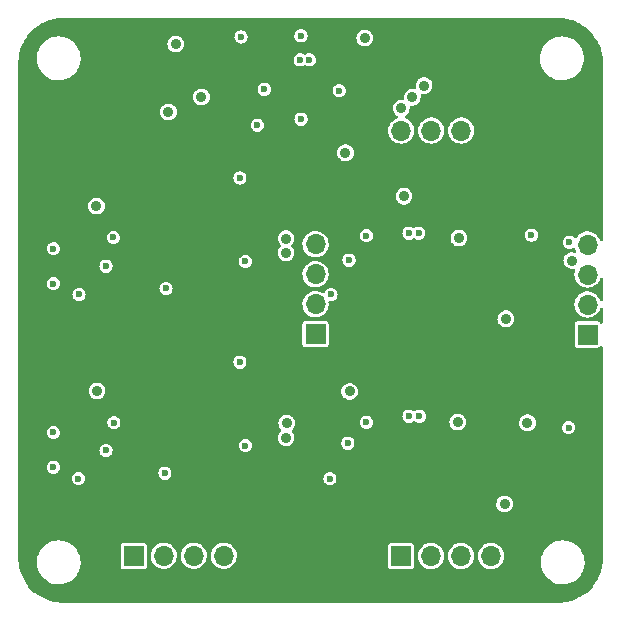
<source format=gbr>
%TF.GenerationSoftware,KiCad,Pcbnew,(6.0.4)*%
%TF.CreationDate,2022-04-04T02:46:47+02:00*%
%TF.ProjectId,Duino Coin,4475696e-6f20-4436-9f69-6e2e6b696361,rev?*%
%TF.SameCoordinates,Original*%
%TF.FileFunction,Copper,L2,Inr*%
%TF.FilePolarity,Positive*%
%FSLAX46Y46*%
G04 Gerber Fmt 4.6, Leading zero omitted, Abs format (unit mm)*
G04 Created by KiCad (PCBNEW (6.0.4)) date 2022-04-04 02:46:47*
%MOMM*%
%LPD*%
G01*
G04 APERTURE LIST*
%TA.AperFunction,ComponentPad*%
%ADD10R,1.700000X1.700000*%
%TD*%
%TA.AperFunction,ComponentPad*%
%ADD11O,1.700000X1.700000*%
%TD*%
%TA.AperFunction,ViaPad*%
%ADD12C,0.900000*%
%TD*%
%TA.AperFunction,ViaPad*%
%ADD13C,0.600000*%
%TD*%
G04 APERTURE END LIST*
D10*
%TO.N,/MOSI4*%
%TO.C,J2*%
X198450200Y-117043200D03*
D11*
%TO.N,/MISO4*%
X198450200Y-114503200D03*
%TO.N,/SCK4*%
X198450200Y-111963200D03*
%TO.N,/SS4*%
X198450200Y-109423200D03*
%TD*%
D10*
%TO.N,/MOSI3*%
%TO.C,J3*%
X182664100Y-135801100D03*
D11*
%TO.N,/MISO3*%
X185204100Y-135801100D03*
%TO.N,/SCK3*%
X187744100Y-135801100D03*
%TO.N,/SS3*%
X190284100Y-135801100D03*
%TD*%
D10*
%TO.N,/MOSI2*%
%TO.C,J5*%
X160020000Y-135775700D03*
D11*
%TO.N,/MISO2*%
X162560000Y-135775700D03*
%TO.N,/SCK2*%
X165100000Y-135775700D03*
%TO.N,/SS2*%
X167640000Y-135775700D03*
%TD*%
D10*
%TO.N,/MOSI1*%
%TO.C,J6*%
X175417480Y-117012720D03*
D11*
%TO.N,/MISO1*%
X175417480Y-114472720D03*
%TO.N,/SCK1*%
X175417480Y-111932720D03*
%TO.N,/SS1*%
X175417480Y-109392720D03*
%TD*%
D10*
%TO.N,+5V*%
%TO.C,J4*%
X190296800Y-99771200D03*
D11*
%TO.N,/D-*%
X187756800Y-99771200D03*
%TO.N,/D+*%
X185216800Y-99771200D03*
%TO.N,GND*%
X182676800Y-99771200D03*
%TD*%
D12*
%TO.N,GND*%
X156921200Y-121818400D03*
D13*
X162661600Y-128778000D03*
D12*
X193357500Y-124510800D03*
X172923200Y-125780800D03*
D13*
X179730400Y-108661200D03*
X169468800Y-110845600D03*
D12*
X178303000Y-121863028D03*
X191427102Y-131394200D03*
X183616600Y-96951800D03*
D13*
X158292800Y-108813600D03*
X157683200Y-111252000D03*
X178155600Y-126238000D03*
X169468800Y-126441200D03*
X162763200Y-113131600D03*
X158343600Y-124510800D03*
D12*
X184607200Y-95961200D03*
X177952400Y-101650800D03*
X191528700Y-115709700D03*
X187452000Y-124460000D03*
D13*
X174193200Y-98806000D03*
D12*
X182900320Y-105333800D03*
X156870400Y-106172000D03*
D13*
X176733200Y-113639600D03*
X179730400Y-124460000D03*
D12*
X182676800Y-97891600D03*
X172923200Y-110134400D03*
D13*
X178257200Y-110744000D03*
D12*
X172974000Y-124561600D03*
D13*
X176631600Y-129235200D03*
D12*
X165760400Y-96926400D03*
D13*
X155397200Y-113639600D03*
D12*
X187553600Y-108864400D03*
X172923200Y-108915200D03*
X179578000Y-91948000D03*
D13*
X193700400Y-108610400D03*
D12*
X162966400Y-98196400D03*
D13*
X155346400Y-129235200D03*
D12*
X197104000Y-110782100D03*
D13*
X169113200Y-91846400D03*
X157683200Y-126847600D03*
D12*
%TO.N,+5V*%
X164465000Y-129654300D03*
X188193680Y-95945960D03*
X156903500Y-123938000D03*
X189141100Y-96944180D03*
X156903500Y-108317000D03*
X190136780Y-97881440D03*
X181254400Y-115316000D03*
X182930800Y-119430800D03*
X189585600Y-131216400D03*
X182930800Y-103835200D03*
D13*
X163499800Y-110363000D03*
D12*
X193569500Y-115697000D03*
D13*
X160731200Y-102870000D03*
X161645600Y-119024400D03*
D12*
X178303000Y-108317000D03*
X158394400Y-132537200D03*
D13*
X172339000Y-93802200D03*
D12*
X154330400Y-103784400D03*
X187528200Y-113880900D03*
X193533350Y-131354150D03*
X155905200Y-118770400D03*
X159664400Y-115417600D03*
X178303000Y-123957000D03*
X181254400Y-130962400D03*
D13*
%TO.N,Net-(R25-Pad2)*%
X171069000Y-96266000D03*
%TO.N,Net-(R27-Pad2)*%
X174117000Y-93789500D03*
%TO.N,Net-(R28-Pad2)*%
X174879000Y-93789500D03*
D12*
%TO.N,+3V3*%
X163576000Y-92456000D03*
D13*
%TO.N,Net-(D17-Pad2)*%
X174180500Y-91757500D03*
%TO.N,Net-(C19-Pad1)*%
X170484800Y-99314000D03*
X177419000Y-96393000D03*
%TO.N,/DTR_2*%
X169011600Y-119380000D03*
%TO.N,/DTR_3*%
X196850000Y-124917200D03*
%TO.N,/DTR_1*%
X169011600Y-103784400D03*
%TO.N,/DTR_4*%
X196900800Y-109220000D03*
%TO.N,/RXD_4*%
X184150000Y-108458000D03*
%TO.N,/TXD_4*%
X183337200Y-108458000D03*
%TO.N,/RXD_2*%
X153212800Y-128270000D03*
%TO.N,/TXD_2*%
X153212800Y-125323600D03*
%TO.N,/RXD_3*%
X184200800Y-123952000D03*
%TO.N,/TXD_3*%
X183337200Y-123952000D03*
%TO.N,/RXD_1*%
X153212800Y-112725200D03*
%TO.N,/TXD_1*%
X153212800Y-109778800D03*
%TD*%
%TA.AperFunction,Conductor*%
%TO.N,+5V*%
G36*
X195987103Y-90256921D02*
G01*
X196000000Y-90259486D01*
X196012169Y-90257066D01*
X196024569Y-90257066D01*
X196035624Y-90256251D01*
X196245747Y-90266573D01*
X196360945Y-90272232D01*
X196373241Y-90273443D01*
X196724595Y-90325562D01*
X196736701Y-90327969D01*
X197081253Y-90414275D01*
X197093085Y-90417864D01*
X197427513Y-90537524D01*
X197438937Y-90542256D01*
X197760021Y-90694118D01*
X197770926Y-90699947D01*
X198075582Y-90882551D01*
X198085863Y-90889421D01*
X198371153Y-91101006D01*
X198380691Y-91108832D01*
X198643887Y-91347380D01*
X198652620Y-91356113D01*
X198891168Y-91619309D01*
X198898994Y-91628847D01*
X199035489Y-91812889D01*
X199110579Y-91914137D01*
X199117449Y-91924418D01*
X199300053Y-92229074D01*
X199305882Y-92239979D01*
X199457744Y-92561063D01*
X199462476Y-92572487D01*
X199582136Y-92906915D01*
X199585725Y-92918746D01*
X199672031Y-93263299D01*
X199674438Y-93275405D01*
X199726278Y-93624883D01*
X199726556Y-93626754D01*
X199727768Y-93639060D01*
X199743749Y-93964376D01*
X199742934Y-93975431D01*
X199742934Y-93987831D01*
X199740514Y-94000000D01*
X199743079Y-94012894D01*
X199745500Y-94037476D01*
X199745500Y-109035714D01*
X199725498Y-109103835D01*
X199671842Y-109150328D01*
X199601568Y-109160432D01*
X199536988Y-109130938D01*
X199498231Y-109069916D01*
X199487325Y-109031246D01*
X199487324Y-109031244D01*
X199485757Y-109025687D01*
X199478467Y-109010903D01*
X199398531Y-108848809D01*
X199395976Y-108843628D01*
X199385072Y-108829025D01*
X199323796Y-108746968D01*
X199274520Y-108680979D01*
X199125458Y-108543187D01*
X199120575Y-108540106D01*
X199120571Y-108540103D01*
X198958664Y-108437948D01*
X198953781Y-108434867D01*
X198765239Y-108359646D01*
X198759579Y-108358520D01*
X198759575Y-108358519D01*
X198571813Y-108321171D01*
X198571810Y-108321171D01*
X198566146Y-108320044D01*
X198560371Y-108319968D01*
X198560367Y-108319968D01*
X198458993Y-108318641D01*
X198363171Y-108317387D01*
X198357474Y-108318366D01*
X198357473Y-108318366D01*
X198168807Y-108350785D01*
X198163110Y-108351764D01*
X197972663Y-108422024D01*
X197798210Y-108525812D01*
X197793870Y-108529618D01*
X197793866Y-108529621D01*
X197675175Y-108633711D01*
X197645592Y-108659655D01*
X197519920Y-108819069D01*
X197517229Y-108824184D01*
X197514085Y-108829025D01*
X197512273Y-108827848D01*
X197469472Y-108871993D01*
X197400340Y-108888154D01*
X197333444Y-108864374D01*
X197307425Y-108839057D01*
X197301304Y-108831080D01*
X197301300Y-108831076D01*
X197296274Y-108824526D01*
X197289724Y-108819500D01*
X197289721Y-108819497D01*
X197186996Y-108740673D01*
X197186994Y-108740672D01*
X197180443Y-108735645D01*
X197045554Y-108679772D01*
X197024742Y-108677032D01*
X196908988Y-108661793D01*
X196900800Y-108660715D01*
X196892612Y-108661793D01*
X196764232Y-108678694D01*
X196764230Y-108678695D01*
X196756046Y-108679772D01*
X196708230Y-108699578D01*
X196628786Y-108732485D01*
X196628784Y-108732486D01*
X196621158Y-108735645D01*
X196585795Y-108762780D01*
X196529530Y-108805954D01*
X196505326Y-108824526D01*
X196500303Y-108831072D01*
X196488140Y-108846923D01*
X196416445Y-108940358D01*
X196413286Y-108947984D01*
X196413285Y-108947986D01*
X196392474Y-108998228D01*
X196360572Y-109075246D01*
X196359495Y-109083430D01*
X196359494Y-109083432D01*
X196348281Y-109168607D01*
X196341515Y-109220000D01*
X196342593Y-109228188D01*
X196359276Y-109354906D01*
X196360572Y-109364754D01*
X196370780Y-109389397D01*
X196396203Y-109450773D01*
X196416445Y-109499642D01*
X196442666Y-109533814D01*
X196461971Y-109558972D01*
X196505326Y-109615474D01*
X196511876Y-109620500D01*
X196511879Y-109620503D01*
X196608385Y-109694555D01*
X196621157Y-109704355D01*
X196756046Y-109760228D01*
X196900800Y-109779285D01*
X196908988Y-109778207D01*
X197037366Y-109761306D01*
X197045554Y-109760228D01*
X197180443Y-109704355D01*
X197197350Y-109691382D01*
X197263567Y-109665782D01*
X197333116Y-109680046D01*
X197383912Y-109729647D01*
X197396175Y-109760328D01*
X197396851Y-109762989D01*
X197404592Y-109793469D01*
X197407009Y-109798712D01*
X197470446Y-109936318D01*
X197480801Y-110006556D01*
X197451538Y-110071241D01*
X197391949Y-110109838D01*
X197325325Y-110111273D01*
X197200317Y-110079873D01*
X197200313Y-110079873D01*
X197192946Y-110078022D01*
X197185347Y-110077982D01*
X197185345Y-110077982D01*
X197114429Y-110077611D01*
X197022432Y-110077129D01*
X197015052Y-110078901D01*
X197015050Y-110078901D01*
X196864006Y-110115163D01*
X196864002Y-110115164D01*
X196856627Y-110116935D01*
X196705104Y-110195142D01*
X196699382Y-110200134D01*
X196699380Y-110200135D01*
X196601828Y-110285235D01*
X196576609Y-110307235D01*
X196478562Y-110446743D01*
X196448853Y-110522942D01*
X196431206Y-110568206D01*
X196416622Y-110605611D01*
X196415630Y-110613144D01*
X196415630Y-110613145D01*
X196395706Y-110764485D01*
X196394365Y-110774668D01*
X196413076Y-110944155D01*
X196471676Y-111104285D01*
X196475912Y-111110588D01*
X196475913Y-111110591D01*
X196562540Y-111239507D01*
X196562543Y-111239510D01*
X196566780Y-111245816D01*
X196572400Y-111250930D01*
X196572402Y-111250932D01*
X196679652Y-111348521D01*
X196692899Y-111360575D01*
X196842752Y-111441938D01*
X197007686Y-111485208D01*
X197094596Y-111486573D01*
X197170582Y-111487767D01*
X197170585Y-111487767D01*
X197178181Y-111487886D01*
X197185586Y-111486190D01*
X197185587Y-111486190D01*
X197247947Y-111471908D01*
X197318814Y-111476198D01*
X197376112Y-111518120D01*
X197401649Y-111584365D01*
X197396408Y-111632093D01*
X197366921Y-111727054D01*
X197366918Y-111727067D01*
X197365207Y-111732578D01*
X197341348Y-111934164D01*
X197354624Y-112136722D01*
X197356045Y-112142318D01*
X197356046Y-112142323D01*
X197402364Y-112324697D01*
X197404592Y-112333469D01*
X197407009Y-112338712D01*
X197444210Y-112419408D01*
X197489577Y-112517816D01*
X197492910Y-112522532D01*
X197588044Y-112657144D01*
X197606733Y-112683589D01*
X197752138Y-112825235D01*
X197920920Y-112938012D01*
X197926223Y-112940290D01*
X197926226Y-112940292D01*
X198102121Y-113015862D01*
X198107428Y-113018142D01*
X198171717Y-113032689D01*
X198299779Y-113061667D01*
X198299784Y-113061668D01*
X198305416Y-113062942D01*
X198311187Y-113063169D01*
X198311189Y-113063169D01*
X198370956Y-113065517D01*
X198508253Y-113070912D01*
X198608699Y-113056348D01*
X198703431Y-113042613D01*
X198703436Y-113042612D01*
X198709145Y-113041784D01*
X198714609Y-113039929D01*
X198714614Y-113039928D01*
X198895893Y-112978392D01*
X198895898Y-112978390D01*
X198901365Y-112976534D01*
X199078476Y-112877347D01*
X199087366Y-112869954D01*
X199230113Y-112751231D01*
X199234545Y-112747545D01*
X199313087Y-112653109D01*
X199360653Y-112595918D01*
X199360655Y-112595915D01*
X199364347Y-112591476D01*
X199463534Y-112414365D01*
X199465390Y-112408898D01*
X199465392Y-112408893D01*
X199500187Y-112306389D01*
X199541024Y-112248312D01*
X199606777Y-112221534D01*
X199676569Y-112234555D01*
X199728242Y-112283242D01*
X199745500Y-112346890D01*
X199745500Y-114115714D01*
X199725498Y-114183835D01*
X199671842Y-114230328D01*
X199601568Y-114240432D01*
X199536988Y-114210938D01*
X199498231Y-114149916D01*
X199487325Y-114111246D01*
X199487324Y-114111244D01*
X199485757Y-114105687D01*
X199475178Y-114084233D01*
X199398531Y-113928809D01*
X199395976Y-113923628D01*
X199274520Y-113760979D01*
X199125458Y-113623187D01*
X199120575Y-113620106D01*
X199120571Y-113620103D01*
X198958664Y-113517948D01*
X198953781Y-113514867D01*
X198765239Y-113439646D01*
X198759579Y-113438520D01*
X198759575Y-113438519D01*
X198571813Y-113401171D01*
X198571810Y-113401171D01*
X198566146Y-113400044D01*
X198560371Y-113399968D01*
X198560367Y-113399968D01*
X198458993Y-113398641D01*
X198363171Y-113397387D01*
X198357474Y-113398366D01*
X198357473Y-113398366D01*
X198168807Y-113430785D01*
X198163110Y-113431764D01*
X197972663Y-113502024D01*
X197798210Y-113605812D01*
X197793870Y-113609618D01*
X197793866Y-113609621D01*
X197675175Y-113713711D01*
X197645592Y-113739655D01*
X197519920Y-113899069D01*
X197517231Y-113904180D01*
X197517229Y-113904183D01*
X197504273Y-113928809D01*
X197425403Y-114078715D01*
X197365207Y-114272578D01*
X197341348Y-114474164D01*
X197354624Y-114676722D01*
X197356045Y-114682318D01*
X197356046Y-114682323D01*
X197403171Y-114867874D01*
X197404592Y-114873469D01*
X197407009Y-114878712D01*
X197444210Y-114959408D01*
X197489577Y-115057816D01*
X197492910Y-115062532D01*
X197588044Y-115197144D01*
X197606733Y-115223589D01*
X197752138Y-115365235D01*
X197920920Y-115478012D01*
X197926223Y-115480290D01*
X197926226Y-115480292D01*
X198102121Y-115555862D01*
X198107428Y-115558142D01*
X198171717Y-115572689D01*
X198299779Y-115601667D01*
X198299784Y-115601668D01*
X198305416Y-115602942D01*
X198311187Y-115603169D01*
X198311189Y-115603169D01*
X198370956Y-115605517D01*
X198508253Y-115610912D01*
X198608699Y-115596348D01*
X198703431Y-115582613D01*
X198703436Y-115582612D01*
X198709145Y-115581784D01*
X198714609Y-115579929D01*
X198714614Y-115579928D01*
X198895893Y-115518392D01*
X198895898Y-115518390D01*
X198901365Y-115516534D01*
X199078476Y-115417347D01*
X199111728Y-115389692D01*
X199230113Y-115291231D01*
X199234545Y-115287545D01*
X199364347Y-115131476D01*
X199463534Y-114954365D01*
X199465390Y-114948898D01*
X199465392Y-114948893D01*
X199500187Y-114846389D01*
X199541024Y-114788312D01*
X199606777Y-114761534D01*
X199676569Y-114774555D01*
X199728242Y-114823242D01*
X199745500Y-114886890D01*
X199745500Y-115986185D01*
X199725498Y-116054306D01*
X199671842Y-116100799D01*
X199601568Y-116110903D01*
X199536988Y-116081409D01*
X199514735Y-116056187D01*
X199512673Y-116053100D01*
X199483684Y-116009716D01*
X199399501Y-115953466D01*
X199325267Y-115938700D01*
X198450342Y-115938700D01*
X197575134Y-115938701D01*
X197539382Y-115945812D01*
X197513074Y-115951044D01*
X197513072Y-115951045D01*
X197500899Y-115953466D01*
X197490579Y-115960361D01*
X197490578Y-115960362D01*
X197472648Y-115972343D01*
X197416716Y-116009716D01*
X197409823Y-116020032D01*
X197372699Y-116075592D01*
X197360466Y-116093899D01*
X197345700Y-116168133D01*
X197345701Y-117918266D01*
X197351982Y-117949846D01*
X197357152Y-117975837D01*
X197360466Y-117992501D01*
X197367361Y-118002821D01*
X197367362Y-118002822D01*
X197396350Y-118046204D01*
X197416716Y-118076684D01*
X197500899Y-118132934D01*
X197575133Y-118147700D01*
X198450058Y-118147700D01*
X199325266Y-118147699D01*
X199361018Y-118140588D01*
X199387326Y-118135356D01*
X199387328Y-118135355D01*
X199399501Y-118132934D01*
X199409821Y-118126039D01*
X199409822Y-118126038D01*
X199473368Y-118083577D01*
X199483684Y-118076684D01*
X199514736Y-118030212D01*
X199569212Y-117984685D01*
X199639655Y-117975837D01*
X199703699Y-118006479D01*
X199741010Y-118066880D01*
X199745500Y-118100215D01*
X199745500Y-135962524D01*
X199743079Y-135987103D01*
X199740514Y-136000000D01*
X199742934Y-136012169D01*
X199742934Y-136024569D01*
X199743749Y-136035624D01*
X199737081Y-136171369D01*
X199728025Y-136355716D01*
X199727768Y-136360940D01*
X199726557Y-136373241D01*
X199680722Y-136682237D01*
X199674440Y-136724586D01*
X199672031Y-136736701D01*
X199587385Y-137074625D01*
X199585725Y-137081253D01*
X199582136Y-137093085D01*
X199462476Y-137427513D01*
X199457744Y-137438937D01*
X199305882Y-137760021D01*
X199300053Y-137770926D01*
X199117449Y-138075582D01*
X199110579Y-138085863D01*
X198898994Y-138371153D01*
X198891168Y-138380691D01*
X198722626Y-138566648D01*
X198652625Y-138643882D01*
X198643887Y-138652620D01*
X198380691Y-138891168D01*
X198371153Y-138898994D01*
X198163082Y-139053310D01*
X198085863Y-139110579D01*
X198075582Y-139117449D01*
X197770926Y-139300053D01*
X197760021Y-139305882D01*
X197438937Y-139457744D01*
X197427513Y-139462476D01*
X197093085Y-139582136D01*
X197081254Y-139585725D01*
X196736701Y-139672031D01*
X196724595Y-139674438D01*
X196373241Y-139726557D01*
X196360945Y-139727768D01*
X196245747Y-139733427D01*
X196035624Y-139743749D01*
X196024569Y-139742934D01*
X196012169Y-139742934D01*
X196000000Y-139740514D01*
X195987103Y-139743079D01*
X195962524Y-139745500D01*
X154037476Y-139745500D01*
X154012897Y-139743079D01*
X154000000Y-139740514D01*
X153987831Y-139742934D01*
X153975431Y-139742934D01*
X153964376Y-139743749D01*
X153754253Y-139733427D01*
X153639055Y-139727768D01*
X153626759Y-139726557D01*
X153275405Y-139674438D01*
X153263299Y-139672031D01*
X152918746Y-139585725D01*
X152906915Y-139582136D01*
X152572487Y-139462476D01*
X152561063Y-139457744D01*
X152239979Y-139305882D01*
X152229074Y-139300053D01*
X151924418Y-139117449D01*
X151914137Y-139110579D01*
X151836918Y-139053310D01*
X151628847Y-138898994D01*
X151619309Y-138891168D01*
X151356113Y-138652620D01*
X151347375Y-138643882D01*
X151277374Y-138566648D01*
X151108832Y-138380691D01*
X151101006Y-138371153D01*
X150889421Y-138085863D01*
X150882551Y-138075582D01*
X150699947Y-137770926D01*
X150694118Y-137760021D01*
X150542256Y-137438937D01*
X150537524Y-137427513D01*
X150417864Y-137093085D01*
X150414275Y-137081253D01*
X150412615Y-137074625D01*
X150327969Y-136736701D01*
X150325560Y-136724586D01*
X150319279Y-136682237D01*
X150273954Y-136376686D01*
X151811018Y-136376686D01*
X151836579Y-136644600D01*
X151837664Y-136649034D01*
X151837665Y-136649040D01*
X151897424Y-136893255D01*
X151900547Y-136906018D01*
X152001583Y-137155463D01*
X152137569Y-137387710D01*
X152305658Y-137597895D01*
X152502327Y-137781613D01*
X152723457Y-137935016D01*
X152964416Y-138054891D01*
X152968750Y-138056312D01*
X152968753Y-138056313D01*
X153215823Y-138137307D01*
X153215829Y-138137308D01*
X153220156Y-138138727D01*
X153224647Y-138139507D01*
X153224648Y-138139507D01*
X153481538Y-138184111D01*
X153481546Y-138184112D01*
X153485319Y-138184767D01*
X153489156Y-138184958D01*
X153568777Y-138188922D01*
X153568785Y-138188922D01*
X153570348Y-138189000D01*
X153738374Y-138189000D01*
X153740642Y-138188835D01*
X153740654Y-138188835D01*
X153871457Y-138179344D01*
X153938425Y-138174485D01*
X153942880Y-138173501D01*
X153942883Y-138173501D01*
X154196770Y-138117447D01*
X154196772Y-138117446D01*
X154201226Y-138116463D01*
X154452900Y-138021113D01*
X154688172Y-137890431D01*
X154859050Y-137760021D01*
X154898491Y-137729921D01*
X154898495Y-137729917D01*
X154902116Y-137727154D01*
X155090249Y-137534703D01*
X155197242Y-137387710D01*
X155245942Y-137320804D01*
X155245947Y-137320797D01*
X155248630Y-137317110D01*
X155373941Y-137078933D01*
X155463557Y-136825162D01*
X155497930Y-136650766D01*
X155514720Y-136565583D01*
X155514721Y-136565577D01*
X155515601Y-136561111D01*
X155517373Y-136525524D01*
X155528755Y-136296883D01*
X155528755Y-136296877D01*
X155528982Y-136292314D01*
X155503421Y-136024400D01*
X155498158Y-136002888D01*
X155440539Y-135767420D01*
X155439453Y-135762982D01*
X155338417Y-135513537D01*
X155202431Y-135281290D01*
X155034342Y-135071105D01*
X154851853Y-134900633D01*
X158915500Y-134900633D01*
X158915501Y-136650766D01*
X158930266Y-136725001D01*
X158937161Y-136735320D01*
X158937162Y-136735322D01*
X158977516Y-136795715D01*
X158986516Y-136809184D01*
X159070699Y-136865434D01*
X159144933Y-136880200D01*
X160019858Y-136880200D01*
X160895066Y-136880199D01*
X160930818Y-136873088D01*
X160957126Y-136867856D01*
X160957128Y-136867855D01*
X160969301Y-136865434D01*
X160979621Y-136858539D01*
X160979622Y-136858538D01*
X161043168Y-136816077D01*
X161053484Y-136809184D01*
X161109734Y-136725001D01*
X161124500Y-136650767D01*
X161124499Y-135746664D01*
X161451148Y-135746664D01*
X161464424Y-135949222D01*
X161465845Y-135954818D01*
X161465846Y-135954823D01*
X161492570Y-136060045D01*
X161514392Y-136145969D01*
X161516809Y-136151212D01*
X161581858Y-136292314D01*
X161599377Y-136330316D01*
X161716533Y-136496089D01*
X161861938Y-136637735D01*
X162030720Y-136750512D01*
X162036023Y-136752790D01*
X162036026Y-136752792D01*
X162179503Y-136814434D01*
X162217228Y-136830642D01*
X162265112Y-136841477D01*
X162409579Y-136874167D01*
X162409584Y-136874168D01*
X162415216Y-136875442D01*
X162420987Y-136875669D01*
X162420989Y-136875669D01*
X162475940Y-136877828D01*
X162618053Y-136883412D01*
X162725348Y-136867855D01*
X162813231Y-136855113D01*
X162813236Y-136855112D01*
X162818945Y-136854284D01*
X162824409Y-136852429D01*
X162824414Y-136852428D01*
X163005693Y-136790892D01*
X163005698Y-136790890D01*
X163011165Y-136789034D01*
X163188276Y-136689847D01*
X163197429Y-136682235D01*
X163339913Y-136563731D01*
X163344345Y-136560045D01*
X163376412Y-136521489D01*
X163470453Y-136408418D01*
X163470455Y-136408415D01*
X163474147Y-136403976D01*
X163573334Y-136226865D01*
X163575190Y-136221398D01*
X163575192Y-136221393D01*
X163636728Y-136040114D01*
X163636729Y-136040109D01*
X163638584Y-136034645D01*
X163639412Y-136028936D01*
X163639413Y-136028931D01*
X163665600Y-135848320D01*
X163667712Y-135833753D01*
X163669232Y-135775700D01*
X163666564Y-135746664D01*
X163991148Y-135746664D01*
X164004424Y-135949222D01*
X164005845Y-135954818D01*
X164005846Y-135954823D01*
X164032570Y-136060045D01*
X164054392Y-136145969D01*
X164056809Y-136151212D01*
X164121858Y-136292314D01*
X164139377Y-136330316D01*
X164256533Y-136496089D01*
X164401938Y-136637735D01*
X164570720Y-136750512D01*
X164576023Y-136752790D01*
X164576026Y-136752792D01*
X164719503Y-136814434D01*
X164757228Y-136830642D01*
X164805112Y-136841477D01*
X164949579Y-136874167D01*
X164949584Y-136874168D01*
X164955216Y-136875442D01*
X164960987Y-136875669D01*
X164960989Y-136875669D01*
X165015940Y-136877828D01*
X165158053Y-136883412D01*
X165265348Y-136867855D01*
X165353231Y-136855113D01*
X165353236Y-136855112D01*
X165358945Y-136854284D01*
X165364409Y-136852429D01*
X165364414Y-136852428D01*
X165545693Y-136790892D01*
X165545698Y-136790890D01*
X165551165Y-136789034D01*
X165728276Y-136689847D01*
X165737429Y-136682235D01*
X165879913Y-136563731D01*
X165884345Y-136560045D01*
X165916412Y-136521489D01*
X166010453Y-136408418D01*
X166010455Y-136408415D01*
X166014147Y-136403976D01*
X166113334Y-136226865D01*
X166115190Y-136221398D01*
X166115192Y-136221393D01*
X166176728Y-136040114D01*
X166176729Y-136040109D01*
X166178584Y-136034645D01*
X166179412Y-136028936D01*
X166179413Y-136028931D01*
X166205600Y-135848320D01*
X166207712Y-135833753D01*
X166209232Y-135775700D01*
X166206564Y-135746664D01*
X166531148Y-135746664D01*
X166544424Y-135949222D01*
X166545845Y-135954818D01*
X166545846Y-135954823D01*
X166572570Y-136060045D01*
X166594392Y-136145969D01*
X166596809Y-136151212D01*
X166661858Y-136292314D01*
X166679377Y-136330316D01*
X166796533Y-136496089D01*
X166941938Y-136637735D01*
X167110720Y-136750512D01*
X167116023Y-136752790D01*
X167116026Y-136752792D01*
X167259503Y-136814434D01*
X167297228Y-136830642D01*
X167345112Y-136841477D01*
X167489579Y-136874167D01*
X167489584Y-136874168D01*
X167495216Y-136875442D01*
X167500987Y-136875669D01*
X167500989Y-136875669D01*
X167555940Y-136877828D01*
X167698053Y-136883412D01*
X167805348Y-136867855D01*
X167893231Y-136855113D01*
X167893236Y-136855112D01*
X167898945Y-136854284D01*
X167904409Y-136852429D01*
X167904414Y-136852428D01*
X168085693Y-136790892D01*
X168085698Y-136790890D01*
X168091165Y-136789034D01*
X168268276Y-136689847D01*
X168277429Y-136682235D01*
X168419913Y-136563731D01*
X168424345Y-136560045D01*
X168456412Y-136521489D01*
X168550453Y-136408418D01*
X168550455Y-136408415D01*
X168554147Y-136403976D01*
X168653334Y-136226865D01*
X168655190Y-136221398D01*
X168655192Y-136221393D01*
X168716728Y-136040114D01*
X168716729Y-136040109D01*
X168718584Y-136034645D01*
X168719412Y-136028936D01*
X168719413Y-136028931D01*
X168745600Y-135848320D01*
X168747712Y-135833753D01*
X168749232Y-135775700D01*
X168732175Y-135590067D01*
X168731187Y-135579313D01*
X168731186Y-135579310D01*
X168730658Y-135573559D01*
X168728233Y-135564961D01*
X168677125Y-135383746D01*
X168677124Y-135383744D01*
X168675557Y-135378187D01*
X168664978Y-135356733D01*
X168588331Y-135201309D01*
X168585776Y-135196128D01*
X168464320Y-135033479D01*
X168348086Y-134926033D01*
X181559600Y-134926033D01*
X181559601Y-136676166D01*
X181562322Y-136689847D01*
X181571644Y-136736714D01*
X181574366Y-136750401D01*
X181581261Y-136760720D01*
X181581262Y-136760722D01*
X181621326Y-136820680D01*
X181630616Y-136834584D01*
X181714799Y-136890834D01*
X181789033Y-136905600D01*
X182663958Y-136905600D01*
X183539166Y-136905599D01*
X183574918Y-136898488D01*
X183601226Y-136893256D01*
X183601228Y-136893255D01*
X183613401Y-136890834D01*
X183623721Y-136883939D01*
X183623722Y-136883938D01*
X183687268Y-136841477D01*
X183697584Y-136834584D01*
X183753834Y-136750401D01*
X183768600Y-136676167D01*
X183768599Y-135772064D01*
X184095248Y-135772064D01*
X184108524Y-135974622D01*
X184109945Y-135980218D01*
X184109946Y-135980223D01*
X184130219Y-136060045D01*
X184158492Y-136171369D01*
X184160909Y-136176612D01*
X184198110Y-136257308D01*
X184243477Y-136355716D01*
X184360633Y-136521489D01*
X184506038Y-136663135D01*
X184674820Y-136775912D01*
X184680123Y-136778190D01*
X184680126Y-136778192D01*
X184805175Y-136831917D01*
X184861328Y-136856042D01*
X184934344Y-136872564D01*
X185053679Y-136899567D01*
X185053684Y-136899568D01*
X185059316Y-136900842D01*
X185065087Y-136901069D01*
X185065089Y-136901069D01*
X185124856Y-136903417D01*
X185262153Y-136908812D01*
X185369448Y-136893255D01*
X185457331Y-136880513D01*
X185457336Y-136880512D01*
X185463045Y-136879684D01*
X185468509Y-136877829D01*
X185468514Y-136877828D01*
X185649793Y-136816292D01*
X185649798Y-136816290D01*
X185655265Y-136814434D01*
X185832376Y-136715247D01*
X185859520Y-136692672D01*
X185984013Y-136589131D01*
X185988445Y-136585445D01*
X186118247Y-136429376D01*
X186192447Y-136296883D01*
X186214610Y-136257308D01*
X186214611Y-136257306D01*
X186217434Y-136252265D01*
X186219290Y-136246798D01*
X186219292Y-136246793D01*
X186280828Y-136065514D01*
X186280829Y-136065509D01*
X186282684Y-136060045D01*
X186283512Y-136054336D01*
X186283513Y-136054331D01*
X186311279Y-135862827D01*
X186311812Y-135859153D01*
X186313332Y-135801100D01*
X186310664Y-135772064D01*
X186635248Y-135772064D01*
X186648524Y-135974622D01*
X186649945Y-135980218D01*
X186649946Y-135980223D01*
X186670219Y-136060045D01*
X186698492Y-136171369D01*
X186700909Y-136176612D01*
X186738110Y-136257308D01*
X186783477Y-136355716D01*
X186900633Y-136521489D01*
X187046038Y-136663135D01*
X187214820Y-136775912D01*
X187220123Y-136778190D01*
X187220126Y-136778192D01*
X187345175Y-136831917D01*
X187401328Y-136856042D01*
X187474344Y-136872564D01*
X187593679Y-136899567D01*
X187593684Y-136899568D01*
X187599316Y-136900842D01*
X187605087Y-136901069D01*
X187605089Y-136901069D01*
X187664856Y-136903417D01*
X187802153Y-136908812D01*
X187909448Y-136893255D01*
X187997331Y-136880513D01*
X187997336Y-136880512D01*
X188003045Y-136879684D01*
X188008509Y-136877829D01*
X188008514Y-136877828D01*
X188189793Y-136816292D01*
X188189798Y-136816290D01*
X188195265Y-136814434D01*
X188372376Y-136715247D01*
X188399520Y-136692672D01*
X188524013Y-136589131D01*
X188528445Y-136585445D01*
X188658247Y-136429376D01*
X188732447Y-136296883D01*
X188754610Y-136257308D01*
X188754611Y-136257306D01*
X188757434Y-136252265D01*
X188759290Y-136246798D01*
X188759292Y-136246793D01*
X188820828Y-136065514D01*
X188820829Y-136065509D01*
X188822684Y-136060045D01*
X188823512Y-136054336D01*
X188823513Y-136054331D01*
X188851279Y-135862827D01*
X188851812Y-135859153D01*
X188853332Y-135801100D01*
X188850664Y-135772064D01*
X189175248Y-135772064D01*
X189188524Y-135974622D01*
X189189945Y-135980218D01*
X189189946Y-135980223D01*
X189210219Y-136060045D01*
X189238492Y-136171369D01*
X189240909Y-136176612D01*
X189278110Y-136257308D01*
X189323477Y-136355716D01*
X189440633Y-136521489D01*
X189586038Y-136663135D01*
X189754820Y-136775912D01*
X189760123Y-136778190D01*
X189760126Y-136778192D01*
X189885175Y-136831917D01*
X189941328Y-136856042D01*
X190014344Y-136872564D01*
X190133679Y-136899567D01*
X190133684Y-136899568D01*
X190139316Y-136900842D01*
X190145087Y-136901069D01*
X190145089Y-136901069D01*
X190204856Y-136903417D01*
X190342153Y-136908812D01*
X190449448Y-136893255D01*
X190537331Y-136880513D01*
X190537336Y-136880512D01*
X190543045Y-136879684D01*
X190548509Y-136877829D01*
X190548514Y-136877828D01*
X190729793Y-136816292D01*
X190729798Y-136816290D01*
X190735265Y-136814434D01*
X190912376Y-136715247D01*
X190939520Y-136692672D01*
X191064013Y-136589131D01*
X191068445Y-136585445D01*
X191198247Y-136429376D01*
X191227755Y-136376686D01*
X194483018Y-136376686D01*
X194508579Y-136644600D01*
X194509664Y-136649034D01*
X194509665Y-136649040D01*
X194569424Y-136893255D01*
X194572547Y-136906018D01*
X194673583Y-137155463D01*
X194809569Y-137387710D01*
X194977658Y-137597895D01*
X195174327Y-137781613D01*
X195395457Y-137935016D01*
X195636416Y-138054891D01*
X195640750Y-138056312D01*
X195640753Y-138056313D01*
X195887823Y-138137307D01*
X195887829Y-138137308D01*
X195892156Y-138138727D01*
X195896647Y-138139507D01*
X195896648Y-138139507D01*
X196153538Y-138184111D01*
X196153546Y-138184112D01*
X196157319Y-138184767D01*
X196161156Y-138184958D01*
X196240777Y-138188922D01*
X196240785Y-138188922D01*
X196242348Y-138189000D01*
X196410374Y-138189000D01*
X196412642Y-138188835D01*
X196412654Y-138188835D01*
X196543457Y-138179344D01*
X196610425Y-138174485D01*
X196614880Y-138173501D01*
X196614883Y-138173501D01*
X196868770Y-138117447D01*
X196868772Y-138117446D01*
X196873226Y-138116463D01*
X197124900Y-138021113D01*
X197360172Y-137890431D01*
X197531050Y-137760021D01*
X197570491Y-137729921D01*
X197570495Y-137729917D01*
X197574116Y-137727154D01*
X197762249Y-137534703D01*
X197869242Y-137387710D01*
X197917942Y-137320804D01*
X197917947Y-137320797D01*
X197920630Y-137317110D01*
X198045941Y-137078933D01*
X198135557Y-136825162D01*
X198169930Y-136650766D01*
X198186720Y-136565583D01*
X198186721Y-136565577D01*
X198187601Y-136561111D01*
X198189373Y-136525524D01*
X198200755Y-136296883D01*
X198200755Y-136296877D01*
X198200982Y-136292314D01*
X198175421Y-136024400D01*
X198170158Y-136002888D01*
X198112539Y-135767420D01*
X198111453Y-135762982D01*
X198010417Y-135513537D01*
X197874431Y-135281290D01*
X197706342Y-135071105D01*
X197509673Y-134887387D01*
X197300409Y-134742216D01*
X197292291Y-134736584D01*
X197292290Y-134736584D01*
X197288543Y-134733984D01*
X197047584Y-134614109D01*
X197043250Y-134612688D01*
X197043247Y-134612687D01*
X196796177Y-134531693D01*
X196796171Y-134531692D01*
X196791844Y-134530273D01*
X196787352Y-134529493D01*
X196530462Y-134484889D01*
X196530454Y-134484888D01*
X196526681Y-134484233D01*
X196516718Y-134483737D01*
X196443223Y-134480078D01*
X196443215Y-134480078D01*
X196441652Y-134480000D01*
X196273626Y-134480000D01*
X196271358Y-134480165D01*
X196271346Y-134480165D01*
X196140543Y-134489656D01*
X196073575Y-134494515D01*
X196069120Y-134495499D01*
X196069117Y-134495499D01*
X195815230Y-134551553D01*
X195815228Y-134551554D01*
X195810774Y-134552537D01*
X195559100Y-134647887D01*
X195555114Y-134650101D01*
X195555112Y-134650102D01*
X195389276Y-134742216D01*
X195323828Y-134778569D01*
X195320196Y-134781341D01*
X195113509Y-134939079D01*
X195113505Y-134939083D01*
X195109884Y-134941846D01*
X195106699Y-134945104D01*
X195106698Y-134945105D01*
X195036718Y-135016691D01*
X194921751Y-135134297D01*
X194919066Y-135137986D01*
X194766058Y-135348196D01*
X194766053Y-135348203D01*
X194763370Y-135351890D01*
X194638059Y-135590067D01*
X194548443Y-135843838D01*
X194528809Y-135943455D01*
X194512855Y-136024400D01*
X194496399Y-136107889D01*
X194496172Y-136112442D01*
X194496172Y-136112445D01*
X194483802Y-136360940D01*
X194483018Y-136376686D01*
X191227755Y-136376686D01*
X191272447Y-136296883D01*
X191294610Y-136257308D01*
X191294611Y-136257306D01*
X191297434Y-136252265D01*
X191299290Y-136246798D01*
X191299292Y-136246793D01*
X191360828Y-136065514D01*
X191360829Y-136065509D01*
X191362684Y-136060045D01*
X191363512Y-136054336D01*
X191363513Y-136054331D01*
X191391279Y-135862827D01*
X191391812Y-135859153D01*
X191393332Y-135801100D01*
X191374758Y-135598959D01*
X191369217Y-135579313D01*
X191321225Y-135409146D01*
X191321224Y-135409144D01*
X191319657Y-135403587D01*
X191309078Y-135382133D01*
X191232431Y-135226709D01*
X191229876Y-135221528D01*
X191108420Y-135058879D01*
X190959358Y-134921087D01*
X190954475Y-134918006D01*
X190954471Y-134918003D01*
X190792564Y-134815848D01*
X190787681Y-134812767D01*
X190599139Y-134737546D01*
X190593479Y-134736420D01*
X190593475Y-134736419D01*
X190405713Y-134699071D01*
X190405710Y-134699071D01*
X190400046Y-134697944D01*
X190394271Y-134697868D01*
X190394267Y-134697868D01*
X190292893Y-134696541D01*
X190197071Y-134695287D01*
X190191374Y-134696266D01*
X190191373Y-134696266D01*
X190103497Y-134711366D01*
X189997010Y-134729664D01*
X189806563Y-134799924D01*
X189632110Y-134903712D01*
X189627770Y-134907518D01*
X189627766Y-134907521D01*
X189512796Y-135008348D01*
X189479492Y-135037555D01*
X189353820Y-135196969D01*
X189351131Y-135202080D01*
X189351129Y-135202083D01*
X189338173Y-135226709D01*
X189259303Y-135376615D01*
X189250928Y-135403587D01*
X189205213Y-135550815D01*
X189199107Y-135570478D01*
X189175248Y-135772064D01*
X188850664Y-135772064D01*
X188834758Y-135598959D01*
X188829217Y-135579313D01*
X188781225Y-135409146D01*
X188781224Y-135409144D01*
X188779657Y-135403587D01*
X188769078Y-135382133D01*
X188692431Y-135226709D01*
X188689876Y-135221528D01*
X188568420Y-135058879D01*
X188419358Y-134921087D01*
X188414475Y-134918006D01*
X188414471Y-134918003D01*
X188252564Y-134815848D01*
X188247681Y-134812767D01*
X188059139Y-134737546D01*
X188053479Y-134736420D01*
X188053475Y-134736419D01*
X187865713Y-134699071D01*
X187865710Y-134699071D01*
X187860046Y-134697944D01*
X187854271Y-134697868D01*
X187854267Y-134697868D01*
X187752893Y-134696541D01*
X187657071Y-134695287D01*
X187651374Y-134696266D01*
X187651373Y-134696266D01*
X187563497Y-134711366D01*
X187457010Y-134729664D01*
X187266563Y-134799924D01*
X187092110Y-134903712D01*
X187087770Y-134907518D01*
X187087766Y-134907521D01*
X186972796Y-135008348D01*
X186939492Y-135037555D01*
X186813820Y-135196969D01*
X186811131Y-135202080D01*
X186811129Y-135202083D01*
X186798173Y-135226709D01*
X186719303Y-135376615D01*
X186710928Y-135403587D01*
X186665213Y-135550815D01*
X186659107Y-135570478D01*
X186635248Y-135772064D01*
X186310664Y-135772064D01*
X186294758Y-135598959D01*
X186289217Y-135579313D01*
X186241225Y-135409146D01*
X186241224Y-135409144D01*
X186239657Y-135403587D01*
X186229078Y-135382133D01*
X186152431Y-135226709D01*
X186149876Y-135221528D01*
X186028420Y-135058879D01*
X185879358Y-134921087D01*
X185874475Y-134918006D01*
X185874471Y-134918003D01*
X185712564Y-134815848D01*
X185707681Y-134812767D01*
X185519139Y-134737546D01*
X185513479Y-134736420D01*
X185513475Y-134736419D01*
X185325713Y-134699071D01*
X185325710Y-134699071D01*
X185320046Y-134697944D01*
X185314271Y-134697868D01*
X185314267Y-134697868D01*
X185212893Y-134696541D01*
X185117071Y-134695287D01*
X185111374Y-134696266D01*
X185111373Y-134696266D01*
X185023497Y-134711366D01*
X184917010Y-134729664D01*
X184726563Y-134799924D01*
X184552110Y-134903712D01*
X184547770Y-134907518D01*
X184547766Y-134907521D01*
X184432796Y-135008348D01*
X184399492Y-135037555D01*
X184273820Y-135196969D01*
X184271131Y-135202080D01*
X184271129Y-135202083D01*
X184258173Y-135226709D01*
X184179303Y-135376615D01*
X184170928Y-135403587D01*
X184125213Y-135550815D01*
X184119107Y-135570478D01*
X184095248Y-135772064D01*
X183768599Y-135772064D01*
X183768599Y-134926034D01*
X183759865Y-134882121D01*
X183756256Y-134863974D01*
X183756255Y-134863972D01*
X183753834Y-134851799D01*
X183744998Y-134838574D01*
X183704477Y-134777932D01*
X183697584Y-134767616D01*
X183613401Y-134711366D01*
X183539167Y-134696600D01*
X182664242Y-134696600D01*
X181789034Y-134696601D01*
X181753282Y-134703712D01*
X181726974Y-134708944D01*
X181726972Y-134708945D01*
X181714799Y-134711366D01*
X181704479Y-134718261D01*
X181704478Y-134718262D01*
X181644085Y-134758616D01*
X181630616Y-134767616D01*
X181574366Y-134851799D01*
X181559600Y-134926033D01*
X168348086Y-134926033D01*
X168346980Y-134925011D01*
X168319503Y-134899611D01*
X168315258Y-134895687D01*
X168310375Y-134892606D01*
X168310371Y-134892603D01*
X168148464Y-134790448D01*
X168143581Y-134787367D01*
X167955039Y-134712146D01*
X167949379Y-134711020D01*
X167949375Y-134711019D01*
X167761613Y-134673671D01*
X167761610Y-134673671D01*
X167755946Y-134672544D01*
X167750171Y-134672468D01*
X167750167Y-134672468D01*
X167648793Y-134671141D01*
X167552971Y-134669887D01*
X167547274Y-134670866D01*
X167547273Y-134670866D01*
X167390132Y-134697868D01*
X167352910Y-134704264D01*
X167162463Y-134774524D01*
X166988010Y-134878312D01*
X166983670Y-134882118D01*
X166983666Y-134882121D01*
X166839733Y-135008348D01*
X166835392Y-135012155D01*
X166709720Y-135171569D01*
X166707031Y-135176680D01*
X166707029Y-135176683D01*
X166683435Y-135221528D01*
X166615203Y-135351215D01*
X166555007Y-135545078D01*
X166531148Y-135746664D01*
X166206564Y-135746664D01*
X166192175Y-135590067D01*
X166191187Y-135579313D01*
X166191186Y-135579310D01*
X166190658Y-135573559D01*
X166188233Y-135564961D01*
X166137125Y-135383746D01*
X166137124Y-135383744D01*
X166135557Y-135378187D01*
X166124978Y-135356733D01*
X166048331Y-135201309D01*
X166045776Y-135196128D01*
X165924320Y-135033479D01*
X165806980Y-134925011D01*
X165779503Y-134899611D01*
X165775258Y-134895687D01*
X165770375Y-134892606D01*
X165770371Y-134892603D01*
X165608464Y-134790448D01*
X165603581Y-134787367D01*
X165415039Y-134712146D01*
X165409379Y-134711020D01*
X165409375Y-134711019D01*
X165221613Y-134673671D01*
X165221610Y-134673671D01*
X165215946Y-134672544D01*
X165210171Y-134672468D01*
X165210167Y-134672468D01*
X165108793Y-134671141D01*
X165012971Y-134669887D01*
X165007274Y-134670866D01*
X165007273Y-134670866D01*
X164850132Y-134697868D01*
X164812910Y-134704264D01*
X164622463Y-134774524D01*
X164448010Y-134878312D01*
X164443670Y-134882118D01*
X164443666Y-134882121D01*
X164299733Y-135008348D01*
X164295392Y-135012155D01*
X164169720Y-135171569D01*
X164167031Y-135176680D01*
X164167029Y-135176683D01*
X164143435Y-135221528D01*
X164075203Y-135351215D01*
X164015007Y-135545078D01*
X163991148Y-135746664D01*
X163666564Y-135746664D01*
X163652175Y-135590067D01*
X163651187Y-135579313D01*
X163651186Y-135579310D01*
X163650658Y-135573559D01*
X163648233Y-135564961D01*
X163597125Y-135383746D01*
X163597124Y-135383744D01*
X163595557Y-135378187D01*
X163584978Y-135356733D01*
X163508331Y-135201309D01*
X163505776Y-135196128D01*
X163384320Y-135033479D01*
X163266980Y-134925011D01*
X163239503Y-134899611D01*
X163235258Y-134895687D01*
X163230375Y-134892606D01*
X163230371Y-134892603D01*
X163068464Y-134790448D01*
X163063581Y-134787367D01*
X162875039Y-134712146D01*
X162869379Y-134711020D01*
X162869375Y-134711019D01*
X162681613Y-134673671D01*
X162681610Y-134673671D01*
X162675946Y-134672544D01*
X162670171Y-134672468D01*
X162670167Y-134672468D01*
X162568793Y-134671141D01*
X162472971Y-134669887D01*
X162467274Y-134670866D01*
X162467273Y-134670866D01*
X162310132Y-134697868D01*
X162272910Y-134704264D01*
X162082463Y-134774524D01*
X161908010Y-134878312D01*
X161903670Y-134882118D01*
X161903666Y-134882121D01*
X161759733Y-135008348D01*
X161755392Y-135012155D01*
X161629720Y-135171569D01*
X161627031Y-135176680D01*
X161627029Y-135176683D01*
X161603435Y-135221528D01*
X161535203Y-135351215D01*
X161475007Y-135545078D01*
X161451148Y-135746664D01*
X161124499Y-135746664D01*
X161124499Y-134900634D01*
X161117388Y-134864882D01*
X161112156Y-134838574D01*
X161112155Y-134838572D01*
X161109734Y-134826399D01*
X161100626Y-134812767D01*
X161060377Y-134752532D01*
X161053484Y-134742216D01*
X160969301Y-134685966D01*
X160895067Y-134671200D01*
X160020142Y-134671200D01*
X159144934Y-134671201D01*
X159109182Y-134678312D01*
X159082874Y-134683544D01*
X159082872Y-134683545D01*
X159070699Y-134685966D01*
X159060379Y-134692861D01*
X159060378Y-134692862D01*
X159022367Y-134718261D01*
X158986516Y-134742216D01*
X158930266Y-134826399D01*
X158915500Y-134900633D01*
X154851853Y-134900633D01*
X154837673Y-134887387D01*
X154628409Y-134742216D01*
X154620291Y-134736584D01*
X154620290Y-134736584D01*
X154616543Y-134733984D01*
X154375584Y-134614109D01*
X154371250Y-134612688D01*
X154371247Y-134612687D01*
X154124177Y-134531693D01*
X154124171Y-134531692D01*
X154119844Y-134530273D01*
X154115352Y-134529493D01*
X153858462Y-134484889D01*
X153858454Y-134484888D01*
X153854681Y-134484233D01*
X153844718Y-134483737D01*
X153771223Y-134480078D01*
X153771215Y-134480078D01*
X153769652Y-134480000D01*
X153601626Y-134480000D01*
X153599358Y-134480165D01*
X153599346Y-134480165D01*
X153468543Y-134489656D01*
X153401575Y-134494515D01*
X153397120Y-134495499D01*
X153397117Y-134495499D01*
X153143230Y-134551553D01*
X153143228Y-134551554D01*
X153138774Y-134552537D01*
X152887100Y-134647887D01*
X152883114Y-134650101D01*
X152883112Y-134650102D01*
X152717276Y-134742216D01*
X152651828Y-134778569D01*
X152648196Y-134781341D01*
X152441509Y-134939079D01*
X152441505Y-134939083D01*
X152437884Y-134941846D01*
X152434699Y-134945104D01*
X152434698Y-134945105D01*
X152364718Y-135016691D01*
X152249751Y-135134297D01*
X152247066Y-135137986D01*
X152094058Y-135348196D01*
X152094053Y-135348203D01*
X152091370Y-135351890D01*
X151966059Y-135590067D01*
X151876443Y-135843838D01*
X151856809Y-135943455D01*
X151840855Y-136024400D01*
X151824399Y-136107889D01*
X151824172Y-136112442D01*
X151824172Y-136112445D01*
X151811802Y-136360940D01*
X151811018Y-136376686D01*
X150273954Y-136376686D01*
X150273443Y-136373241D01*
X150272232Y-136360940D01*
X150271976Y-136355716D01*
X150262919Y-136171369D01*
X150256251Y-136035624D01*
X150257066Y-136024569D01*
X150257066Y-136012169D01*
X150259486Y-136000000D01*
X150256921Y-135987103D01*
X150254500Y-135962524D01*
X150254500Y-131386768D01*
X190717467Y-131386768D01*
X190736178Y-131556255D01*
X190794778Y-131716385D01*
X190799014Y-131722688D01*
X190799015Y-131722691D01*
X190885642Y-131851607D01*
X190885645Y-131851610D01*
X190889882Y-131857916D01*
X190895502Y-131863030D01*
X190895504Y-131863032D01*
X191010385Y-131967565D01*
X191016001Y-131972675D01*
X191165854Y-132054038D01*
X191330788Y-132097308D01*
X191417698Y-132098673D01*
X191493684Y-132099867D01*
X191493687Y-132099867D01*
X191501283Y-132099986D01*
X191508688Y-132098290D01*
X191508689Y-132098290D01*
X191569574Y-132084345D01*
X191667495Y-132061919D01*
X191743662Y-132023611D01*
X191813047Y-131988715D01*
X191813050Y-131988713D01*
X191819830Y-131985303D01*
X191949491Y-131874561D01*
X192048994Y-131736088D01*
X192112594Y-131577877D01*
X192136620Y-131409062D01*
X192136776Y-131394200D01*
X192116291Y-131224919D01*
X192056018Y-131065411D01*
X191959436Y-130924884D01*
X191832123Y-130811452D01*
X191824172Y-130807242D01*
X191688139Y-130735216D01*
X191688137Y-130735215D01*
X191681426Y-130731662D01*
X191674061Y-130729812D01*
X191523419Y-130691973D01*
X191523415Y-130691973D01*
X191516048Y-130690122D01*
X191508449Y-130690082D01*
X191508447Y-130690082D01*
X191437531Y-130689711D01*
X191345534Y-130689229D01*
X191338154Y-130691001D01*
X191338152Y-130691001D01*
X191187108Y-130727263D01*
X191187104Y-130727264D01*
X191179729Y-130729035D01*
X191028206Y-130807242D01*
X191022484Y-130812234D01*
X191022482Y-130812235D01*
X190905438Y-130914339D01*
X190899711Y-130919335D01*
X190801664Y-131058843D01*
X190739724Y-131217711D01*
X190717467Y-131386768D01*
X150254500Y-131386768D01*
X150254500Y-129235200D01*
X154787115Y-129235200D01*
X154788193Y-129243388D01*
X154800555Y-129337285D01*
X154806172Y-129379954D01*
X154862045Y-129514842D01*
X154950926Y-129630674D01*
X154957476Y-129635700D01*
X154957479Y-129635703D01*
X155060204Y-129714527D01*
X155066757Y-129719555D01*
X155201646Y-129775428D01*
X155346400Y-129794485D01*
X155354588Y-129793407D01*
X155482966Y-129776506D01*
X155491154Y-129775428D01*
X155626043Y-129719555D01*
X155632596Y-129714527D01*
X155735321Y-129635703D01*
X155735324Y-129635700D01*
X155741874Y-129630674D01*
X155830755Y-129514842D01*
X155886628Y-129379954D01*
X155892246Y-129337285D01*
X155904607Y-129243388D01*
X155905685Y-129235200D01*
X155886628Y-129090446D01*
X155830755Y-128955558D01*
X155741874Y-128839726D01*
X155735324Y-128834700D01*
X155735321Y-128834697D01*
X155661432Y-128778000D01*
X162102315Y-128778000D01*
X162121372Y-128922754D01*
X162177245Y-129057642D01*
X162266126Y-129173474D01*
X162272676Y-129178500D01*
X162272679Y-129178503D01*
X162375404Y-129257327D01*
X162381957Y-129262355D01*
X162516846Y-129318228D01*
X162661600Y-129337285D01*
X162669788Y-129336207D01*
X162798166Y-129319306D01*
X162806354Y-129318228D01*
X162941243Y-129262355D01*
X162947796Y-129257327D01*
X162976632Y-129235200D01*
X176072315Y-129235200D01*
X176073393Y-129243388D01*
X176085755Y-129337285D01*
X176091372Y-129379954D01*
X176147245Y-129514842D01*
X176236126Y-129630674D01*
X176242676Y-129635700D01*
X176242679Y-129635703D01*
X176345404Y-129714527D01*
X176351957Y-129719555D01*
X176486846Y-129775428D01*
X176631600Y-129794485D01*
X176639788Y-129793407D01*
X176768166Y-129776506D01*
X176776354Y-129775428D01*
X176911243Y-129719555D01*
X176917796Y-129714527D01*
X177020521Y-129635703D01*
X177020524Y-129635700D01*
X177027074Y-129630674D01*
X177115955Y-129514842D01*
X177171828Y-129379954D01*
X177177446Y-129337285D01*
X177189807Y-129243388D01*
X177190885Y-129235200D01*
X177171828Y-129090446D01*
X177115955Y-128955558D01*
X177027074Y-128839726D01*
X177020524Y-128834700D01*
X177020521Y-128834697D01*
X176917796Y-128755873D01*
X176917794Y-128755872D01*
X176911243Y-128750845D01*
X176776354Y-128694972D01*
X176631600Y-128675915D01*
X176623412Y-128676993D01*
X176495032Y-128693894D01*
X176495030Y-128693895D01*
X176486846Y-128694972D01*
X176439030Y-128714778D01*
X176359586Y-128747685D01*
X176359584Y-128747686D01*
X176351958Y-128750845D01*
X176236126Y-128839726D01*
X176147245Y-128955558D01*
X176091372Y-129090446D01*
X176072315Y-129235200D01*
X162976632Y-129235200D01*
X163050521Y-129178503D01*
X163050524Y-129178500D01*
X163057074Y-129173474D01*
X163145955Y-129057642D01*
X163201828Y-128922754D01*
X163220885Y-128778000D01*
X163209954Y-128694972D01*
X163202906Y-128641432D01*
X163202905Y-128641430D01*
X163201828Y-128633246D01*
X163145955Y-128498358D01*
X163087655Y-128422380D01*
X163062101Y-128389077D01*
X163062100Y-128389076D01*
X163057074Y-128382526D01*
X163050524Y-128377500D01*
X163050521Y-128377497D01*
X162947796Y-128298673D01*
X162947794Y-128298672D01*
X162941243Y-128293645D01*
X162806354Y-128237772D01*
X162661600Y-128218715D01*
X162653412Y-128219793D01*
X162525032Y-128236694D01*
X162525030Y-128236695D01*
X162516846Y-128237772D01*
X162469030Y-128257578D01*
X162389586Y-128290485D01*
X162389584Y-128290486D01*
X162381958Y-128293645D01*
X162266126Y-128382526D01*
X162177245Y-128498358D01*
X162121372Y-128633246D01*
X162120295Y-128641430D01*
X162120294Y-128641432D01*
X162113246Y-128694972D01*
X162102315Y-128778000D01*
X155661432Y-128778000D01*
X155632596Y-128755873D01*
X155632594Y-128755872D01*
X155626043Y-128750845D01*
X155491154Y-128694972D01*
X155346400Y-128675915D01*
X155338212Y-128676993D01*
X155209832Y-128693894D01*
X155209830Y-128693895D01*
X155201646Y-128694972D01*
X155153830Y-128714778D01*
X155074386Y-128747685D01*
X155074384Y-128747686D01*
X155066758Y-128750845D01*
X154950926Y-128839726D01*
X154862045Y-128955558D01*
X154806172Y-129090446D01*
X154787115Y-129235200D01*
X150254500Y-129235200D01*
X150254500Y-128270000D01*
X152653515Y-128270000D01*
X152654593Y-128278188D01*
X152669192Y-128389077D01*
X152672572Y-128414754D01*
X152728445Y-128549642D01*
X152733472Y-128556193D01*
X152792597Y-128633246D01*
X152817326Y-128665474D01*
X152823876Y-128670500D01*
X152823879Y-128670503D01*
X152926604Y-128749327D01*
X152933157Y-128754355D01*
X153068046Y-128810228D01*
X153212800Y-128829285D01*
X153220988Y-128828207D01*
X153349366Y-128811306D01*
X153357554Y-128810228D01*
X153492443Y-128754355D01*
X153498996Y-128749327D01*
X153601721Y-128670503D01*
X153601724Y-128670500D01*
X153608274Y-128665474D01*
X153633004Y-128633246D01*
X153692128Y-128556193D01*
X153697155Y-128549642D01*
X153753028Y-128414754D01*
X153756409Y-128389077D01*
X153771007Y-128278188D01*
X153772085Y-128270000D01*
X153753028Y-128125246D01*
X153697155Y-127990358D01*
X153608274Y-127874526D01*
X153601724Y-127869500D01*
X153601721Y-127869497D01*
X153498996Y-127790673D01*
X153498994Y-127790672D01*
X153492443Y-127785645D01*
X153357554Y-127729772D01*
X153212800Y-127710715D01*
X153204612Y-127711793D01*
X153076232Y-127728694D01*
X153076230Y-127728695D01*
X153068046Y-127729772D01*
X153020230Y-127749578D01*
X152940786Y-127782485D01*
X152940784Y-127782486D01*
X152933158Y-127785645D01*
X152817326Y-127874526D01*
X152728445Y-127990358D01*
X152672572Y-128125246D01*
X152653515Y-128270000D01*
X150254500Y-128270000D01*
X150254500Y-126847600D01*
X157123915Y-126847600D01*
X157124993Y-126855788D01*
X157141676Y-126982506D01*
X157142972Y-126992354D01*
X157198845Y-127127242D01*
X157287726Y-127243074D01*
X157294276Y-127248100D01*
X157294279Y-127248103D01*
X157397004Y-127326927D01*
X157403557Y-127331955D01*
X157538446Y-127387828D01*
X157683200Y-127406885D01*
X157691388Y-127405807D01*
X157819766Y-127388906D01*
X157827954Y-127387828D01*
X157962843Y-127331955D01*
X157969396Y-127326927D01*
X158072121Y-127248103D01*
X158072124Y-127248100D01*
X158078674Y-127243074D01*
X158167555Y-127127242D01*
X158223428Y-126992354D01*
X158224725Y-126982506D01*
X158241407Y-126855788D01*
X158242485Y-126847600D01*
X158226660Y-126727393D01*
X158224506Y-126711032D01*
X158224505Y-126711030D01*
X158223428Y-126702846D01*
X158178168Y-126593580D01*
X158170715Y-126575586D01*
X158170714Y-126575584D01*
X158167555Y-126567958D01*
X158103815Y-126484890D01*
X158083701Y-126458677D01*
X158083700Y-126458676D01*
X158078674Y-126452126D01*
X158072124Y-126447100D01*
X158072121Y-126447097D01*
X158064436Y-126441200D01*
X168909515Y-126441200D01*
X168910593Y-126449388D01*
X168915138Y-126483908D01*
X168928572Y-126585954D01*
X168931731Y-126593580D01*
X168980382Y-126711032D01*
X168984445Y-126720842D01*
X169073326Y-126836674D01*
X169079876Y-126841700D01*
X169079879Y-126841703D01*
X169182604Y-126920527D01*
X169189157Y-126925555D01*
X169324046Y-126981428D01*
X169332234Y-126982506D01*
X169396423Y-126990956D01*
X169468800Y-127000485D01*
X169476988Y-126999407D01*
X169605366Y-126982506D01*
X169613554Y-126981428D01*
X169748443Y-126925555D01*
X169754996Y-126920527D01*
X169857721Y-126841703D01*
X169857724Y-126841700D01*
X169864274Y-126836674D01*
X169953155Y-126720842D01*
X169957219Y-126711032D01*
X170005869Y-126593580D01*
X170009028Y-126585954D01*
X170022463Y-126483908D01*
X170027007Y-126449388D01*
X170028085Y-126441200D01*
X170024959Y-126417455D01*
X170010106Y-126304632D01*
X170010105Y-126304630D01*
X170009028Y-126296446D01*
X169953155Y-126161558D01*
X169864274Y-126045726D01*
X169857724Y-126040700D01*
X169857721Y-126040697D01*
X169754996Y-125961873D01*
X169754994Y-125961872D01*
X169748443Y-125956845D01*
X169613554Y-125900972D01*
X169468800Y-125881915D01*
X169460612Y-125882993D01*
X169332232Y-125899894D01*
X169332230Y-125899895D01*
X169324046Y-125900972D01*
X169276230Y-125920778D01*
X169196786Y-125953685D01*
X169196784Y-125953686D01*
X169189158Y-125956845D01*
X169073326Y-126045726D01*
X168984445Y-126161558D01*
X168928572Y-126296446D01*
X168927495Y-126304630D01*
X168927494Y-126304632D01*
X168912641Y-126417455D01*
X168909515Y-126441200D01*
X158064436Y-126441200D01*
X157969396Y-126368273D01*
X157969394Y-126368272D01*
X157962843Y-126363245D01*
X157827954Y-126307372D01*
X157807142Y-126304632D01*
X157691388Y-126289393D01*
X157683200Y-126288315D01*
X157675012Y-126289393D01*
X157546632Y-126306294D01*
X157546630Y-126306295D01*
X157538446Y-126307372D01*
X157490630Y-126327178D01*
X157411186Y-126360085D01*
X157411184Y-126360086D01*
X157403558Y-126363245D01*
X157287726Y-126452126D01*
X157198845Y-126567958D01*
X157195686Y-126575584D01*
X157195685Y-126575586D01*
X157188232Y-126593580D01*
X157142972Y-126702846D01*
X157141895Y-126711030D01*
X157141894Y-126711032D01*
X157139740Y-126727393D01*
X157123915Y-126847600D01*
X150254500Y-126847600D01*
X150254500Y-125323600D01*
X152653515Y-125323600D01*
X152654593Y-125331788D01*
X152671356Y-125459114D01*
X152672572Y-125468354D01*
X152728445Y-125603242D01*
X152817326Y-125719074D01*
X152823876Y-125724100D01*
X152823879Y-125724103D01*
X152922456Y-125799744D01*
X152933157Y-125807955D01*
X153068046Y-125863828D01*
X153212800Y-125882885D01*
X153220988Y-125881807D01*
X153349366Y-125864906D01*
X153357554Y-125863828D01*
X153492443Y-125807955D01*
X153503144Y-125799744D01*
X153537518Y-125773368D01*
X172213565Y-125773368D01*
X172232276Y-125942855D01*
X172290876Y-126102985D01*
X172295112Y-126109288D01*
X172295113Y-126109291D01*
X172381740Y-126238207D01*
X172381743Y-126238210D01*
X172385980Y-126244516D01*
X172391600Y-126249630D01*
X172391602Y-126249632D01*
X172452047Y-126304632D01*
X172512099Y-126359275D01*
X172541641Y-126375315D01*
X172647907Y-126433012D01*
X172661952Y-126440638D01*
X172826886Y-126483908D01*
X172913796Y-126485273D01*
X172989782Y-126486467D01*
X172989785Y-126486467D01*
X172997381Y-126486586D01*
X173004786Y-126484890D01*
X173004787Y-126484890D01*
X173065672Y-126470945D01*
X173163593Y-126448519D01*
X173239761Y-126410211D01*
X173309145Y-126375315D01*
X173309148Y-126375313D01*
X173315928Y-126371903D01*
X173445589Y-126261161D01*
X173462232Y-126238000D01*
X177596315Y-126238000D01*
X177597393Y-126246188D01*
X177613466Y-126368273D01*
X177615372Y-126382754D01*
X177618531Y-126390380D01*
X177657679Y-126484890D01*
X177671245Y-126517642D01*
X177760126Y-126633474D01*
X177766676Y-126638500D01*
X177766679Y-126638503D01*
X177864044Y-126713214D01*
X177875957Y-126722355D01*
X178010846Y-126778228D01*
X178155600Y-126797285D01*
X178163788Y-126796207D01*
X178292166Y-126779306D01*
X178300354Y-126778228D01*
X178435243Y-126722355D01*
X178447156Y-126713214D01*
X178544521Y-126638503D01*
X178544524Y-126638500D01*
X178551074Y-126633474D01*
X178639955Y-126517642D01*
X178653522Y-126484890D01*
X178692669Y-126390380D01*
X178695828Y-126382754D01*
X178697735Y-126368273D01*
X178713807Y-126246188D01*
X178714885Y-126238000D01*
X178698776Y-126115639D01*
X178696906Y-126101432D01*
X178696905Y-126101430D01*
X178695828Y-126093246D01*
X178674061Y-126040697D01*
X178643115Y-125965986D01*
X178643114Y-125965984D01*
X178639955Y-125958358D01*
X178551074Y-125842526D01*
X178544524Y-125837500D01*
X178544521Y-125837497D01*
X178441796Y-125758673D01*
X178441794Y-125758672D01*
X178435243Y-125753645D01*
X178300354Y-125697772D01*
X178155600Y-125678715D01*
X178147412Y-125679793D01*
X178019032Y-125696694D01*
X178019030Y-125696695D01*
X178010846Y-125697772D01*
X177975234Y-125712523D01*
X177883586Y-125750485D01*
X177883584Y-125750486D01*
X177875958Y-125753645D01*
X177760126Y-125842526D01*
X177671245Y-125958358D01*
X177668086Y-125965984D01*
X177668085Y-125965986D01*
X177637139Y-126040697D01*
X177615372Y-126093246D01*
X177614295Y-126101430D01*
X177614294Y-126101432D01*
X177612424Y-126115639D01*
X177596315Y-126238000D01*
X173462232Y-126238000D01*
X173545092Y-126122688D01*
X173608692Y-125964477D01*
X173632718Y-125795662D01*
X173632874Y-125780800D01*
X173612389Y-125611519D01*
X173560957Y-125475407D01*
X173554800Y-125459114D01*
X173552116Y-125452011D01*
X173455534Y-125311484D01*
X173443699Y-125300939D01*
X173428921Y-125287772D01*
X173391366Y-125227522D01*
X173392347Y-125156532D01*
X173430910Y-125097886D01*
X173490617Y-125046891D01*
X173490618Y-125046890D01*
X173496389Y-125041961D01*
X173595892Y-124903488D01*
X173659492Y-124745277D01*
X173683518Y-124576462D01*
X173683674Y-124561600D01*
X173671379Y-124460000D01*
X179171115Y-124460000D01*
X179172193Y-124468188D01*
X179186985Y-124580544D01*
X179190172Y-124604754D01*
X179203179Y-124636156D01*
X179230258Y-124701528D01*
X179246045Y-124739642D01*
X179273216Y-124775052D01*
X179317670Y-124832985D01*
X179334926Y-124855474D01*
X179341476Y-124860500D01*
X179341479Y-124860503D01*
X179438138Y-124934672D01*
X179450757Y-124944355D01*
X179585646Y-125000228D01*
X179730400Y-125019285D01*
X179738588Y-125018207D01*
X179866966Y-125001306D01*
X179875154Y-125000228D01*
X180010043Y-124944355D01*
X180022662Y-124934672D01*
X180119321Y-124860503D01*
X180119324Y-124860500D01*
X180125874Y-124855474D01*
X180143131Y-124832985D01*
X180187584Y-124775052D01*
X180214755Y-124739642D01*
X180230543Y-124701528D01*
X180257621Y-124636156D01*
X180270628Y-124604754D01*
X180273816Y-124580544D01*
X180288607Y-124468188D01*
X180289685Y-124460000D01*
X180278754Y-124376972D01*
X180271706Y-124323432D01*
X180271705Y-124323430D01*
X180270628Y-124315246D01*
X180233890Y-124226553D01*
X180217915Y-124187986D01*
X180217914Y-124187984D01*
X180214755Y-124180358D01*
X180151976Y-124098543D01*
X180130901Y-124071077D01*
X180130900Y-124071076D01*
X180125874Y-124064526D01*
X180119324Y-124059500D01*
X180119321Y-124059497D01*
X180016596Y-123980673D01*
X180016594Y-123980672D01*
X180010043Y-123975645D01*
X179952959Y-123952000D01*
X182777915Y-123952000D01*
X182778993Y-123960188D01*
X182793592Y-124071077D01*
X182796972Y-124096754D01*
X182800131Y-124104380D01*
X182826992Y-124169227D01*
X182852845Y-124231642D01*
X182892726Y-124283616D01*
X182931626Y-124334311D01*
X182941726Y-124347474D01*
X182948276Y-124352500D01*
X182948279Y-124352503D01*
X183051004Y-124431327D01*
X183057557Y-124436355D01*
X183192446Y-124492228D01*
X183337200Y-124511285D01*
X183345388Y-124510207D01*
X183473766Y-124493306D01*
X183481954Y-124492228D01*
X183616843Y-124436355D01*
X183692298Y-124378456D01*
X183758515Y-124352856D01*
X183828064Y-124367120D01*
X183845696Y-124378451D01*
X183921157Y-124436355D01*
X184056046Y-124492228D01*
X184200800Y-124511285D01*
X184208988Y-124510207D01*
X184337366Y-124493306D01*
X184345554Y-124492228D01*
X184441301Y-124452568D01*
X186742365Y-124452568D01*
X186761076Y-124622055D01*
X186819676Y-124782185D01*
X186823912Y-124788488D01*
X186823913Y-124788491D01*
X186910540Y-124917407D01*
X186910543Y-124917410D01*
X186914780Y-124923716D01*
X186920400Y-124928830D01*
X186920402Y-124928832D01*
X187019504Y-125019007D01*
X187040899Y-125038475D01*
X187070441Y-125054515D01*
X187157720Y-125101903D01*
X187190752Y-125119838D01*
X187355686Y-125163108D01*
X187442596Y-125164473D01*
X187518582Y-125165667D01*
X187518585Y-125165667D01*
X187526181Y-125165786D01*
X187533586Y-125164090D01*
X187533587Y-125164090D01*
X187594472Y-125150145D01*
X187692393Y-125127719D01*
X187778991Y-125084165D01*
X187837945Y-125054515D01*
X187837948Y-125054513D01*
X187844728Y-125051103D01*
X187974389Y-124940361D01*
X188073892Y-124801888D01*
X188137492Y-124643677D01*
X188157461Y-124503368D01*
X192647865Y-124503368D01*
X192666576Y-124672855D01*
X192725176Y-124832985D01*
X192729412Y-124839288D01*
X192729413Y-124839291D01*
X192816040Y-124968207D01*
X192816043Y-124968210D01*
X192820280Y-124974516D01*
X192825900Y-124979630D01*
X192825902Y-124979632D01*
X192924754Y-125069580D01*
X192946399Y-125089275D01*
X192953072Y-125092898D01*
X193087316Y-125165786D01*
X193096252Y-125170638D01*
X193261186Y-125213908D01*
X193348096Y-125215273D01*
X193424082Y-125216467D01*
X193424085Y-125216467D01*
X193431681Y-125216586D01*
X193439086Y-125214890D01*
X193439087Y-125214890D01*
X193551195Y-125189214D01*
X193597893Y-125178519D01*
X193695528Y-125129414D01*
X193743445Y-125105315D01*
X193743448Y-125105313D01*
X193750228Y-125101903D01*
X193879889Y-124991161D01*
X193933035Y-124917200D01*
X196290715Y-124917200D01*
X196291793Y-124925388D01*
X196308476Y-125052106D01*
X196309772Y-125061954D01*
X196312931Y-125069580D01*
X196361582Y-125187032D01*
X196365645Y-125196842D01*
X196454526Y-125312674D01*
X196461076Y-125317700D01*
X196461079Y-125317703D01*
X196563804Y-125396527D01*
X196570357Y-125401555D01*
X196705246Y-125457428D01*
X196713434Y-125458506D01*
X196777623Y-125466956D01*
X196850000Y-125476485D01*
X196858188Y-125475407D01*
X196986566Y-125458506D01*
X196994754Y-125457428D01*
X197129643Y-125401555D01*
X197136196Y-125396527D01*
X197238921Y-125317703D01*
X197238924Y-125317700D01*
X197245474Y-125312674D01*
X197334355Y-125196842D01*
X197338419Y-125187032D01*
X197387069Y-125069580D01*
X197390228Y-125061954D01*
X197391525Y-125052106D01*
X197408207Y-124925388D01*
X197409285Y-124917200D01*
X197392597Y-124790442D01*
X197391306Y-124780632D01*
X197391305Y-124780630D01*
X197390228Y-124772446D01*
X197344968Y-124663180D01*
X197337515Y-124645186D01*
X197337514Y-124645184D01*
X197334355Y-124637558D01*
X197264589Y-124546637D01*
X197250501Y-124528277D01*
X197250500Y-124528276D01*
X197245474Y-124521726D01*
X197238924Y-124516700D01*
X197238921Y-124516697D01*
X197136196Y-124437873D01*
X197136194Y-124437872D01*
X197129643Y-124432845D01*
X196994754Y-124376972D01*
X196973942Y-124374232D01*
X196858188Y-124358993D01*
X196850000Y-124357915D01*
X196841812Y-124358993D01*
X196713432Y-124375894D01*
X196713430Y-124375895D01*
X196705246Y-124376972D01*
X196657430Y-124396778D01*
X196577986Y-124429685D01*
X196577984Y-124429686D01*
X196570358Y-124432845D01*
X196524298Y-124468188D01*
X196463378Y-124514934D01*
X196454526Y-124521726D01*
X196449503Y-124528272D01*
X196435411Y-124546637D01*
X196365645Y-124637558D01*
X196362486Y-124645184D01*
X196362485Y-124645186D01*
X196355032Y-124663180D01*
X196309772Y-124772446D01*
X196308695Y-124780630D01*
X196308694Y-124780632D01*
X196307403Y-124790442D01*
X196290715Y-124917200D01*
X193933035Y-124917200D01*
X193979392Y-124852688D01*
X194042992Y-124694477D01*
X194067018Y-124525662D01*
X194067174Y-124510800D01*
X194046689Y-124341519D01*
X193986416Y-124182011D01*
X193956384Y-124138314D01*
X193894136Y-124047743D01*
X193894135Y-124047742D01*
X193889834Y-124041484D01*
X193839843Y-123996943D01*
X193809034Y-123969494D01*
X193762521Y-123928052D01*
X193752849Y-123922931D01*
X193618537Y-123851816D01*
X193618535Y-123851815D01*
X193611824Y-123848262D01*
X193604459Y-123846412D01*
X193453817Y-123808573D01*
X193453813Y-123808573D01*
X193446446Y-123806722D01*
X193438847Y-123806682D01*
X193438845Y-123806682D01*
X193367929Y-123806311D01*
X193275932Y-123805829D01*
X193268552Y-123807601D01*
X193268550Y-123807601D01*
X193117506Y-123843863D01*
X193117502Y-123843864D01*
X193110127Y-123845635D01*
X193083510Y-123859373D01*
X192999729Y-123902616D01*
X192958604Y-123923842D01*
X192952882Y-123928834D01*
X192952880Y-123928835D01*
X192844610Y-124023285D01*
X192830109Y-124035935D01*
X192732062Y-124175443D01*
X192707597Y-124238193D01*
X192674364Y-124323432D01*
X192670122Y-124334311D01*
X192669130Y-124341844D01*
X192669130Y-124341845D01*
X192649190Y-124493306D01*
X192647865Y-124503368D01*
X188157461Y-124503368D01*
X188161518Y-124474862D01*
X188161674Y-124460000D01*
X188158205Y-124431329D01*
X188152624Y-124385216D01*
X188141189Y-124290719D01*
X188080916Y-124131211D01*
X188072130Y-124118427D01*
X187988636Y-123996943D01*
X187988635Y-123996942D01*
X187984334Y-123990684D01*
X187976725Y-123983904D01*
X187881500Y-123899062D01*
X187857021Y-123877252D01*
X187849070Y-123873042D01*
X187713037Y-123801016D01*
X187713035Y-123801015D01*
X187706324Y-123797462D01*
X187698959Y-123795612D01*
X187548317Y-123757773D01*
X187548313Y-123757773D01*
X187540946Y-123755922D01*
X187533347Y-123755882D01*
X187533345Y-123755882D01*
X187462429Y-123755511D01*
X187370432Y-123755029D01*
X187363052Y-123756801D01*
X187363050Y-123756801D01*
X187212006Y-123793063D01*
X187212002Y-123793064D01*
X187204627Y-123794835D01*
X187178010Y-123808573D01*
X187084904Y-123856629D01*
X187053104Y-123873042D01*
X187047382Y-123878034D01*
X187047380Y-123878035D01*
X186935488Y-123975645D01*
X186924609Y-123985135D01*
X186826562Y-124124643D01*
X186801866Y-124187986D01*
X186782060Y-124238786D01*
X186764622Y-124283511D01*
X186763630Y-124291044D01*
X186763630Y-124291045D01*
X186744300Y-124437873D01*
X186742365Y-124452568D01*
X184441301Y-124452568D01*
X184480443Y-124436355D01*
X184486996Y-124431327D01*
X184589721Y-124352503D01*
X184589724Y-124352500D01*
X184596274Y-124347474D01*
X184606375Y-124334311D01*
X184645274Y-124283616D01*
X184685155Y-124231642D01*
X184711009Y-124169227D01*
X184737869Y-124104380D01*
X184741028Y-124096754D01*
X184744409Y-124071077D01*
X184759007Y-123960188D01*
X184760085Y-123952000D01*
X184752537Y-123894663D01*
X184742106Y-123815432D01*
X184742105Y-123815430D01*
X184741028Y-123807246D01*
X184685155Y-123672358D01*
X184596274Y-123556526D01*
X184589724Y-123551500D01*
X184589721Y-123551497D01*
X184486996Y-123472673D01*
X184486993Y-123472671D01*
X184480443Y-123467645D01*
X184345554Y-123411772D01*
X184200800Y-123392715D01*
X184192612Y-123393793D01*
X184064232Y-123410694D01*
X184064230Y-123410695D01*
X184056046Y-123411772D01*
X184008230Y-123431578D01*
X183928786Y-123464485D01*
X183928784Y-123464486D01*
X183921158Y-123467645D01*
X183914607Y-123472672D01*
X183914602Y-123472675D01*
X183845704Y-123525542D01*
X183779484Y-123551143D01*
X183709935Y-123536878D01*
X183692299Y-123525545D01*
X183616843Y-123467645D01*
X183481954Y-123411772D01*
X183337200Y-123392715D01*
X183329012Y-123393793D01*
X183200632Y-123410694D01*
X183200630Y-123410695D01*
X183192446Y-123411772D01*
X183144630Y-123431578D01*
X183065186Y-123464485D01*
X183065184Y-123464486D01*
X183057558Y-123467645D01*
X182941726Y-123556526D01*
X182852845Y-123672358D01*
X182796972Y-123807246D01*
X182795895Y-123815430D01*
X182795894Y-123815432D01*
X182785463Y-123894663D01*
X182777915Y-123952000D01*
X179952959Y-123952000D01*
X179875154Y-123919772D01*
X179730400Y-123900715D01*
X179722212Y-123901793D01*
X179593832Y-123918694D01*
X179593830Y-123918695D01*
X179585646Y-123919772D01*
X179574239Y-123924497D01*
X179458386Y-123972485D01*
X179458384Y-123972486D01*
X179450758Y-123975645D01*
X179334926Y-124064526D01*
X179246045Y-124180358D01*
X179242886Y-124187984D01*
X179242885Y-124187986D01*
X179226910Y-124226553D01*
X179190172Y-124315246D01*
X179189095Y-124323430D01*
X179189094Y-124323432D01*
X179182046Y-124376972D01*
X179171115Y-124460000D01*
X173671379Y-124460000D01*
X173663189Y-124392319D01*
X173602916Y-124232811D01*
X173572884Y-124189114D01*
X173510636Y-124098543D01*
X173510635Y-124098542D01*
X173506334Y-124092284D01*
X173469542Y-124059503D01*
X173392301Y-123990684D01*
X173379021Y-123978852D01*
X173366996Y-123972485D01*
X173235037Y-123902616D01*
X173235035Y-123902615D01*
X173228324Y-123899062D01*
X173220959Y-123897212D01*
X173070317Y-123859373D01*
X173070313Y-123859373D01*
X173062946Y-123857522D01*
X173055347Y-123857482D01*
X173055345Y-123857482D01*
X172984429Y-123857111D01*
X172892432Y-123856629D01*
X172885052Y-123858401D01*
X172885050Y-123858401D01*
X172734006Y-123894663D01*
X172734002Y-123894664D01*
X172726627Y-123896435D01*
X172575104Y-123974642D01*
X172569382Y-123979634D01*
X172569380Y-123979635D01*
X172477826Y-124059503D01*
X172446609Y-124086735D01*
X172348562Y-124226243D01*
X172313861Y-124315246D01*
X172290216Y-124375894D01*
X172286622Y-124385111D01*
X172285630Y-124392644D01*
X172285630Y-124392645D01*
X172267581Y-124529744D01*
X172264365Y-124554168D01*
X172283076Y-124723655D01*
X172341676Y-124883785D01*
X172345912Y-124890088D01*
X172345913Y-124890091D01*
X172432540Y-125019007D01*
X172432543Y-125019010D01*
X172436780Y-125025316D01*
X172445626Y-125033365D01*
X172469578Y-125055160D01*
X172506500Y-125115800D01*
X172504777Y-125186775D01*
X172467607Y-125243302D01*
X172395809Y-125305935D01*
X172297762Y-125445443D01*
X172260384Y-125541312D01*
X172239213Y-125595614D01*
X172235822Y-125604311D01*
X172234830Y-125611844D01*
X172234830Y-125611845D01*
X172215500Y-125758673D01*
X172213565Y-125773368D01*
X153537518Y-125773368D01*
X153601721Y-125724103D01*
X153601724Y-125724100D01*
X153608274Y-125719074D01*
X153697155Y-125603242D01*
X153753028Y-125468354D01*
X153754245Y-125459114D01*
X153771007Y-125331788D01*
X153772085Y-125323600D01*
X153756260Y-125203393D01*
X153754106Y-125187032D01*
X153754105Y-125187030D01*
X153753028Y-125178846D01*
X153715926Y-125089275D01*
X153700315Y-125051586D01*
X153700314Y-125051584D01*
X153697155Y-125043958D01*
X153608274Y-124928126D01*
X153601724Y-124923100D01*
X153601721Y-124923097D01*
X153498996Y-124844273D01*
X153498994Y-124844272D01*
X153492443Y-124839245D01*
X153357554Y-124783372D01*
X153336742Y-124780632D01*
X153220988Y-124765393D01*
X153212800Y-124764315D01*
X153204612Y-124765393D01*
X153076232Y-124782294D01*
X153076230Y-124782295D01*
X153068046Y-124783372D01*
X153035162Y-124796993D01*
X152940786Y-124836085D01*
X152940784Y-124836086D01*
X152933158Y-124839245D01*
X152817326Y-124928126D01*
X152728445Y-125043958D01*
X152725286Y-125051584D01*
X152725285Y-125051586D01*
X152709674Y-125089275D01*
X152672572Y-125178846D01*
X152671495Y-125187030D01*
X152671494Y-125187032D01*
X152669340Y-125203393D01*
X152653515Y-125323600D01*
X150254500Y-125323600D01*
X150254500Y-124510800D01*
X157784315Y-124510800D01*
X157785393Y-124518988D01*
X157792417Y-124572338D01*
X157803372Y-124655554D01*
X157813491Y-124679983D01*
X157855825Y-124782185D01*
X157859245Y-124790442D01*
X157864272Y-124796993D01*
X157930870Y-124883785D01*
X157948126Y-124906274D01*
X157954676Y-124911300D01*
X157954679Y-124911303D01*
X158057404Y-124990127D01*
X158063957Y-124995155D01*
X158198846Y-125051028D01*
X158207034Y-125052106D01*
X158230232Y-125055160D01*
X158343600Y-125070085D01*
X158351788Y-125069007D01*
X158480166Y-125052106D01*
X158488354Y-125051028D01*
X158623243Y-124995155D01*
X158629796Y-124990127D01*
X158732521Y-124911303D01*
X158732524Y-124911300D01*
X158739074Y-124906274D01*
X158756331Y-124883785D01*
X158822928Y-124796993D01*
X158827955Y-124790442D01*
X158831376Y-124782185D01*
X158873709Y-124679983D01*
X158883828Y-124655554D01*
X158894784Y-124572338D01*
X158901807Y-124518988D01*
X158902885Y-124510800D01*
X158886338Y-124385111D01*
X158884906Y-124374232D01*
X158884905Y-124374230D01*
X158883828Y-124366046D01*
X158856526Y-124300133D01*
X158831115Y-124238786D01*
X158831114Y-124238784D01*
X158827955Y-124231158D01*
X158756713Y-124138314D01*
X158744101Y-124121877D01*
X158744100Y-124121876D01*
X158739074Y-124115326D01*
X158732524Y-124110300D01*
X158732521Y-124110297D01*
X158629796Y-124031473D01*
X158629794Y-124031472D01*
X158623243Y-124026445D01*
X158488354Y-123970572D01*
X158343600Y-123951515D01*
X158335412Y-123952593D01*
X158207032Y-123969494D01*
X158207030Y-123969495D01*
X158198846Y-123970572D01*
X158166660Y-123983904D01*
X158071586Y-124023285D01*
X158071584Y-124023286D01*
X158063958Y-124026445D01*
X157991897Y-124081739D01*
X157972330Y-124096754D01*
X157948126Y-124115326D01*
X157859245Y-124231158D01*
X157856086Y-124238784D01*
X157856085Y-124238786D01*
X157830674Y-124300133D01*
X157803372Y-124366046D01*
X157802295Y-124374230D01*
X157802294Y-124374232D01*
X157800862Y-124385111D01*
X157784315Y-124510800D01*
X150254500Y-124510800D01*
X150254500Y-121810968D01*
X156211565Y-121810968D01*
X156230276Y-121980455D01*
X156288876Y-122140585D01*
X156293112Y-122146888D01*
X156293113Y-122146891D01*
X156379740Y-122275807D01*
X156379743Y-122275810D01*
X156383980Y-122282116D01*
X156389600Y-122287230D01*
X156389602Y-122287232D01*
X156438648Y-122331860D01*
X156510099Y-122396875D01*
X156659952Y-122478238D01*
X156824886Y-122521508D01*
X156911343Y-122522866D01*
X156987782Y-122524067D01*
X156987785Y-122524067D01*
X156995381Y-122524186D01*
X157002786Y-122522490D01*
X157002787Y-122522490D01*
X157063672Y-122508545D01*
X157161593Y-122486119D01*
X157260463Y-122436393D01*
X157307145Y-122412915D01*
X157307148Y-122412913D01*
X157313928Y-122409503D01*
X157404835Y-122331860D01*
X157437817Y-122303691D01*
X157437818Y-122303690D01*
X157443589Y-122298761D01*
X157543092Y-122160288D01*
X157606692Y-122002077D01*
X157627539Y-121855596D01*
X177593365Y-121855596D01*
X177612076Y-122025083D01*
X177670676Y-122185213D01*
X177674912Y-122191516D01*
X177674913Y-122191519D01*
X177761540Y-122320435D01*
X177761543Y-122320438D01*
X177765780Y-122326744D01*
X177771400Y-122331858D01*
X177771402Y-122331860D01*
X177837237Y-122391765D01*
X177891899Y-122441503D01*
X178041752Y-122522866D01*
X178206686Y-122566136D01*
X178293596Y-122567501D01*
X178369582Y-122568695D01*
X178369585Y-122568695D01*
X178377181Y-122568814D01*
X178384586Y-122567118D01*
X178384587Y-122567118D01*
X178445472Y-122553173D01*
X178543393Y-122530747D01*
X178643967Y-122480164D01*
X178688945Y-122457543D01*
X178688948Y-122457541D01*
X178695728Y-122454131D01*
X178825389Y-122343389D01*
X178924892Y-122204916D01*
X178988492Y-122046705D01*
X179012518Y-121877890D01*
X179012674Y-121863028D01*
X178992189Y-121693747D01*
X178931916Y-121534239D01*
X178835334Y-121393712D01*
X178708021Y-121280280D01*
X178700070Y-121276070D01*
X178564037Y-121204044D01*
X178564035Y-121204043D01*
X178557324Y-121200490D01*
X178549959Y-121198640D01*
X178399317Y-121160801D01*
X178399313Y-121160801D01*
X178391946Y-121158950D01*
X178384347Y-121158910D01*
X178384345Y-121158910D01*
X178313429Y-121158539D01*
X178221432Y-121158057D01*
X178214052Y-121159829D01*
X178214050Y-121159829D01*
X178063006Y-121196091D01*
X178063002Y-121196092D01*
X178055627Y-121197863D01*
X177904104Y-121276070D01*
X177898382Y-121281062D01*
X177898380Y-121281063D01*
X177820406Y-121349084D01*
X177775609Y-121388163D01*
X177677562Y-121527671D01*
X177672232Y-121541342D01*
X177627272Y-121656659D01*
X177615622Y-121686539D01*
X177614630Y-121694072D01*
X177614630Y-121694073D01*
X177595768Y-121837344D01*
X177593365Y-121855596D01*
X157627539Y-121855596D01*
X157630718Y-121833262D01*
X157630874Y-121818400D01*
X157610389Y-121649119D01*
X157580253Y-121569365D01*
X157552800Y-121496714D01*
X157550116Y-121489611D01*
X157480733Y-121388659D01*
X157457836Y-121355343D01*
X157457835Y-121355342D01*
X157453534Y-121349084D01*
X157381981Y-121285332D01*
X157331891Y-121240704D01*
X157326221Y-121235652D01*
X157318270Y-121231442D01*
X157182237Y-121159416D01*
X157182235Y-121159415D01*
X157175524Y-121155862D01*
X157168159Y-121154012D01*
X157017517Y-121116173D01*
X157017513Y-121116173D01*
X157010146Y-121114322D01*
X157002547Y-121114282D01*
X157002545Y-121114282D01*
X156931629Y-121113911D01*
X156839632Y-121113429D01*
X156832252Y-121115201D01*
X156832250Y-121115201D01*
X156681206Y-121151463D01*
X156681202Y-121151464D01*
X156673827Y-121153235D01*
X156522304Y-121231442D01*
X156516582Y-121236434D01*
X156516580Y-121236435D01*
X156399536Y-121338539D01*
X156393809Y-121343535D01*
X156295762Y-121483043D01*
X156233822Y-121641911D01*
X156232830Y-121649444D01*
X156232830Y-121649445D01*
X156226955Y-121694073D01*
X156211565Y-121810968D01*
X150254500Y-121810968D01*
X150254500Y-119380000D01*
X168452315Y-119380000D01*
X168471372Y-119524754D01*
X168527245Y-119659642D01*
X168616126Y-119775474D01*
X168622676Y-119780500D01*
X168622679Y-119780503D01*
X168725404Y-119859327D01*
X168731957Y-119864355D01*
X168866846Y-119920228D01*
X169011600Y-119939285D01*
X169019788Y-119938207D01*
X169148166Y-119921306D01*
X169156354Y-119920228D01*
X169291243Y-119864355D01*
X169297796Y-119859327D01*
X169400521Y-119780503D01*
X169400524Y-119780500D01*
X169407074Y-119775474D01*
X169495955Y-119659642D01*
X169551828Y-119524754D01*
X169570885Y-119380000D01*
X169551828Y-119235246D01*
X169495955Y-119100358D01*
X169407074Y-118984526D01*
X169400524Y-118979500D01*
X169400521Y-118979497D01*
X169297796Y-118900673D01*
X169297794Y-118900672D01*
X169291243Y-118895645D01*
X169156354Y-118839772D01*
X169011600Y-118820715D01*
X169003412Y-118821793D01*
X168875032Y-118838694D01*
X168875030Y-118838695D01*
X168866846Y-118839772D01*
X168819030Y-118859578D01*
X168739586Y-118892485D01*
X168739584Y-118892486D01*
X168731958Y-118895645D01*
X168616126Y-118984526D01*
X168527245Y-119100358D01*
X168471372Y-119235246D01*
X168452315Y-119380000D01*
X150254500Y-119380000D01*
X150254500Y-116137653D01*
X174312980Y-116137653D01*
X174312981Y-117887786D01*
X174327746Y-117962021D01*
X174334641Y-117972340D01*
X174334642Y-117972342D01*
X174339977Y-117980326D01*
X174383996Y-118046204D01*
X174468179Y-118102454D01*
X174542413Y-118117220D01*
X175417338Y-118117220D01*
X176292546Y-118117219D01*
X176328298Y-118110108D01*
X176354606Y-118104876D01*
X176354608Y-118104875D01*
X176366781Y-118102454D01*
X176377101Y-118095559D01*
X176377102Y-118095558D01*
X176440648Y-118053097D01*
X176450964Y-118046204D01*
X176507214Y-117962021D01*
X176521980Y-117887787D01*
X176521979Y-116137654D01*
X176507214Y-116063419D01*
X176486144Y-116031885D01*
X176457857Y-115989552D01*
X176450964Y-115979236D01*
X176366781Y-115922986D01*
X176292547Y-115908220D01*
X175417622Y-115908220D01*
X174542414Y-115908221D01*
X174506662Y-115915332D01*
X174480354Y-115920564D01*
X174480352Y-115920565D01*
X174468179Y-115922986D01*
X174457859Y-115929881D01*
X174457858Y-115929882D01*
X174397465Y-115970236D01*
X174383996Y-115979236D01*
X174327746Y-116063419D01*
X174312980Y-116137653D01*
X150254500Y-116137653D01*
X150254500Y-115702268D01*
X190819065Y-115702268D01*
X190837776Y-115871755D01*
X190896376Y-116031885D01*
X190900612Y-116038188D01*
X190900613Y-116038191D01*
X190987240Y-116167107D01*
X190987243Y-116167110D01*
X190991480Y-116173416D01*
X190997100Y-116178530D01*
X190997102Y-116178532D01*
X191111983Y-116283065D01*
X191117599Y-116288175D01*
X191267452Y-116369538D01*
X191432386Y-116412808D01*
X191519296Y-116414173D01*
X191595282Y-116415367D01*
X191595285Y-116415367D01*
X191602881Y-116415486D01*
X191610286Y-116413790D01*
X191610287Y-116413790D01*
X191671172Y-116399845D01*
X191769093Y-116377419D01*
X191845261Y-116339111D01*
X191914645Y-116304215D01*
X191914648Y-116304213D01*
X191921428Y-116300803D01*
X192051089Y-116190061D01*
X192150592Y-116051588D01*
X192214192Y-115893377D01*
X192238218Y-115724562D01*
X192238374Y-115709700D01*
X192217889Y-115540419D01*
X192157616Y-115380911D01*
X192123122Y-115330722D01*
X192065336Y-115246643D01*
X192065335Y-115246642D01*
X192061034Y-115240384D01*
X191933721Y-115126952D01*
X191925770Y-115122742D01*
X191789737Y-115050716D01*
X191789735Y-115050715D01*
X191783024Y-115047162D01*
X191775659Y-115045312D01*
X191625017Y-115007473D01*
X191625013Y-115007473D01*
X191617646Y-115005622D01*
X191610047Y-115005582D01*
X191610045Y-115005582D01*
X191539129Y-115005211D01*
X191447132Y-115004729D01*
X191439752Y-115006501D01*
X191439750Y-115006501D01*
X191288706Y-115042763D01*
X191288702Y-115042764D01*
X191281327Y-115044535D01*
X191274582Y-115048016D01*
X191274583Y-115048016D01*
X191181711Y-115095951D01*
X191129804Y-115122742D01*
X191124082Y-115127734D01*
X191124080Y-115127735D01*
X191044515Y-115197144D01*
X191001309Y-115234835D01*
X190903262Y-115374343D01*
X190874727Y-115447532D01*
X190847100Y-115518392D01*
X190841322Y-115533211D01*
X190840330Y-115540744D01*
X190840330Y-115540745D01*
X190831202Y-115610083D01*
X190819065Y-115702268D01*
X150254500Y-115702268D01*
X150254500Y-114443684D01*
X174308628Y-114443684D01*
X174321904Y-114646242D01*
X174323325Y-114651838D01*
X174323326Y-114651843D01*
X174366857Y-114823242D01*
X174371872Y-114842989D01*
X174374289Y-114848232D01*
X174411490Y-114928928D01*
X174456857Y-115027336D01*
X174460190Y-115032052D01*
X174530829Y-115132004D01*
X174574013Y-115193109D01*
X174719418Y-115334755D01*
X174724222Y-115337965D01*
X174769838Y-115368445D01*
X174888200Y-115447532D01*
X174893503Y-115449810D01*
X174893506Y-115449812D01*
X174982187Y-115487912D01*
X175074708Y-115527662D01*
X175131086Y-115540419D01*
X175267059Y-115571187D01*
X175267064Y-115571188D01*
X175272696Y-115572462D01*
X175278467Y-115572689D01*
X175278469Y-115572689D01*
X175338236Y-115575037D01*
X175475533Y-115580432D01*
X175575979Y-115565868D01*
X175670711Y-115552133D01*
X175670716Y-115552132D01*
X175676425Y-115551304D01*
X175681889Y-115549449D01*
X175681894Y-115549448D01*
X175863173Y-115487912D01*
X175863178Y-115487910D01*
X175868645Y-115486054D01*
X176045756Y-115386867D01*
X176052305Y-115381421D01*
X176197393Y-115260751D01*
X176201825Y-115257065D01*
X176229667Y-115223589D01*
X176327933Y-115105438D01*
X176327935Y-115105435D01*
X176331627Y-115100996D01*
X176410920Y-114959408D01*
X176427990Y-114928928D01*
X176427991Y-114928926D01*
X176430814Y-114923885D01*
X176432670Y-114918418D01*
X176432672Y-114918413D01*
X176494208Y-114737134D01*
X176494209Y-114737129D01*
X176496064Y-114731665D01*
X176496892Y-114725956D01*
X176496893Y-114725951D01*
X176514471Y-114604716D01*
X176525192Y-114530773D01*
X176526712Y-114472720D01*
X176513143Y-114325049D01*
X176526828Y-114255384D01*
X176576004Y-114204177D01*
X176645059Y-114187685D01*
X176655060Y-114188598D01*
X176725012Y-114197807D01*
X176733200Y-114198885D01*
X176741388Y-114197807D01*
X176869766Y-114180906D01*
X176877954Y-114179828D01*
X177012843Y-114123955D01*
X177029406Y-114111246D01*
X177122121Y-114040103D01*
X177122124Y-114040100D01*
X177128674Y-114035074D01*
X177217555Y-113919242D01*
X177227791Y-113894532D01*
X177270269Y-113791980D01*
X177273428Y-113784354D01*
X177276506Y-113760979D01*
X177291407Y-113647788D01*
X177292485Y-113639600D01*
X177287648Y-113602857D01*
X177274506Y-113503032D01*
X177274505Y-113503030D01*
X177273428Y-113494846D01*
X177234626Y-113401171D01*
X177220715Y-113367586D01*
X177220714Y-113367584D01*
X177217555Y-113359958D01*
X177158815Y-113283407D01*
X177133701Y-113250677D01*
X177133700Y-113250676D01*
X177128674Y-113244126D01*
X177122124Y-113239100D01*
X177122121Y-113239097D01*
X177019396Y-113160273D01*
X177019394Y-113160272D01*
X177012843Y-113155245D01*
X176877954Y-113099372D01*
X176733200Y-113080315D01*
X176725012Y-113081393D01*
X176596632Y-113098294D01*
X176596630Y-113098295D01*
X176588446Y-113099372D01*
X176552834Y-113114123D01*
X176461186Y-113152085D01*
X176461184Y-113152086D01*
X176453558Y-113155245D01*
X176337726Y-113244126D01*
X176248845Y-113359958D01*
X176245684Y-113367588D01*
X176245684Y-113367589D01*
X176197277Y-113484452D01*
X176152728Y-113539733D01*
X176085365Y-113562154D01*
X176013632Y-113542795D01*
X175965977Y-113512727D01*
X175921061Y-113484387D01*
X175732519Y-113409166D01*
X175726859Y-113408040D01*
X175726855Y-113408039D01*
X175539093Y-113370691D01*
X175539090Y-113370691D01*
X175533426Y-113369564D01*
X175527651Y-113369488D01*
X175527647Y-113369488D01*
X175426273Y-113368161D01*
X175330451Y-113366907D01*
X175324754Y-113367886D01*
X175324753Y-113367886D01*
X175137606Y-113400044D01*
X175130390Y-113401284D01*
X174939943Y-113471544D01*
X174765490Y-113575332D01*
X174761150Y-113579138D01*
X174761146Y-113579141D01*
X174634957Y-113689807D01*
X174612872Y-113709175D01*
X174487200Y-113868589D01*
X174484511Y-113873700D01*
X174484509Y-113873703D01*
X174436608Y-113964747D01*
X174392683Y-114048235D01*
X174332487Y-114242098D01*
X174308628Y-114443684D01*
X150254500Y-114443684D01*
X150254500Y-113639600D01*
X154837915Y-113639600D01*
X154838993Y-113647788D01*
X154853895Y-113760979D01*
X154856972Y-113784354D01*
X154860131Y-113791980D01*
X154902610Y-113894532D01*
X154912845Y-113919242D01*
X155001726Y-114035074D01*
X155008276Y-114040100D01*
X155008279Y-114040103D01*
X155100994Y-114111246D01*
X155117557Y-114123955D01*
X155252446Y-114179828D01*
X155260634Y-114180906D01*
X155319062Y-114188598D01*
X155397200Y-114198885D01*
X155405388Y-114197807D01*
X155533766Y-114180906D01*
X155541954Y-114179828D01*
X155676843Y-114123955D01*
X155693406Y-114111246D01*
X155786121Y-114040103D01*
X155786124Y-114040100D01*
X155792674Y-114035074D01*
X155881555Y-113919242D01*
X155891791Y-113894532D01*
X155934269Y-113791980D01*
X155937428Y-113784354D01*
X155940506Y-113760979D01*
X155955407Y-113647788D01*
X155956485Y-113639600D01*
X155951648Y-113602857D01*
X155938506Y-113503032D01*
X155938505Y-113503030D01*
X155937428Y-113494846D01*
X155898626Y-113401171D01*
X155884715Y-113367586D01*
X155884714Y-113367584D01*
X155881555Y-113359958D01*
X155822815Y-113283407D01*
X155797701Y-113250677D01*
X155797700Y-113250676D01*
X155792674Y-113244126D01*
X155786124Y-113239100D01*
X155786121Y-113239097D01*
X155683396Y-113160273D01*
X155683394Y-113160272D01*
X155676843Y-113155245D01*
X155619759Y-113131600D01*
X162203915Y-113131600D01*
X162204993Y-113139788D01*
X162221676Y-113266506D01*
X162222972Y-113276354D01*
X162226131Y-113283980D01*
X162274315Y-113400305D01*
X162278845Y-113411242D01*
X162300640Y-113439646D01*
X162350770Y-113504976D01*
X162367726Y-113527074D01*
X162374276Y-113532100D01*
X162374279Y-113532103D01*
X162466487Y-113602857D01*
X162483557Y-113615955D01*
X162618446Y-113671828D01*
X162763200Y-113690885D01*
X162771388Y-113689807D01*
X162899766Y-113672906D01*
X162907954Y-113671828D01*
X163042843Y-113615955D01*
X163059913Y-113602857D01*
X163152121Y-113532103D01*
X163152124Y-113532100D01*
X163158674Y-113527074D01*
X163175631Y-113504976D01*
X163225760Y-113439646D01*
X163247555Y-113411242D01*
X163252086Y-113400305D01*
X163300269Y-113283980D01*
X163303428Y-113276354D01*
X163304725Y-113266506D01*
X163321407Y-113139788D01*
X163322485Y-113131600D01*
X163314495Y-113070912D01*
X163304506Y-112995032D01*
X163304505Y-112995030D01*
X163303428Y-112986846D01*
X163258072Y-112877347D01*
X163250715Y-112859586D01*
X163250714Y-112859584D01*
X163247555Y-112851958D01*
X163200567Y-112790722D01*
X163163701Y-112742677D01*
X163163700Y-112742676D01*
X163158674Y-112736126D01*
X163152124Y-112731100D01*
X163152121Y-112731097D01*
X163049396Y-112652273D01*
X163049394Y-112652272D01*
X163042843Y-112647245D01*
X162907954Y-112591372D01*
X162887142Y-112588632D01*
X162771388Y-112573393D01*
X162763200Y-112572315D01*
X162755012Y-112573393D01*
X162626632Y-112590294D01*
X162626630Y-112590295D01*
X162618446Y-112591372D01*
X162607471Y-112595918D01*
X162491186Y-112644085D01*
X162491184Y-112644086D01*
X162483558Y-112647245D01*
X162367726Y-112736126D01*
X162362703Y-112742672D01*
X162343368Y-112767870D01*
X162278845Y-112851958D01*
X162275686Y-112859584D01*
X162275685Y-112859586D01*
X162268328Y-112877347D01*
X162222972Y-112986846D01*
X162221895Y-112995030D01*
X162221894Y-112995032D01*
X162211905Y-113070912D01*
X162203915Y-113131600D01*
X155619759Y-113131600D01*
X155541954Y-113099372D01*
X155397200Y-113080315D01*
X155389012Y-113081393D01*
X155260632Y-113098294D01*
X155260630Y-113098295D01*
X155252446Y-113099372D01*
X155216834Y-113114123D01*
X155125186Y-113152085D01*
X155125184Y-113152086D01*
X155117558Y-113155245D01*
X155001726Y-113244126D01*
X154912845Y-113359958D01*
X154909686Y-113367584D01*
X154909685Y-113367586D01*
X154895774Y-113401171D01*
X154856972Y-113494846D01*
X154855895Y-113503030D01*
X154855894Y-113503032D01*
X154842752Y-113602857D01*
X154837915Y-113639600D01*
X150254500Y-113639600D01*
X150254500Y-112725200D01*
X152653515Y-112725200D01*
X152654593Y-112733388D01*
X152669533Y-112846867D01*
X152672572Y-112869954D01*
X152689082Y-112909812D01*
X152724382Y-112995032D01*
X152728445Y-113004842D01*
X152817326Y-113120674D01*
X152823876Y-113125700D01*
X152823879Y-113125703D01*
X152926604Y-113204527D01*
X152933157Y-113209555D01*
X153068046Y-113265428D01*
X153076234Y-113266506D01*
X153140423Y-113274957D01*
X153212800Y-113284485D01*
X153220988Y-113283407D01*
X153349366Y-113266506D01*
X153357554Y-113265428D01*
X153492443Y-113209555D01*
X153498996Y-113204527D01*
X153601721Y-113125703D01*
X153601724Y-113125700D01*
X153608274Y-113120674D01*
X153697155Y-113004842D01*
X153701219Y-112995032D01*
X153736518Y-112909812D01*
X153753028Y-112869954D01*
X153756068Y-112846867D01*
X153771007Y-112733388D01*
X153772085Y-112725200D01*
X153766607Y-112683589D01*
X153754106Y-112588632D01*
X153754105Y-112588630D01*
X153753028Y-112580446D01*
X153697155Y-112445558D01*
X153645633Y-112378413D01*
X153613301Y-112336277D01*
X153613300Y-112336276D01*
X153608274Y-112329726D01*
X153601724Y-112324700D01*
X153601721Y-112324697D01*
X153498996Y-112245873D01*
X153498994Y-112245872D01*
X153492443Y-112240845D01*
X153357554Y-112184972D01*
X153212800Y-112165915D01*
X153204612Y-112166993D01*
X153076232Y-112183894D01*
X153076230Y-112183895D01*
X153068046Y-112184972D01*
X153051888Y-112191665D01*
X152940786Y-112237685D01*
X152940784Y-112237686D01*
X152933158Y-112240845D01*
X152817326Y-112329726D01*
X152728445Y-112445558D01*
X152672572Y-112580446D01*
X152671495Y-112588630D01*
X152671494Y-112588632D01*
X152658993Y-112683589D01*
X152653515Y-112725200D01*
X150254500Y-112725200D01*
X150254500Y-111903684D01*
X174308628Y-111903684D01*
X174321904Y-112106242D01*
X174323325Y-112111838D01*
X174323326Y-112111843D01*
X174366857Y-112283242D01*
X174371872Y-112302989D01*
X174374289Y-112308232D01*
X174411490Y-112388928D01*
X174456857Y-112487336D01*
X174460190Y-112492052D01*
X174567636Y-112644085D01*
X174574013Y-112653109D01*
X174719418Y-112794755D01*
X174888200Y-112907532D01*
X174893503Y-112909810D01*
X174893506Y-112909812D01*
X175069401Y-112985382D01*
X175074708Y-112987662D01*
X175116922Y-112997214D01*
X175267059Y-113031187D01*
X175267064Y-113031188D01*
X175272696Y-113032462D01*
X175278467Y-113032689D01*
X175278469Y-113032689D01*
X175338236Y-113035037D01*
X175475533Y-113040432D01*
X175575979Y-113025868D01*
X175670711Y-113012133D01*
X175670716Y-113012132D01*
X175676425Y-113011304D01*
X175681889Y-113009449D01*
X175681894Y-113009448D01*
X175863173Y-112947912D01*
X175863178Y-112947910D01*
X175868645Y-112946054D01*
X176045756Y-112846867D01*
X176071766Y-112825235D01*
X176197393Y-112720751D01*
X176201825Y-112717065D01*
X176229667Y-112683589D01*
X176327933Y-112565438D01*
X176327935Y-112565435D01*
X176331627Y-112560996D01*
X176410920Y-112419408D01*
X176427990Y-112388928D01*
X176427991Y-112388926D01*
X176430814Y-112383885D01*
X176432670Y-112378418D01*
X176432672Y-112378413D01*
X176494208Y-112197134D01*
X176494209Y-112197129D01*
X176496064Y-112191665D01*
X176496892Y-112185956D01*
X176496893Y-112185951D01*
X176514471Y-112064716D01*
X176525192Y-111990773D01*
X176526712Y-111932720D01*
X176508138Y-111730579D01*
X176506570Y-111725019D01*
X176454605Y-111540766D01*
X176454604Y-111540764D01*
X176453037Y-111535207D01*
X176447518Y-111524014D01*
X176365811Y-111358329D01*
X176363256Y-111353148D01*
X176241800Y-111190499D01*
X176092738Y-111052707D01*
X176087855Y-111049626D01*
X176087851Y-111049623D01*
X175942208Y-110957730D01*
X175921061Y-110944387D01*
X175732519Y-110869166D01*
X175726859Y-110868040D01*
X175726855Y-110868039D01*
X175539093Y-110830691D01*
X175539090Y-110830691D01*
X175533426Y-110829564D01*
X175527651Y-110829488D01*
X175527647Y-110829488D01*
X175426273Y-110828161D01*
X175330451Y-110826907D01*
X175324754Y-110827886D01*
X175324753Y-110827886D01*
X175137606Y-110860044D01*
X175130390Y-110861284D01*
X174939943Y-110931544D01*
X174765490Y-111035332D01*
X174761150Y-111039138D01*
X174761146Y-111039141D01*
X174662968Y-111125242D01*
X174612872Y-111169175D01*
X174487200Y-111328589D01*
X174484511Y-111333700D01*
X174484509Y-111333703D01*
X174451336Y-111396754D01*
X174392683Y-111508235D01*
X174332487Y-111702098D01*
X174308628Y-111903684D01*
X150254500Y-111903684D01*
X150254500Y-111252000D01*
X157123915Y-111252000D01*
X157124993Y-111260188D01*
X157141676Y-111386906D01*
X157142972Y-111396754D01*
X157146131Y-111404380D01*
X157179661Y-111485327D01*
X157198845Y-111531642D01*
X157287726Y-111647474D01*
X157294276Y-111652500D01*
X157294279Y-111652503D01*
X157397004Y-111731327D01*
X157403557Y-111736355D01*
X157538446Y-111792228D01*
X157683200Y-111811285D01*
X157691388Y-111810207D01*
X157819766Y-111793306D01*
X157827954Y-111792228D01*
X157962843Y-111736355D01*
X157969396Y-111731327D01*
X158072121Y-111652503D01*
X158072124Y-111652500D01*
X158078674Y-111647474D01*
X158167555Y-111531642D01*
X158186740Y-111485327D01*
X158220269Y-111404380D01*
X158223428Y-111396754D01*
X158224725Y-111386906D01*
X158241407Y-111260188D01*
X158242485Y-111252000D01*
X158227671Y-111139474D01*
X158224506Y-111115432D01*
X158224505Y-111115430D01*
X158223428Y-111107246D01*
X158178168Y-110997980D01*
X158170715Y-110979986D01*
X158170714Y-110979984D01*
X158167555Y-110972358D01*
X158109255Y-110896380D01*
X158083701Y-110863077D01*
X158083700Y-110863076D01*
X158078674Y-110856526D01*
X158072124Y-110851500D01*
X158072121Y-110851497D01*
X158064436Y-110845600D01*
X168909515Y-110845600D01*
X168910593Y-110853788D01*
X168926939Y-110977948D01*
X168928572Y-110990354D01*
X168945074Y-111030193D01*
X168980382Y-111115432D01*
X168984445Y-111125242D01*
X169015235Y-111165368D01*
X169057907Y-111220979D01*
X169073326Y-111241074D01*
X169079876Y-111246100D01*
X169079879Y-111246103D01*
X169152995Y-111302207D01*
X169189157Y-111329955D01*
X169324046Y-111385828D01*
X169332234Y-111386906D01*
X169346689Y-111388809D01*
X169468800Y-111404885D01*
X169476988Y-111403807D01*
X169605366Y-111386906D01*
X169613554Y-111385828D01*
X169748443Y-111329955D01*
X169784605Y-111302207D01*
X169857721Y-111246103D01*
X169857724Y-111246100D01*
X169864274Y-111241074D01*
X169879694Y-111220979D01*
X169922365Y-111165368D01*
X169953155Y-111125242D01*
X169957219Y-111115432D01*
X169992526Y-111030193D01*
X170009028Y-110990354D01*
X170010662Y-110977948D01*
X170027007Y-110853788D01*
X170028085Y-110845600D01*
X170022220Y-110801047D01*
X170010106Y-110709032D01*
X170010105Y-110709030D01*
X170009028Y-110700846D01*
X169968595Y-110603232D01*
X169956315Y-110573586D01*
X169956314Y-110573584D01*
X169953155Y-110565958D01*
X169886750Y-110479417D01*
X169869301Y-110456677D01*
X169869300Y-110456676D01*
X169864274Y-110450126D01*
X169857724Y-110445100D01*
X169857721Y-110445097D01*
X169754996Y-110366273D01*
X169754994Y-110366272D01*
X169748443Y-110361245D01*
X169613554Y-110305372D01*
X169468800Y-110286315D01*
X169460612Y-110287393D01*
X169332232Y-110304294D01*
X169332230Y-110304295D01*
X169324046Y-110305372D01*
X169313617Y-110309692D01*
X169196786Y-110358085D01*
X169196784Y-110358086D01*
X169189158Y-110361245D01*
X169073326Y-110450126D01*
X168984445Y-110565958D01*
X168981286Y-110573584D01*
X168981285Y-110573586D01*
X168969005Y-110603232D01*
X168928572Y-110700846D01*
X168927495Y-110709030D01*
X168927494Y-110709032D01*
X168915380Y-110801047D01*
X168909515Y-110845600D01*
X158064436Y-110845600D01*
X157969396Y-110772673D01*
X157969394Y-110772672D01*
X157962843Y-110767645D01*
X157827954Y-110711772D01*
X157807142Y-110709032D01*
X157691388Y-110693793D01*
X157683200Y-110692715D01*
X157675012Y-110693793D01*
X157546632Y-110710694D01*
X157546630Y-110710695D01*
X157538446Y-110711772D01*
X157527037Y-110716498D01*
X157411186Y-110764485D01*
X157411184Y-110764486D01*
X157403558Y-110767645D01*
X157287726Y-110856526D01*
X157198845Y-110972358D01*
X157195686Y-110979984D01*
X157195685Y-110979986D01*
X157188232Y-110997980D01*
X157142972Y-111107246D01*
X157141895Y-111115430D01*
X157141894Y-111115432D01*
X157138729Y-111139474D01*
X157123915Y-111252000D01*
X150254500Y-111252000D01*
X150254500Y-109778800D01*
X152653515Y-109778800D01*
X152654593Y-109786988D01*
X152662084Y-109843885D01*
X152672572Y-109923554D01*
X152728445Y-110058442D01*
X152733472Y-110064993D01*
X152798134Y-110149262D01*
X152817326Y-110174274D01*
X152823876Y-110179300D01*
X152823879Y-110179303D01*
X152926393Y-110257965D01*
X152933157Y-110263155D01*
X153068046Y-110319028D01*
X153212800Y-110338085D01*
X153220988Y-110337007D01*
X153349366Y-110320106D01*
X153357554Y-110319028D01*
X153492443Y-110263155D01*
X153499207Y-110257965D01*
X153601721Y-110179303D01*
X153601724Y-110179300D01*
X153608274Y-110174274D01*
X153627467Y-110149262D01*
X153644574Y-110126968D01*
X172213565Y-110126968D01*
X172232276Y-110296455D01*
X172290876Y-110456585D01*
X172295112Y-110462888D01*
X172295113Y-110462891D01*
X172381740Y-110591807D01*
X172381743Y-110591810D01*
X172385980Y-110598116D01*
X172391600Y-110603230D01*
X172391602Y-110603232D01*
X172489943Y-110692715D01*
X172512099Y-110712875D01*
X172661952Y-110794238D01*
X172826886Y-110837508D01*
X172913796Y-110838873D01*
X172989782Y-110840067D01*
X172989785Y-110840067D01*
X172997381Y-110840186D01*
X173004786Y-110838490D01*
X173004787Y-110838490D01*
X173067678Y-110824086D01*
X173163593Y-110802119D01*
X173239760Y-110763811D01*
X173279151Y-110744000D01*
X177697915Y-110744000D01*
X177698993Y-110752188D01*
X177713592Y-110863077D01*
X177716972Y-110888754D01*
X177720131Y-110896380D01*
X177759057Y-110990354D01*
X177772845Y-111023642D01*
X177777872Y-111030193D01*
X177836997Y-111107246D01*
X177861726Y-111139474D01*
X177868276Y-111144500D01*
X177868279Y-111144503D01*
X177967944Y-111220979D01*
X177977557Y-111228355D01*
X178112446Y-111284228D01*
X178257200Y-111303285D01*
X178265388Y-111302207D01*
X178393766Y-111285306D01*
X178401954Y-111284228D01*
X178536843Y-111228355D01*
X178546456Y-111220979D01*
X178646121Y-111144503D01*
X178646124Y-111144500D01*
X178652674Y-111139474D01*
X178677404Y-111107246D01*
X178736528Y-111030193D01*
X178741555Y-111023642D01*
X178755344Y-110990354D01*
X178794269Y-110896380D01*
X178797428Y-110888754D01*
X178800809Y-110863077D01*
X178815407Y-110752188D01*
X178816485Y-110744000D01*
X178797428Y-110599246D01*
X178769029Y-110530685D01*
X178744715Y-110471986D01*
X178744714Y-110471984D01*
X178741555Y-110464358D01*
X178652674Y-110348526D01*
X178646124Y-110343500D01*
X178646121Y-110343497D01*
X178543396Y-110264673D01*
X178543394Y-110264672D01*
X178536843Y-110259645D01*
X178401954Y-110203772D01*
X178368381Y-110199352D01*
X178329577Y-110194243D01*
X178257200Y-110184715D01*
X178249012Y-110185793D01*
X178120632Y-110202694D01*
X178120630Y-110202695D01*
X178112446Y-110203772D01*
X178094439Y-110211231D01*
X177985186Y-110256485D01*
X177985184Y-110256486D01*
X177977558Y-110259645D01*
X177861726Y-110348526D01*
X177772845Y-110464358D01*
X177769686Y-110471984D01*
X177769685Y-110471986D01*
X177745371Y-110530685D01*
X177716972Y-110599246D01*
X177697915Y-110744000D01*
X173279151Y-110744000D01*
X173309145Y-110728915D01*
X173309148Y-110728913D01*
X173315928Y-110725503D01*
X173445589Y-110614761D01*
X173545092Y-110476288D01*
X173608692Y-110318077D01*
X173632718Y-110149262D01*
X173632874Y-110134400D01*
X173631079Y-110119562D01*
X173625948Y-110077169D01*
X173612389Y-109965119D01*
X173552116Y-109805611D01*
X173484696Y-109707515D01*
X173459836Y-109671343D01*
X173459835Y-109671342D01*
X173455534Y-109665084D01*
X173404056Y-109619219D01*
X173366503Y-109558972D01*
X173367482Y-109487982D01*
X173406046Y-109429334D01*
X173439817Y-109400491D01*
X173439818Y-109400490D01*
X173445589Y-109395561D01*
X173468495Y-109363684D01*
X174308628Y-109363684D01*
X174318007Y-109506786D01*
X174321428Y-109558972D01*
X174321904Y-109566242D01*
X174323325Y-109571838D01*
X174323326Y-109571843D01*
X174363404Y-109729647D01*
X174371872Y-109762989D01*
X174374289Y-109768232D01*
X174411490Y-109848928D01*
X174456857Y-109947336D01*
X174460190Y-109952052D01*
X174529988Y-110050814D01*
X174574013Y-110113109D01*
X174719418Y-110254755D01*
X174724222Y-110257965D01*
X174726736Y-110259645D01*
X174888200Y-110367532D01*
X174893503Y-110369810D01*
X174893506Y-110369812D01*
X175048807Y-110436534D01*
X175074708Y-110447662D01*
X175114527Y-110456672D01*
X175267059Y-110491187D01*
X175267064Y-110491188D01*
X175272696Y-110492462D01*
X175278467Y-110492689D01*
X175278469Y-110492689D01*
X175338236Y-110495037D01*
X175475533Y-110500432D01*
X175575979Y-110485868D01*
X175670711Y-110472133D01*
X175670716Y-110472132D01*
X175676425Y-110471304D01*
X175681889Y-110469449D01*
X175681894Y-110469448D01*
X175863173Y-110407912D01*
X175863178Y-110407910D01*
X175868645Y-110406054D01*
X175878272Y-110400663D01*
X175959680Y-110355072D01*
X176045756Y-110306867D01*
X176067350Y-110288908D01*
X176197393Y-110180751D01*
X176201825Y-110177065D01*
X176240726Y-110130292D01*
X176327933Y-110025438D01*
X176327935Y-110025435D01*
X176331627Y-110020996D01*
X176410920Y-109879408D01*
X176427990Y-109848928D01*
X176427991Y-109848926D01*
X176430814Y-109843885D01*
X176432670Y-109838418D01*
X176432672Y-109838413D01*
X176494208Y-109657134D01*
X176494209Y-109657129D01*
X176496064Y-109651665D01*
X176496892Y-109645956D01*
X176496893Y-109645951D01*
X176517070Y-109506786D01*
X176525192Y-109450773D01*
X176526712Y-109392720D01*
X176512439Y-109237385D01*
X176508667Y-109196333D01*
X176508666Y-109196330D01*
X176508138Y-109190579D01*
X176501941Y-109168607D01*
X176454605Y-109000766D01*
X176454604Y-109000764D01*
X176453037Y-108995207D01*
X176442458Y-108973753D01*
X176365811Y-108818329D01*
X176363256Y-108813148D01*
X176249791Y-108661200D01*
X179171115Y-108661200D01*
X179172193Y-108669388D01*
X179187289Y-108784052D01*
X179190172Y-108805954D01*
X179200576Y-108831072D01*
X179241580Y-108930062D01*
X179246045Y-108940842D01*
X179283786Y-108990027D01*
X179317208Y-109033583D01*
X179334926Y-109056674D01*
X179341476Y-109061700D01*
X179341479Y-109061703D01*
X179444204Y-109140527D01*
X179450757Y-109145555D01*
X179585646Y-109201428D01*
X179730400Y-109220485D01*
X179738588Y-109219407D01*
X179866966Y-109202506D01*
X179875154Y-109201428D01*
X180010043Y-109145555D01*
X180016596Y-109140527D01*
X180119321Y-109061703D01*
X180119324Y-109061700D01*
X180125874Y-109056674D01*
X180143593Y-109033583D01*
X180177014Y-108990027D01*
X180214755Y-108940842D01*
X180219221Y-108930062D01*
X180260224Y-108831072D01*
X180270628Y-108805954D01*
X180273512Y-108784052D01*
X180288607Y-108669388D01*
X180289685Y-108661200D01*
X180282997Y-108610400D01*
X180271706Y-108524632D01*
X180271705Y-108524630D01*
X180270628Y-108516446D01*
X180246419Y-108458000D01*
X182777915Y-108458000D01*
X182778993Y-108466188D01*
X182795756Y-108593514D01*
X182796972Y-108602754D01*
X182800131Y-108610380D01*
X182832246Y-108687911D01*
X182852845Y-108737642D01*
X182872134Y-108762780D01*
X182922966Y-108829025D01*
X182941726Y-108853474D01*
X182948276Y-108858500D01*
X182948279Y-108858503D01*
X183045644Y-108933214D01*
X183057557Y-108942355D01*
X183192446Y-108998228D01*
X183337200Y-109017285D01*
X183345388Y-109016207D01*
X183473766Y-108999306D01*
X183481954Y-108998228D01*
X183616843Y-108942355D01*
X183666898Y-108903946D01*
X183733116Y-108878347D01*
X183802665Y-108892612D01*
X183820299Y-108903944D01*
X183870357Y-108942355D01*
X184005246Y-108998228D01*
X184150000Y-109017285D01*
X184158188Y-109016207D01*
X184286566Y-108999306D01*
X184294754Y-108998228D01*
X184429643Y-108942355D01*
X184441556Y-108933214D01*
X184538921Y-108858503D01*
X184538924Y-108858500D01*
X184540921Y-108856968D01*
X186843965Y-108856968D01*
X186862676Y-109026455D01*
X186921276Y-109186585D01*
X186925512Y-109192888D01*
X186925513Y-109192891D01*
X187012140Y-109321807D01*
X187012143Y-109321810D01*
X187016380Y-109328116D01*
X187022000Y-109333230D01*
X187022002Y-109333232D01*
X187136883Y-109437765D01*
X187142499Y-109442875D01*
X187163812Y-109454447D01*
X187259320Y-109506303D01*
X187292352Y-109524238D01*
X187457286Y-109567508D01*
X187544196Y-109568873D01*
X187620182Y-109570067D01*
X187620185Y-109570067D01*
X187627781Y-109570186D01*
X187635186Y-109568490D01*
X187635187Y-109568490D01*
X187742383Y-109543939D01*
X187793993Y-109532119D01*
X187873712Y-109492025D01*
X187939545Y-109458915D01*
X187939548Y-109458913D01*
X187946328Y-109455503D01*
X188047082Y-109369450D01*
X188070217Y-109349691D01*
X188070218Y-109349690D01*
X188075989Y-109344761D01*
X188175492Y-109206288D01*
X188239092Y-109048077D01*
X188263118Y-108879262D01*
X188263274Y-108864400D01*
X188262561Y-108858503D01*
X188248936Y-108745919D01*
X188242789Y-108695119D01*
X188210776Y-108610400D01*
X193141115Y-108610400D01*
X193142193Y-108618588D01*
X193158266Y-108740673D01*
X193160172Y-108755154D01*
X193163331Y-108762780D01*
X193211580Y-108879262D01*
X193216045Y-108890042D01*
X193249172Y-108933214D01*
X193299433Y-108998715D01*
X193304926Y-109005874D01*
X193311476Y-109010900D01*
X193311479Y-109010903D01*
X193407240Y-109084383D01*
X193420757Y-109094755D01*
X193555646Y-109150628D01*
X193700400Y-109169685D01*
X193708588Y-109168607D01*
X193836966Y-109151706D01*
X193845154Y-109150628D01*
X193980043Y-109094755D01*
X193993560Y-109084383D01*
X194089321Y-109010903D01*
X194089324Y-109010900D01*
X194095874Y-109005874D01*
X194101368Y-108998715D01*
X194151628Y-108933214D01*
X194184755Y-108890042D01*
X194189221Y-108879262D01*
X194237469Y-108762780D01*
X194240628Y-108755154D01*
X194242535Y-108740673D01*
X194258607Y-108618588D01*
X194259685Y-108610400D01*
X194249621Y-108533958D01*
X194241706Y-108473832D01*
X194241705Y-108473830D01*
X194240628Y-108465646D01*
X194211400Y-108395084D01*
X194187915Y-108338386D01*
X194187914Y-108338384D01*
X194184755Y-108330758D01*
X194095874Y-108214926D01*
X194089324Y-108209900D01*
X194089321Y-108209897D01*
X193986596Y-108131073D01*
X193986594Y-108131072D01*
X193980043Y-108126045D01*
X193845154Y-108070172D01*
X193700400Y-108051115D01*
X193692212Y-108052193D01*
X193563832Y-108069094D01*
X193563830Y-108069095D01*
X193555646Y-108070172D01*
X193507830Y-108089978D01*
X193428386Y-108122885D01*
X193428384Y-108122886D01*
X193420758Y-108126045D01*
X193304926Y-108214926D01*
X193216045Y-108330758D01*
X193212886Y-108338384D01*
X193212885Y-108338386D01*
X193189400Y-108395084D01*
X193160172Y-108465646D01*
X193159095Y-108473830D01*
X193159094Y-108473832D01*
X193151179Y-108533958D01*
X193141115Y-108610400D01*
X188210776Y-108610400D01*
X188182516Y-108535611D01*
X188117375Y-108440831D01*
X188090236Y-108401343D01*
X188090235Y-108401342D01*
X188085934Y-108395084D01*
X188079719Y-108389546D01*
X187964291Y-108286704D01*
X187958621Y-108281652D01*
X187948949Y-108276531D01*
X187814637Y-108205416D01*
X187814635Y-108205415D01*
X187807924Y-108201862D01*
X187800559Y-108200012D01*
X187649917Y-108162173D01*
X187649913Y-108162173D01*
X187642546Y-108160322D01*
X187634947Y-108160282D01*
X187634945Y-108160282D01*
X187564029Y-108159911D01*
X187472032Y-108159429D01*
X187464652Y-108161201D01*
X187464650Y-108161201D01*
X187313606Y-108197463D01*
X187313602Y-108197464D01*
X187306227Y-108199235D01*
X187263144Y-108221472D01*
X187195829Y-108256216D01*
X187154704Y-108277442D01*
X187148982Y-108282434D01*
X187148980Y-108282435D01*
X187058018Y-108361786D01*
X187026209Y-108389535D01*
X186928162Y-108529043D01*
X186903026Y-108593514D01*
X186869816Y-108678694D01*
X186866222Y-108687911D01*
X186865230Y-108695444D01*
X186865230Y-108695445D01*
X186846300Y-108839235D01*
X186843965Y-108856968D01*
X184540921Y-108856968D01*
X184545474Y-108853474D01*
X184564235Y-108829025D01*
X184615066Y-108762780D01*
X184634355Y-108737642D01*
X184654955Y-108687911D01*
X184687069Y-108610380D01*
X184690228Y-108602754D01*
X184691445Y-108593514D01*
X184708207Y-108466188D01*
X184709285Y-108458000D01*
X184703374Y-108413103D01*
X184691306Y-108321432D01*
X184691305Y-108321430D01*
X184690228Y-108313246D01*
X184648291Y-108212001D01*
X184637515Y-108185986D01*
X184637514Y-108185984D01*
X184634355Y-108178358D01*
X184545474Y-108062526D01*
X184538924Y-108057500D01*
X184538921Y-108057497D01*
X184436196Y-107978673D01*
X184436193Y-107978671D01*
X184429643Y-107973645D01*
X184294754Y-107917772D01*
X184150000Y-107898715D01*
X184141812Y-107899793D01*
X184013432Y-107916694D01*
X184013430Y-107916695D01*
X184005246Y-107917772D01*
X183957430Y-107937578D01*
X183877986Y-107970485D01*
X183877984Y-107970486D01*
X183870358Y-107973645D01*
X183863807Y-107978672D01*
X183863802Y-107978675D01*
X183820304Y-108012052D01*
X183754084Y-108037653D01*
X183684535Y-108023388D01*
X183666901Y-108012056D01*
X183616843Y-107973645D01*
X183481954Y-107917772D01*
X183337200Y-107898715D01*
X183329012Y-107899793D01*
X183200632Y-107916694D01*
X183200630Y-107916695D01*
X183192446Y-107917772D01*
X183144630Y-107937578D01*
X183065186Y-107970485D01*
X183065184Y-107970486D01*
X183057558Y-107973645D01*
X182941726Y-108062526D01*
X182852845Y-108178358D01*
X182849686Y-108185984D01*
X182849685Y-108185986D01*
X182838909Y-108212001D01*
X182796972Y-108313246D01*
X182795895Y-108321430D01*
X182795894Y-108321432D01*
X182783826Y-108413103D01*
X182777915Y-108458000D01*
X180246419Y-108458000D01*
X180239307Y-108440831D01*
X180217915Y-108389186D01*
X180217914Y-108389184D01*
X180214755Y-108381558D01*
X180138695Y-108282435D01*
X180130901Y-108272277D01*
X180130900Y-108272276D01*
X180125874Y-108265726D01*
X180119324Y-108260700D01*
X180119321Y-108260697D01*
X180016596Y-108181873D01*
X180016594Y-108181872D01*
X180010043Y-108176845D01*
X179875154Y-108120972D01*
X179730400Y-108101915D01*
X179722212Y-108102993D01*
X179593832Y-108119894D01*
X179593830Y-108119895D01*
X179585646Y-108120972D01*
X179537830Y-108140778D01*
X179458386Y-108173685D01*
X179458384Y-108173686D01*
X179450758Y-108176845D01*
X179334926Y-108265726D01*
X179246045Y-108381558D01*
X179242886Y-108389184D01*
X179242885Y-108389186D01*
X179221493Y-108440831D01*
X179190172Y-108516446D01*
X179189095Y-108524630D01*
X179189094Y-108524632D01*
X179177803Y-108610400D01*
X179171115Y-108661200D01*
X176249791Y-108661200D01*
X176241800Y-108650499D01*
X176111035Y-108529621D01*
X176096983Y-108516631D01*
X176092738Y-108512707D01*
X176087855Y-108509626D01*
X176087851Y-108509623D01*
X175934875Y-108413103D01*
X175921061Y-108404387D01*
X175732519Y-108329166D01*
X175726859Y-108328040D01*
X175726855Y-108328039D01*
X175539093Y-108290691D01*
X175539090Y-108290691D01*
X175533426Y-108289564D01*
X175527651Y-108289488D01*
X175527647Y-108289488D01*
X175426273Y-108288161D01*
X175330451Y-108286907D01*
X175324754Y-108287886D01*
X175324753Y-108287886D01*
X175137606Y-108320044D01*
X175130390Y-108321284D01*
X174939943Y-108391544D01*
X174765490Y-108495332D01*
X174761150Y-108499138D01*
X174761146Y-108499141D01*
X174643617Y-108602212D01*
X174612872Y-108629175D01*
X174487200Y-108788589D01*
X174484511Y-108793700D01*
X174484509Y-108793703D01*
X174445139Y-108868534D01*
X174392683Y-108968235D01*
X174356618Y-109084383D01*
X174336049Y-109150628D01*
X174332487Y-109162098D01*
X174308628Y-109363684D01*
X173468495Y-109363684D01*
X173545092Y-109257088D01*
X173608692Y-109098877D01*
X173632718Y-108930062D01*
X173632874Y-108915200D01*
X173612389Y-108745919D01*
X173561173Y-108610380D01*
X173554800Y-108593514D01*
X173552116Y-108586411D01*
X173522084Y-108542714D01*
X173459836Y-108452143D01*
X173459835Y-108452142D01*
X173455534Y-108445884D01*
X173432068Y-108424976D01*
X173333891Y-108337504D01*
X173328221Y-108332452D01*
X173320270Y-108328242D01*
X173184237Y-108256216D01*
X173184235Y-108256215D01*
X173177524Y-108252662D01*
X173170159Y-108250812D01*
X173019517Y-108212973D01*
X173019513Y-108212973D01*
X173012146Y-108211122D01*
X173004547Y-108211082D01*
X173004545Y-108211082D01*
X172933629Y-108210711D01*
X172841632Y-108210229D01*
X172834252Y-108212001D01*
X172834250Y-108212001D01*
X172683206Y-108248263D01*
X172683202Y-108248264D01*
X172675827Y-108250035D01*
X172629475Y-108273959D01*
X172532122Y-108324207D01*
X172524304Y-108328242D01*
X172518582Y-108333234D01*
X172518580Y-108333235D01*
X172427026Y-108413103D01*
X172395809Y-108440335D01*
X172297762Y-108579843D01*
X172265811Y-108661793D01*
X172239213Y-108730014D01*
X172235822Y-108738711D01*
X172234830Y-108746244D01*
X172234830Y-108746245D01*
X172215899Y-108890042D01*
X172213565Y-108907768D01*
X172232276Y-109077255D01*
X172290876Y-109237385D01*
X172295112Y-109243688D01*
X172295113Y-109243691D01*
X172381740Y-109372607D01*
X172381743Y-109372610D01*
X172385980Y-109378916D01*
X172404273Y-109395561D01*
X172443642Y-109431385D01*
X172480564Y-109492025D01*
X172478841Y-109563001D01*
X172441671Y-109619527D01*
X172425028Y-109634046D01*
X172395809Y-109659535D01*
X172297762Y-109799043D01*
X172280279Y-109843885D01*
X172244241Y-109936318D01*
X172235822Y-109957911D01*
X172234830Y-109965444D01*
X172234830Y-109965445D01*
X172214886Y-110116935D01*
X172213565Y-110126968D01*
X153644574Y-110126968D01*
X153692128Y-110064993D01*
X153697155Y-110058442D01*
X153753028Y-109923554D01*
X153763517Y-109843885D01*
X153771007Y-109786988D01*
X153772085Y-109778800D01*
X153760994Y-109694555D01*
X153754106Y-109642232D01*
X153754105Y-109642230D01*
X153753028Y-109634046D01*
X153709395Y-109528707D01*
X153700315Y-109506786D01*
X153700314Y-109506784D01*
X153697155Y-109499158D01*
X153621445Y-109400491D01*
X153613301Y-109389877D01*
X153613300Y-109389876D01*
X153608274Y-109383326D01*
X153601724Y-109378300D01*
X153601721Y-109378297D01*
X153498996Y-109299473D01*
X153498994Y-109299472D01*
X153492443Y-109294445D01*
X153357554Y-109238572D01*
X153212800Y-109219515D01*
X153204612Y-109220593D01*
X153076232Y-109237494D01*
X153076230Y-109237495D01*
X153068046Y-109238572D01*
X153023345Y-109257088D01*
X152940786Y-109291285D01*
X152940784Y-109291286D01*
X152933158Y-109294445D01*
X152897499Y-109321807D01*
X152841530Y-109364754D01*
X152817326Y-109383326D01*
X152812303Y-109389872D01*
X152804155Y-109400491D01*
X152728445Y-109499158D01*
X152725286Y-109506784D01*
X152725285Y-109506786D01*
X152716205Y-109528707D01*
X152672572Y-109634046D01*
X152671495Y-109642230D01*
X152671494Y-109642232D01*
X152664606Y-109694555D01*
X152653515Y-109778800D01*
X150254500Y-109778800D01*
X150254500Y-108813600D01*
X157733515Y-108813600D01*
X157734593Y-108821788D01*
X157750882Y-108945515D01*
X157752572Y-108958354D01*
X157755731Y-108965980D01*
X157804382Y-109083432D01*
X157808445Y-109093242D01*
X157837370Y-109130938D01*
X157880070Y-109186585D01*
X157897326Y-109209074D01*
X157903876Y-109214100D01*
X157903879Y-109214103D01*
X158006604Y-109292927D01*
X158013157Y-109297955D01*
X158148046Y-109353828D01*
X158156234Y-109354906D01*
X158179348Y-109357949D01*
X158292800Y-109372885D01*
X158300988Y-109371807D01*
X158318892Y-109369450D01*
X158406252Y-109357949D01*
X158429366Y-109354906D01*
X158437554Y-109353828D01*
X158572443Y-109297955D01*
X158578996Y-109292927D01*
X158681721Y-109214103D01*
X158681724Y-109214100D01*
X158688274Y-109209074D01*
X158705531Y-109186585D01*
X158748230Y-109130938D01*
X158777155Y-109093242D01*
X158781219Y-109083432D01*
X158829869Y-108965980D01*
X158833028Y-108958354D01*
X158834719Y-108945515D01*
X158851007Y-108821788D01*
X158852085Y-108813600D01*
X158848195Y-108784052D01*
X158834106Y-108677032D01*
X158834105Y-108677030D01*
X158833028Y-108668846D01*
X158796290Y-108580153D01*
X158780315Y-108541586D01*
X158780314Y-108541584D01*
X158777155Y-108533958D01*
X158710087Y-108446553D01*
X158693301Y-108424677D01*
X158693300Y-108424676D01*
X158688274Y-108418126D01*
X158681724Y-108413100D01*
X158681721Y-108413097D01*
X158578996Y-108334273D01*
X158578994Y-108334272D01*
X158572443Y-108329245D01*
X158437554Y-108273372D01*
X158292800Y-108254315D01*
X158284612Y-108255393D01*
X158156232Y-108272294D01*
X158156230Y-108272295D01*
X158148046Y-108273372D01*
X158106235Y-108290691D01*
X158020786Y-108326085D01*
X158020784Y-108326086D01*
X158013158Y-108329245D01*
X157897326Y-108418126D01*
X157808445Y-108533958D01*
X157805286Y-108541584D01*
X157805285Y-108541586D01*
X157789310Y-108580153D01*
X157752572Y-108668846D01*
X157751495Y-108677030D01*
X157751494Y-108677032D01*
X157737405Y-108784052D01*
X157733515Y-108813600D01*
X150254500Y-108813600D01*
X150254500Y-106164568D01*
X156160765Y-106164568D01*
X156179476Y-106334055D01*
X156238076Y-106494185D01*
X156242312Y-106500488D01*
X156242313Y-106500491D01*
X156328940Y-106629407D01*
X156328943Y-106629410D01*
X156333180Y-106635716D01*
X156338800Y-106640830D01*
X156338802Y-106640832D01*
X156453683Y-106745365D01*
X156459299Y-106750475D01*
X156609152Y-106831838D01*
X156774086Y-106875108D01*
X156860996Y-106876473D01*
X156936982Y-106877667D01*
X156936985Y-106877667D01*
X156944581Y-106877786D01*
X156951986Y-106876090D01*
X156951987Y-106876090D01*
X157012872Y-106862145D01*
X157110793Y-106839719D01*
X157186960Y-106801411D01*
X157256345Y-106766515D01*
X157256348Y-106766513D01*
X157263128Y-106763103D01*
X157392789Y-106652361D01*
X157492292Y-106513888D01*
X157555892Y-106355677D01*
X157579918Y-106186862D01*
X157580074Y-106172000D01*
X157559589Y-106002719D01*
X157499316Y-105843211D01*
X157467911Y-105797516D01*
X157407036Y-105708943D01*
X157407035Y-105708942D01*
X157402734Y-105702684D01*
X157372435Y-105675688D01*
X157281091Y-105594304D01*
X157275421Y-105589252D01*
X157267470Y-105585042D01*
X157131437Y-105513016D01*
X157131435Y-105513015D01*
X157124724Y-105509462D01*
X157117359Y-105507612D01*
X156966717Y-105469773D01*
X156966713Y-105469773D01*
X156959346Y-105467922D01*
X156951747Y-105467882D01*
X156951745Y-105467882D01*
X156880829Y-105467511D01*
X156788832Y-105467029D01*
X156781452Y-105468801D01*
X156781450Y-105468801D01*
X156630406Y-105505063D01*
X156630402Y-105505064D01*
X156623027Y-105506835D01*
X156471504Y-105585042D01*
X156465782Y-105590034D01*
X156465780Y-105590035D01*
X156375675Y-105668639D01*
X156343009Y-105697135D01*
X156244962Y-105836643D01*
X156183022Y-105995511D01*
X156182030Y-106003044D01*
X156182030Y-106003045D01*
X156177443Y-106037890D01*
X156160765Y-106164568D01*
X150254500Y-106164568D01*
X150254500Y-105326368D01*
X182190685Y-105326368D01*
X182209396Y-105495855D01*
X182267996Y-105655985D01*
X182272232Y-105662288D01*
X182272233Y-105662291D01*
X182358860Y-105791207D01*
X182358863Y-105791210D01*
X182363100Y-105797516D01*
X182368720Y-105802630D01*
X182368722Y-105802632D01*
X182399269Y-105830427D01*
X182489219Y-105912275D01*
X182639072Y-105993638D01*
X182804006Y-106036908D01*
X182890916Y-106038273D01*
X182966902Y-106039467D01*
X182966905Y-106039467D01*
X182974501Y-106039586D01*
X182981906Y-106037890D01*
X182981907Y-106037890D01*
X183042792Y-106023945D01*
X183140713Y-106001519D01*
X183216880Y-105963211D01*
X183286265Y-105928315D01*
X183286268Y-105928313D01*
X183293048Y-105924903D01*
X183422709Y-105814161D01*
X183522212Y-105675688D01*
X183585812Y-105517477D01*
X183609838Y-105348662D01*
X183609994Y-105333800D01*
X183589509Y-105164519D01*
X183529236Y-105005011D01*
X183432654Y-104864484D01*
X183305341Y-104751052D01*
X183297390Y-104746842D01*
X183161357Y-104674816D01*
X183161355Y-104674815D01*
X183154644Y-104671262D01*
X183147279Y-104669412D01*
X182996637Y-104631573D01*
X182996633Y-104631573D01*
X182989266Y-104629722D01*
X182981667Y-104629682D01*
X182981665Y-104629682D01*
X182910749Y-104629311D01*
X182818752Y-104628829D01*
X182811372Y-104630601D01*
X182811370Y-104630601D01*
X182660326Y-104666863D01*
X182660322Y-104666864D01*
X182652947Y-104668635D01*
X182501424Y-104746842D01*
X182495702Y-104751834D01*
X182495700Y-104751835D01*
X182378656Y-104853939D01*
X182372929Y-104858935D01*
X182274882Y-104998443D01*
X182212942Y-105157311D01*
X182190685Y-105326368D01*
X150254500Y-105326368D01*
X150254500Y-103784400D01*
X168452315Y-103784400D01*
X168471372Y-103929154D01*
X168527245Y-104064042D01*
X168616126Y-104179874D01*
X168622676Y-104184900D01*
X168622679Y-104184903D01*
X168725404Y-104263727D01*
X168731957Y-104268755D01*
X168866846Y-104324628D01*
X169011600Y-104343685D01*
X169019788Y-104342607D01*
X169148166Y-104325706D01*
X169156354Y-104324628D01*
X169291243Y-104268755D01*
X169297796Y-104263727D01*
X169400521Y-104184903D01*
X169400524Y-104184900D01*
X169407074Y-104179874D01*
X169495955Y-104064042D01*
X169551828Y-103929154D01*
X169570885Y-103784400D01*
X169551828Y-103639646D01*
X169495955Y-103504758D01*
X169407074Y-103388926D01*
X169400524Y-103383900D01*
X169400521Y-103383897D01*
X169297796Y-103305073D01*
X169297794Y-103305072D01*
X169291243Y-103300045D01*
X169156354Y-103244172D01*
X169011600Y-103225115D01*
X169003412Y-103226193D01*
X168875032Y-103243094D01*
X168875030Y-103243095D01*
X168866846Y-103244172D01*
X168819030Y-103263978D01*
X168739586Y-103296885D01*
X168739584Y-103296886D01*
X168731958Y-103300045D01*
X168616126Y-103388926D01*
X168527245Y-103504758D01*
X168471372Y-103639646D01*
X168452315Y-103784400D01*
X150254500Y-103784400D01*
X150254500Y-101643368D01*
X177242765Y-101643368D01*
X177261476Y-101812855D01*
X177320076Y-101972985D01*
X177324312Y-101979288D01*
X177324313Y-101979291D01*
X177410940Y-102108207D01*
X177410943Y-102108210D01*
X177415180Y-102114516D01*
X177420800Y-102119630D01*
X177420802Y-102119632D01*
X177535683Y-102224165D01*
X177541299Y-102229275D01*
X177691152Y-102310638D01*
X177856086Y-102353908D01*
X177942996Y-102355273D01*
X178018982Y-102356467D01*
X178018985Y-102356467D01*
X178026581Y-102356586D01*
X178033986Y-102354890D01*
X178033987Y-102354890D01*
X178094872Y-102340945D01*
X178192793Y-102318519D01*
X178268960Y-102280211D01*
X178338345Y-102245315D01*
X178338348Y-102245313D01*
X178345128Y-102241903D01*
X178474789Y-102131161D01*
X178574292Y-101992688D01*
X178637892Y-101834477D01*
X178661918Y-101665662D01*
X178662074Y-101650800D01*
X178641589Y-101481519D01*
X178581316Y-101322011D01*
X178484734Y-101181484D01*
X178357421Y-101068052D01*
X178349470Y-101063842D01*
X178213437Y-100991816D01*
X178213435Y-100991815D01*
X178206724Y-100988262D01*
X178199359Y-100986412D01*
X178048717Y-100948573D01*
X178048713Y-100948573D01*
X178041346Y-100946722D01*
X178033747Y-100946682D01*
X178033745Y-100946682D01*
X177962829Y-100946311D01*
X177870832Y-100945829D01*
X177863452Y-100947601D01*
X177863450Y-100947601D01*
X177712406Y-100983863D01*
X177712402Y-100983864D01*
X177705027Y-100985635D01*
X177553504Y-101063842D01*
X177547782Y-101068834D01*
X177547780Y-101068835D01*
X177430736Y-101170939D01*
X177425009Y-101175935D01*
X177326962Y-101315443D01*
X177265022Y-101474311D01*
X177242765Y-101643368D01*
X150254500Y-101643368D01*
X150254500Y-99314000D01*
X169925515Y-99314000D01*
X169944572Y-99458754D01*
X169947731Y-99466380D01*
X169992646Y-99574813D01*
X170000445Y-99593642D01*
X170089326Y-99709474D01*
X170095876Y-99714500D01*
X170095879Y-99714503D01*
X170169768Y-99771200D01*
X170205157Y-99798355D01*
X170340046Y-99854228D01*
X170484800Y-99873285D01*
X170492988Y-99872207D01*
X170621366Y-99855306D01*
X170629554Y-99854228D01*
X170764443Y-99798355D01*
X170799832Y-99771200D01*
X170837672Y-99742164D01*
X181567948Y-99742164D01*
X181581224Y-99944722D01*
X181582645Y-99950318D01*
X181582646Y-99950323D01*
X181602919Y-100030145D01*
X181631192Y-100141469D01*
X181633609Y-100146712D01*
X181670810Y-100227408D01*
X181716177Y-100325816D01*
X181833333Y-100491589D01*
X181978738Y-100633235D01*
X182147520Y-100746012D01*
X182152823Y-100748290D01*
X182152826Y-100748292D01*
X182241507Y-100786392D01*
X182334028Y-100826142D01*
X182407044Y-100842664D01*
X182526379Y-100869667D01*
X182526384Y-100869668D01*
X182532016Y-100870942D01*
X182537787Y-100871169D01*
X182537789Y-100871169D01*
X182597556Y-100873517D01*
X182734853Y-100878912D01*
X182835299Y-100864348D01*
X182930031Y-100850613D01*
X182930036Y-100850612D01*
X182935745Y-100849784D01*
X182941209Y-100847929D01*
X182941214Y-100847928D01*
X183122493Y-100786392D01*
X183122498Y-100786390D01*
X183127965Y-100784534D01*
X183305076Y-100685347D01*
X183367734Y-100633235D01*
X183456713Y-100559231D01*
X183461145Y-100555545D01*
X183590947Y-100399476D01*
X183690134Y-100222365D01*
X183691990Y-100216898D01*
X183691992Y-100216893D01*
X183753528Y-100035614D01*
X183753529Y-100035609D01*
X183755384Y-100030145D01*
X183756212Y-100024436D01*
X183756213Y-100024431D01*
X183783979Y-99832927D01*
X183784512Y-99829253D01*
X183786032Y-99771200D01*
X183783364Y-99742164D01*
X184107948Y-99742164D01*
X184121224Y-99944722D01*
X184122645Y-99950318D01*
X184122646Y-99950323D01*
X184142919Y-100030145D01*
X184171192Y-100141469D01*
X184173609Y-100146712D01*
X184210810Y-100227408D01*
X184256177Y-100325816D01*
X184373333Y-100491589D01*
X184518738Y-100633235D01*
X184687520Y-100746012D01*
X184692823Y-100748290D01*
X184692826Y-100748292D01*
X184781507Y-100786392D01*
X184874028Y-100826142D01*
X184947044Y-100842664D01*
X185066379Y-100869667D01*
X185066384Y-100869668D01*
X185072016Y-100870942D01*
X185077787Y-100871169D01*
X185077789Y-100871169D01*
X185137556Y-100873517D01*
X185274853Y-100878912D01*
X185375299Y-100864348D01*
X185470031Y-100850613D01*
X185470036Y-100850612D01*
X185475745Y-100849784D01*
X185481209Y-100847929D01*
X185481214Y-100847928D01*
X185662493Y-100786392D01*
X185662498Y-100786390D01*
X185667965Y-100784534D01*
X185845076Y-100685347D01*
X185907734Y-100633235D01*
X185996713Y-100559231D01*
X186001145Y-100555545D01*
X186130947Y-100399476D01*
X186230134Y-100222365D01*
X186231990Y-100216898D01*
X186231992Y-100216893D01*
X186293528Y-100035614D01*
X186293529Y-100035609D01*
X186295384Y-100030145D01*
X186296212Y-100024436D01*
X186296213Y-100024431D01*
X186323979Y-99832927D01*
X186324512Y-99829253D01*
X186326032Y-99771200D01*
X186323364Y-99742164D01*
X186647948Y-99742164D01*
X186661224Y-99944722D01*
X186662645Y-99950318D01*
X186662646Y-99950323D01*
X186682919Y-100030145D01*
X186711192Y-100141469D01*
X186713609Y-100146712D01*
X186750810Y-100227408D01*
X186796177Y-100325816D01*
X186913333Y-100491589D01*
X187058738Y-100633235D01*
X187227520Y-100746012D01*
X187232823Y-100748290D01*
X187232826Y-100748292D01*
X187321507Y-100786392D01*
X187414028Y-100826142D01*
X187487044Y-100842664D01*
X187606379Y-100869667D01*
X187606384Y-100869668D01*
X187612016Y-100870942D01*
X187617787Y-100871169D01*
X187617789Y-100871169D01*
X187677556Y-100873517D01*
X187814853Y-100878912D01*
X187915299Y-100864348D01*
X188010031Y-100850613D01*
X188010036Y-100850612D01*
X188015745Y-100849784D01*
X188021209Y-100847929D01*
X188021214Y-100847928D01*
X188202493Y-100786392D01*
X188202498Y-100786390D01*
X188207965Y-100784534D01*
X188385076Y-100685347D01*
X188447734Y-100633235D01*
X188536713Y-100559231D01*
X188541145Y-100555545D01*
X188670947Y-100399476D01*
X188770134Y-100222365D01*
X188771990Y-100216898D01*
X188771992Y-100216893D01*
X188833528Y-100035614D01*
X188833529Y-100035609D01*
X188835384Y-100030145D01*
X188836212Y-100024436D01*
X188836213Y-100024431D01*
X188863979Y-99832927D01*
X188864512Y-99829253D01*
X188866032Y-99771200D01*
X188847458Y-99569059D01*
X188845890Y-99563499D01*
X188793925Y-99379246D01*
X188793924Y-99379244D01*
X188792357Y-99373687D01*
X188781778Y-99352233D01*
X188705131Y-99196809D01*
X188702576Y-99191628D01*
X188581120Y-99028979D01*
X188432058Y-98891187D01*
X188427175Y-98888106D01*
X188427171Y-98888103D01*
X188265264Y-98785948D01*
X188260381Y-98782867D01*
X188071839Y-98707646D01*
X188066179Y-98706520D01*
X188066175Y-98706519D01*
X187878413Y-98669171D01*
X187878410Y-98669171D01*
X187872746Y-98668044D01*
X187866971Y-98667968D01*
X187866967Y-98667968D01*
X187765593Y-98666641D01*
X187669771Y-98665387D01*
X187664074Y-98666366D01*
X187664073Y-98666366D01*
X187553448Y-98685375D01*
X187469710Y-98699764D01*
X187279263Y-98770024D01*
X187104810Y-98873812D01*
X187100470Y-98877618D01*
X187100466Y-98877621D01*
X187026409Y-98942568D01*
X186952192Y-99007655D01*
X186826520Y-99167069D01*
X186823831Y-99172180D01*
X186823829Y-99172183D01*
X186775928Y-99263227D01*
X186732003Y-99346715D01*
X186671807Y-99540578D01*
X186647948Y-99742164D01*
X186323364Y-99742164D01*
X186307458Y-99569059D01*
X186305890Y-99563499D01*
X186253925Y-99379246D01*
X186253924Y-99379244D01*
X186252357Y-99373687D01*
X186241778Y-99352233D01*
X186165131Y-99196809D01*
X186162576Y-99191628D01*
X186041120Y-99028979D01*
X185892058Y-98891187D01*
X185887175Y-98888106D01*
X185887171Y-98888103D01*
X185725264Y-98785948D01*
X185720381Y-98782867D01*
X185531839Y-98707646D01*
X185526179Y-98706520D01*
X185526175Y-98706519D01*
X185338413Y-98669171D01*
X185338410Y-98669171D01*
X185332746Y-98668044D01*
X185326971Y-98667968D01*
X185326967Y-98667968D01*
X185225593Y-98666641D01*
X185129771Y-98665387D01*
X185124074Y-98666366D01*
X185124073Y-98666366D01*
X185013448Y-98685375D01*
X184929710Y-98699764D01*
X184739263Y-98770024D01*
X184564810Y-98873812D01*
X184560470Y-98877618D01*
X184560466Y-98877621D01*
X184486409Y-98942568D01*
X184412192Y-99007655D01*
X184286520Y-99167069D01*
X184283831Y-99172180D01*
X184283829Y-99172183D01*
X184235928Y-99263227D01*
X184192003Y-99346715D01*
X184131807Y-99540578D01*
X184107948Y-99742164D01*
X183783364Y-99742164D01*
X183767458Y-99569059D01*
X183765890Y-99563499D01*
X183713925Y-99379246D01*
X183713924Y-99379244D01*
X183712357Y-99373687D01*
X183701778Y-99352233D01*
X183625131Y-99196809D01*
X183622576Y-99191628D01*
X183501120Y-99028979D01*
X183352058Y-98891187D01*
X183347175Y-98888106D01*
X183347171Y-98888103D01*
X183185264Y-98785948D01*
X183180381Y-98782867D01*
X183045854Y-98729196D01*
X182989994Y-98685375D01*
X182966694Y-98618311D01*
X182983350Y-98549296D01*
X183035930Y-98499601D01*
X183062744Y-98486115D01*
X183069528Y-98482703D01*
X183181431Y-98387128D01*
X183193417Y-98376891D01*
X183193418Y-98376890D01*
X183199189Y-98371961D01*
X183298692Y-98233488D01*
X183362292Y-98075277D01*
X183386318Y-97906462D01*
X183386474Y-97891600D01*
X183374600Y-97793478D01*
X183386273Y-97723449D01*
X183433954Y-97670847D01*
X183502506Y-97652374D01*
X183514149Y-97653298D01*
X183520286Y-97654908D01*
X183605534Y-97656247D01*
X183683182Y-97657467D01*
X183683185Y-97657467D01*
X183690781Y-97657586D01*
X183698186Y-97655890D01*
X183698187Y-97655890D01*
X183801685Y-97632186D01*
X183856993Y-97619519D01*
X183933161Y-97581211D01*
X184002545Y-97546315D01*
X184002548Y-97546313D01*
X184009328Y-97542903D01*
X184138989Y-97432161D01*
X184238492Y-97293688D01*
X184302092Y-97135477D01*
X184326118Y-96966662D01*
X184326274Y-96951800D01*
X184306564Y-96788922D01*
X184318237Y-96718892D01*
X184365919Y-96666290D01*
X184434470Y-96647817D01*
X184463623Y-96651909D01*
X184510886Y-96664308D01*
X184597796Y-96665673D01*
X184673782Y-96666867D01*
X184673785Y-96666867D01*
X184681381Y-96666986D01*
X184688786Y-96665290D01*
X184688787Y-96665290D01*
X184749672Y-96651345D01*
X184847593Y-96628919D01*
X184935261Y-96584827D01*
X184993145Y-96555715D01*
X184993148Y-96555713D01*
X184999928Y-96552303D01*
X185111414Y-96457084D01*
X185123817Y-96446491D01*
X185123818Y-96446490D01*
X185129589Y-96441561D01*
X185229092Y-96303088D01*
X185292692Y-96144877D01*
X185316718Y-95976062D01*
X185316874Y-95961200D01*
X185296389Y-95791919D01*
X185236116Y-95632411D01*
X185156742Y-95516922D01*
X185143836Y-95498143D01*
X185143835Y-95498142D01*
X185139534Y-95491884D01*
X185111299Y-95466727D01*
X185017891Y-95383504D01*
X185012221Y-95378452D01*
X185004270Y-95374242D01*
X184868237Y-95302216D01*
X184868235Y-95302215D01*
X184861524Y-95298662D01*
X184854159Y-95296812D01*
X184703517Y-95258973D01*
X184703513Y-95258973D01*
X184696146Y-95257122D01*
X184688547Y-95257082D01*
X184688545Y-95257082D01*
X184617629Y-95256711D01*
X184525632Y-95256229D01*
X184518252Y-95258001D01*
X184518250Y-95258001D01*
X184367206Y-95294263D01*
X184367202Y-95294264D01*
X184359827Y-95296035D01*
X184208304Y-95374242D01*
X184202582Y-95379234D01*
X184202580Y-95379235D01*
X184127808Y-95444463D01*
X184079809Y-95486335D01*
X183981762Y-95625843D01*
X183919822Y-95784711D01*
X183918830Y-95792244D01*
X183918830Y-95792245D01*
X183902844Y-95913673D01*
X183897565Y-95953768D01*
X183903119Y-96004077D01*
X183916276Y-96123255D01*
X183913548Y-96123556D01*
X183910327Y-96181565D01*
X183868692Y-96239072D01*
X183802576Y-96264940D01*
X183760894Y-96261624D01*
X183705546Y-96247722D01*
X183697947Y-96247682D01*
X183697945Y-96247682D01*
X183627029Y-96247311D01*
X183535032Y-96246829D01*
X183527652Y-96248601D01*
X183527650Y-96248601D01*
X183376606Y-96284863D01*
X183376602Y-96284864D01*
X183369227Y-96286635D01*
X183362482Y-96290116D01*
X183362483Y-96290116D01*
X183266916Y-96339442D01*
X183217704Y-96364842D01*
X183211982Y-96369834D01*
X183211980Y-96369835D01*
X183165074Y-96410754D01*
X183089209Y-96476935D01*
X182991162Y-96616443D01*
X182971503Y-96666867D01*
X182936188Y-96757445D01*
X182929222Y-96775311D01*
X182928230Y-96782844D01*
X182928230Y-96782845D01*
X182908290Y-96934306D01*
X182906965Y-96944368D01*
X182909877Y-96970744D01*
X182918750Y-97051122D01*
X182906344Y-97121027D01*
X182858113Y-97173126D01*
X182789373Y-97190880D01*
X182777720Y-97189955D01*
X182773117Y-97189374D01*
X182765746Y-97187522D01*
X182758147Y-97187482D01*
X182758145Y-97187482D01*
X182687229Y-97187111D01*
X182595232Y-97186629D01*
X182587852Y-97188401D01*
X182587850Y-97188401D01*
X182436806Y-97224663D01*
X182436802Y-97224664D01*
X182429427Y-97226435D01*
X182422682Y-97229916D01*
X182422683Y-97229916D01*
X182287181Y-97299854D01*
X182277904Y-97304642D01*
X182149409Y-97416735D01*
X182051362Y-97556243D01*
X181989422Y-97715111D01*
X181988430Y-97722644D01*
X181988430Y-97722645D01*
X181968410Y-97874714D01*
X181967165Y-97884168D01*
X181985876Y-98053655D01*
X182044476Y-98213785D01*
X182048712Y-98220088D01*
X182048713Y-98220091D01*
X182135340Y-98349007D01*
X182135343Y-98349010D01*
X182139580Y-98355316D01*
X182145200Y-98360430D01*
X182145202Y-98360432D01*
X182260083Y-98464965D01*
X182265699Y-98470075D01*
X182323369Y-98501387D01*
X182373690Y-98551469D01*
X182388947Y-98620807D01*
X182364295Y-98687386D01*
X182306858Y-98730330D01*
X182199263Y-98770024D01*
X182024810Y-98873812D01*
X182020470Y-98877618D01*
X182020466Y-98877621D01*
X181946409Y-98942568D01*
X181872192Y-99007655D01*
X181746520Y-99167069D01*
X181743831Y-99172180D01*
X181743829Y-99172183D01*
X181695928Y-99263227D01*
X181652003Y-99346715D01*
X181591807Y-99540578D01*
X181567948Y-99742164D01*
X170837672Y-99742164D01*
X170873721Y-99714503D01*
X170873724Y-99714500D01*
X170880274Y-99709474D01*
X170969155Y-99593642D01*
X170976955Y-99574813D01*
X171021869Y-99466380D01*
X171025028Y-99458754D01*
X171044085Y-99314000D01*
X171028657Y-99196809D01*
X171026106Y-99177432D01*
X171026105Y-99177430D01*
X171025028Y-99169246D01*
X170969155Y-99034358D01*
X170910855Y-98958380D01*
X170885301Y-98925077D01*
X170885300Y-98925076D01*
X170880274Y-98918526D01*
X170873724Y-98913500D01*
X170873721Y-98913497D01*
X170770996Y-98834673D01*
X170770994Y-98834672D01*
X170764443Y-98829645D01*
X170707359Y-98806000D01*
X173633915Y-98806000D01*
X173634993Y-98814188D01*
X173649592Y-98925077D01*
X173652972Y-98950754D01*
X173708845Y-99085642D01*
X173713872Y-99092193D01*
X173772997Y-99169246D01*
X173797726Y-99201474D01*
X173804276Y-99206500D01*
X173804279Y-99206503D01*
X173907004Y-99285327D01*
X173913557Y-99290355D01*
X174048446Y-99346228D01*
X174193200Y-99365285D01*
X174201388Y-99364207D01*
X174329766Y-99347306D01*
X174337954Y-99346228D01*
X174472843Y-99290355D01*
X174479396Y-99285327D01*
X174582121Y-99206503D01*
X174582124Y-99206500D01*
X174588674Y-99201474D01*
X174613404Y-99169246D01*
X174672528Y-99092193D01*
X174677555Y-99085642D01*
X174733428Y-98950754D01*
X174736809Y-98925077D01*
X174751407Y-98814188D01*
X174752485Y-98806000D01*
X174742374Y-98729196D01*
X174734506Y-98669432D01*
X174734505Y-98669430D01*
X174733428Y-98661246D01*
X174691208Y-98559319D01*
X174680715Y-98533986D01*
X174680714Y-98533984D01*
X174677555Y-98526358D01*
X174588674Y-98410526D01*
X174582124Y-98405500D01*
X174582121Y-98405497D01*
X174479396Y-98326673D01*
X174479394Y-98326672D01*
X174472843Y-98321645D01*
X174337954Y-98265772D01*
X174193200Y-98246715D01*
X174185012Y-98247793D01*
X174056632Y-98264694D01*
X174056630Y-98264695D01*
X174048446Y-98265772D01*
X174000630Y-98285578D01*
X173921186Y-98318485D01*
X173921184Y-98318486D01*
X173913558Y-98321645D01*
X173797726Y-98410526D01*
X173708845Y-98526358D01*
X173705686Y-98533984D01*
X173705685Y-98533986D01*
X173695192Y-98559319D01*
X173652972Y-98661246D01*
X173651895Y-98669430D01*
X173651894Y-98669432D01*
X173644026Y-98729196D01*
X173633915Y-98806000D01*
X170707359Y-98806000D01*
X170629554Y-98773772D01*
X170599118Y-98769765D01*
X170492988Y-98755793D01*
X170484800Y-98754715D01*
X170476612Y-98755793D01*
X170348232Y-98772694D01*
X170348230Y-98772695D01*
X170340046Y-98773772D01*
X170318801Y-98782572D01*
X170212786Y-98826485D01*
X170212784Y-98826486D01*
X170205158Y-98829645D01*
X170089326Y-98918526D01*
X170000445Y-99034358D01*
X169944572Y-99169246D01*
X169943495Y-99177430D01*
X169943494Y-99177432D01*
X169940943Y-99196809D01*
X169925515Y-99314000D01*
X150254500Y-99314000D01*
X150254500Y-98188968D01*
X162256765Y-98188968D01*
X162275476Y-98358455D01*
X162334076Y-98518585D01*
X162338312Y-98524888D01*
X162338313Y-98524891D01*
X162424940Y-98653807D01*
X162424943Y-98653810D01*
X162429180Y-98660116D01*
X162434800Y-98665230D01*
X162434802Y-98665232D01*
X162480176Y-98706519D01*
X162555299Y-98774875D01*
X162705152Y-98856238D01*
X162870086Y-98899508D01*
X162956996Y-98900873D01*
X163032982Y-98902067D01*
X163032985Y-98902067D01*
X163040581Y-98902186D01*
X163047986Y-98900490D01*
X163047987Y-98900490D01*
X163164470Y-98873812D01*
X163206793Y-98864119D01*
X163282960Y-98825811D01*
X163352345Y-98790915D01*
X163352348Y-98790913D01*
X163359128Y-98787503D01*
X163461856Y-98699764D01*
X163483017Y-98681691D01*
X163483018Y-98681690D01*
X163488789Y-98676761D01*
X163588292Y-98538288D01*
X163651892Y-98380077D01*
X163675918Y-98211262D01*
X163676074Y-98196400D01*
X163655589Y-98027119D01*
X163595316Y-97867611D01*
X163498734Y-97727084D01*
X163477350Y-97708031D01*
X163416153Y-97653507D01*
X163371421Y-97613652D01*
X163363470Y-97609442D01*
X163227437Y-97537416D01*
X163227435Y-97537415D01*
X163220724Y-97533862D01*
X163213359Y-97532012D01*
X163062717Y-97494173D01*
X163062713Y-97494173D01*
X163055346Y-97492322D01*
X163047747Y-97492282D01*
X163047745Y-97492282D01*
X162976829Y-97491911D01*
X162884832Y-97491429D01*
X162877452Y-97493201D01*
X162877450Y-97493201D01*
X162726406Y-97529463D01*
X162726402Y-97529464D01*
X162719027Y-97531235D01*
X162567504Y-97609442D01*
X162561782Y-97614434D01*
X162561780Y-97614435D01*
X162512315Y-97657586D01*
X162439009Y-97721535D01*
X162340962Y-97861043D01*
X162279022Y-98019911D01*
X162278030Y-98027444D01*
X162278030Y-98027445D01*
X162270805Y-98082328D01*
X162256765Y-98188968D01*
X150254500Y-98188968D01*
X150254500Y-96918968D01*
X165050765Y-96918968D01*
X165069476Y-97088455D01*
X165128076Y-97248585D01*
X165132312Y-97254888D01*
X165132313Y-97254891D01*
X165218940Y-97383807D01*
X165218943Y-97383810D01*
X165223180Y-97390116D01*
X165228800Y-97395230D01*
X165228802Y-97395232D01*
X165343683Y-97499765D01*
X165349299Y-97504875D01*
X165499152Y-97586238D01*
X165664086Y-97629508D01*
X165750996Y-97630873D01*
X165826982Y-97632067D01*
X165826985Y-97632067D01*
X165834581Y-97632186D01*
X165841986Y-97630490D01*
X165841987Y-97630490D01*
X165915506Y-97613652D01*
X166000793Y-97594119D01*
X166088461Y-97550027D01*
X166146345Y-97520915D01*
X166146348Y-97520913D01*
X166153128Y-97517503D01*
X166233756Y-97448640D01*
X166277017Y-97411691D01*
X166277018Y-97411690D01*
X166282789Y-97406761D01*
X166382292Y-97268288D01*
X166445892Y-97110077D01*
X166469918Y-96941262D01*
X166470074Y-96926400D01*
X166449589Y-96757119D01*
X166389316Y-96597611D01*
X166353599Y-96545642D01*
X166297036Y-96463343D01*
X166297035Y-96463342D01*
X166292734Y-96457084D01*
X166275312Y-96441561D01*
X166171091Y-96348704D01*
X166165421Y-96343652D01*
X166157470Y-96339442D01*
X166021437Y-96267416D01*
X166021435Y-96267415D01*
X166018762Y-96266000D01*
X170509715Y-96266000D01*
X170510793Y-96274188D01*
X170527513Y-96401188D01*
X170528772Y-96410754D01*
X170531931Y-96418380D01*
X170581378Y-96537754D01*
X170584645Y-96545642D01*
X170614713Y-96584827D01*
X170666187Y-96651909D01*
X170673526Y-96661474D01*
X170680076Y-96666500D01*
X170680079Y-96666503D01*
X170782804Y-96745327D01*
X170789357Y-96750355D01*
X170924246Y-96806228D01*
X171069000Y-96825285D01*
X171077188Y-96824207D01*
X171205566Y-96807306D01*
X171213754Y-96806228D01*
X171348643Y-96750355D01*
X171355196Y-96745327D01*
X171457921Y-96666503D01*
X171457924Y-96666500D01*
X171464474Y-96661474D01*
X171471814Y-96651909D01*
X171523287Y-96584827D01*
X171553355Y-96545642D01*
X171556623Y-96537754D01*
X171606069Y-96418380D01*
X171609228Y-96410754D01*
X171610488Y-96401188D01*
X171611566Y-96393000D01*
X176859715Y-96393000D01*
X176878772Y-96537754D01*
X176886212Y-96555715D01*
X176908792Y-96610227D01*
X176934645Y-96672642D01*
X176939672Y-96679193D01*
X177013426Y-96775311D01*
X177023526Y-96788474D01*
X177030076Y-96793500D01*
X177030079Y-96793503D01*
X177132804Y-96872327D01*
X177139357Y-96877355D01*
X177274246Y-96933228D01*
X177419000Y-96952285D01*
X177427188Y-96951207D01*
X177555566Y-96934306D01*
X177563754Y-96933228D01*
X177698643Y-96877355D01*
X177705196Y-96872327D01*
X177807921Y-96793503D01*
X177807924Y-96793500D01*
X177814474Y-96788474D01*
X177824575Y-96775311D01*
X177898328Y-96679193D01*
X177903355Y-96672642D01*
X177929209Y-96610227D01*
X177951788Y-96555715D01*
X177959228Y-96537754D01*
X177978285Y-96393000D01*
X177971234Y-96339442D01*
X177960306Y-96256432D01*
X177960305Y-96256430D01*
X177959228Y-96248246D01*
X177931608Y-96181565D01*
X177906515Y-96120986D01*
X177906514Y-96120984D01*
X177903355Y-96113358D01*
X177814474Y-95997526D01*
X177807924Y-95992500D01*
X177807921Y-95992497D01*
X177705196Y-95913673D01*
X177705194Y-95913672D01*
X177698643Y-95908645D01*
X177563754Y-95852772D01*
X177419000Y-95833715D01*
X177410812Y-95834793D01*
X177282432Y-95851694D01*
X177282430Y-95851695D01*
X177274246Y-95852772D01*
X177226430Y-95872578D01*
X177146986Y-95905485D01*
X177146984Y-95905486D01*
X177139358Y-95908645D01*
X177023526Y-95997526D01*
X176934645Y-96113358D01*
X176931486Y-96120984D01*
X176931485Y-96120986D01*
X176906392Y-96181565D01*
X176878772Y-96248246D01*
X176877695Y-96256430D01*
X176877694Y-96256432D01*
X176866766Y-96339442D01*
X176859715Y-96393000D01*
X171611566Y-96393000D01*
X171627207Y-96274188D01*
X171628285Y-96266000D01*
X171622778Y-96224173D01*
X171610306Y-96129432D01*
X171610305Y-96129430D01*
X171609228Y-96121246D01*
X171560695Y-96004077D01*
X171556515Y-95993986D01*
X171556514Y-95993984D01*
X171553355Y-95986358D01*
X171464474Y-95870526D01*
X171457924Y-95865500D01*
X171457921Y-95865497D01*
X171355196Y-95786673D01*
X171355194Y-95786672D01*
X171348643Y-95781645D01*
X171213754Y-95725772D01*
X171069000Y-95706715D01*
X171060812Y-95707793D01*
X170932432Y-95724694D01*
X170932430Y-95724695D01*
X170924246Y-95725772D01*
X170876430Y-95745578D01*
X170796986Y-95778485D01*
X170796984Y-95778486D01*
X170789358Y-95781645D01*
X170673526Y-95870526D01*
X170584645Y-95986358D01*
X170581486Y-95993984D01*
X170581485Y-95993986D01*
X170577305Y-96004077D01*
X170528772Y-96121246D01*
X170527695Y-96129430D01*
X170527694Y-96129432D01*
X170515222Y-96224173D01*
X170509715Y-96266000D01*
X166018762Y-96266000D01*
X166014724Y-96263862D01*
X166005814Y-96261624D01*
X165856717Y-96224173D01*
X165856713Y-96224173D01*
X165849346Y-96222322D01*
X165841747Y-96222282D01*
X165841745Y-96222282D01*
X165770829Y-96221911D01*
X165678832Y-96221429D01*
X165671452Y-96223201D01*
X165671450Y-96223201D01*
X165520406Y-96259463D01*
X165520402Y-96259464D01*
X165513027Y-96261235D01*
X165361504Y-96339442D01*
X165355782Y-96344434D01*
X165355780Y-96344435D01*
X165309495Y-96384812D01*
X165233009Y-96451535D01*
X165134962Y-96591043D01*
X165073022Y-96749911D01*
X165072030Y-96757444D01*
X165072030Y-96757445D01*
X165056244Y-96877355D01*
X165050765Y-96918968D01*
X150254500Y-96918968D01*
X150254500Y-94037476D01*
X150256921Y-94012894D01*
X150259486Y-94000000D01*
X150257066Y-93987831D01*
X150257066Y-93975431D01*
X150256251Y-93964376D01*
X150269008Y-93704686D01*
X151811018Y-93704686D01*
X151836579Y-93972600D01*
X151837664Y-93977034D01*
X151837665Y-93977040D01*
X151849417Y-94025067D01*
X151900547Y-94234018D01*
X152001583Y-94483463D01*
X152137569Y-94715710D01*
X152305658Y-94925895D01*
X152502327Y-95109613D01*
X152655192Y-95215659D01*
X152713674Y-95256229D01*
X152723457Y-95263016D01*
X152964416Y-95382891D01*
X152968750Y-95384312D01*
X152968753Y-95384313D01*
X153215823Y-95465307D01*
X153215829Y-95465308D01*
X153220156Y-95466727D01*
X153224647Y-95467507D01*
X153224648Y-95467507D01*
X153481538Y-95512111D01*
X153481546Y-95512112D01*
X153485319Y-95512767D01*
X153489156Y-95512958D01*
X153568777Y-95516922D01*
X153568785Y-95516922D01*
X153570348Y-95517000D01*
X153738374Y-95517000D01*
X153740642Y-95516835D01*
X153740654Y-95516835D01*
X153871457Y-95507344D01*
X153938425Y-95502485D01*
X153942880Y-95501501D01*
X153942883Y-95501501D01*
X154196770Y-95445447D01*
X154196772Y-95445446D01*
X154201226Y-95444463D01*
X154452900Y-95349113D01*
X154542192Y-95299516D01*
X154684179Y-95220649D01*
X154684180Y-95220648D01*
X154688172Y-95218431D01*
X154834842Y-95106496D01*
X154898491Y-95057921D01*
X154898495Y-95057917D01*
X154902116Y-95055154D01*
X155090249Y-94862703D01*
X155197242Y-94715710D01*
X155245942Y-94648804D01*
X155245947Y-94648797D01*
X155248630Y-94645110D01*
X155373941Y-94406933D01*
X155463557Y-94153162D01*
X155491204Y-94012894D01*
X155514720Y-93893583D01*
X155514721Y-93893577D01*
X155515601Y-93889111D01*
X155520560Y-93789500D01*
X173557715Y-93789500D01*
X173558793Y-93797688D01*
X173571418Y-93893583D01*
X173576772Y-93934254D01*
X173632645Y-94069142D01*
X173721526Y-94184974D01*
X173728076Y-94190000D01*
X173728079Y-94190003D01*
X173797932Y-94243603D01*
X173837357Y-94273855D01*
X173972246Y-94329728D01*
X174117000Y-94348785D01*
X174125188Y-94347707D01*
X174253566Y-94330806D01*
X174261754Y-94329728D01*
X174269383Y-94326568D01*
X174389015Y-94277015D01*
X174389017Y-94277014D01*
X174396643Y-94273855D01*
X174421296Y-94254938D01*
X174487517Y-94229338D01*
X174557066Y-94243603D01*
X174574704Y-94254938D01*
X174599357Y-94273855D01*
X174606983Y-94277014D01*
X174606985Y-94277015D01*
X174726617Y-94326568D01*
X174734246Y-94329728D01*
X174879000Y-94348785D01*
X174887188Y-94347707D01*
X175015566Y-94330806D01*
X175023754Y-94329728D01*
X175158643Y-94273855D01*
X175198068Y-94243603D01*
X175267921Y-94190003D01*
X175267924Y-94190000D01*
X175274474Y-94184974D01*
X175363355Y-94069142D01*
X175419228Y-93934254D01*
X175424583Y-93893583D01*
X175437207Y-93797688D01*
X175438285Y-93789500D01*
X175427119Y-93704686D01*
X194419518Y-93704686D01*
X194445079Y-93972600D01*
X194446164Y-93977034D01*
X194446165Y-93977040D01*
X194457917Y-94025067D01*
X194509047Y-94234018D01*
X194610083Y-94483463D01*
X194746069Y-94715710D01*
X194914158Y-94925895D01*
X195110827Y-95109613D01*
X195263692Y-95215659D01*
X195322174Y-95256229D01*
X195331957Y-95263016D01*
X195572916Y-95382891D01*
X195577250Y-95384312D01*
X195577253Y-95384313D01*
X195824323Y-95465307D01*
X195824329Y-95465308D01*
X195828656Y-95466727D01*
X195833147Y-95467507D01*
X195833148Y-95467507D01*
X196090038Y-95512111D01*
X196090046Y-95512112D01*
X196093819Y-95512767D01*
X196097656Y-95512958D01*
X196177277Y-95516922D01*
X196177285Y-95516922D01*
X196178848Y-95517000D01*
X196346874Y-95517000D01*
X196349142Y-95516835D01*
X196349154Y-95516835D01*
X196479957Y-95507344D01*
X196546925Y-95502485D01*
X196551380Y-95501501D01*
X196551383Y-95501501D01*
X196805270Y-95445447D01*
X196805272Y-95445446D01*
X196809726Y-95444463D01*
X197061400Y-95349113D01*
X197150692Y-95299516D01*
X197292679Y-95220649D01*
X197292680Y-95220648D01*
X197296672Y-95218431D01*
X197443342Y-95106496D01*
X197506991Y-95057921D01*
X197506995Y-95057917D01*
X197510616Y-95055154D01*
X197698749Y-94862703D01*
X197805742Y-94715710D01*
X197854442Y-94648804D01*
X197854447Y-94648797D01*
X197857130Y-94645110D01*
X197982441Y-94406933D01*
X198072057Y-94153162D01*
X198099704Y-94012894D01*
X198123220Y-93893583D01*
X198123221Y-93893577D01*
X198124101Y-93889111D01*
X198129060Y-93789500D01*
X198137255Y-93624883D01*
X198137255Y-93624877D01*
X198137482Y-93620314D01*
X198111921Y-93352400D01*
X198101589Y-93310174D01*
X198049039Y-93095420D01*
X198047953Y-93090982D01*
X197946917Y-92841537D01*
X197810931Y-92609290D01*
X197693378Y-92462297D01*
X197645694Y-92402671D01*
X197645693Y-92402669D01*
X197642842Y-92399105D01*
X197446173Y-92215387D01*
X197225043Y-92061984D01*
X196984084Y-91942109D01*
X196979750Y-91940688D01*
X196979747Y-91940687D01*
X196732677Y-91859693D01*
X196732671Y-91859692D01*
X196728344Y-91858273D01*
X196707121Y-91854588D01*
X196466962Y-91812889D01*
X196466954Y-91812888D01*
X196463181Y-91812233D01*
X196453218Y-91811737D01*
X196379723Y-91808078D01*
X196379715Y-91808078D01*
X196378152Y-91808000D01*
X196210126Y-91808000D01*
X196207858Y-91808165D01*
X196207846Y-91808165D01*
X196077043Y-91817656D01*
X196010075Y-91822515D01*
X196005620Y-91823499D01*
X196005617Y-91823499D01*
X195751730Y-91879553D01*
X195751728Y-91879554D01*
X195747274Y-91880537D01*
X195495600Y-91975887D01*
X195491614Y-91978101D01*
X195491612Y-91978102D01*
X195474957Y-91987353D01*
X195260328Y-92106569D01*
X195237284Y-92124156D01*
X195050009Y-92267079D01*
X195050005Y-92267083D01*
X195046384Y-92269846D01*
X195043199Y-92273104D01*
X195043198Y-92273105D01*
X194952318Y-92366071D01*
X194858251Y-92462297D01*
X194852017Y-92470862D01*
X194702558Y-92676196D01*
X194702553Y-92676203D01*
X194699870Y-92679890D01*
X194574559Y-92918067D01*
X194484943Y-93171838D01*
X194469681Y-93249272D01*
X194449355Y-93352400D01*
X194432899Y-93435889D01*
X194432672Y-93440442D01*
X194432672Y-93440445D01*
X194422502Y-93644746D01*
X194419518Y-93704686D01*
X175427119Y-93704686D01*
X175419228Y-93644746D01*
X175363355Y-93509858D01*
X175274474Y-93394026D01*
X175267924Y-93389000D01*
X175267921Y-93388997D01*
X175165196Y-93310173D01*
X175165193Y-93310171D01*
X175158643Y-93305145D01*
X175023754Y-93249272D01*
X174879000Y-93230215D01*
X174870812Y-93231293D01*
X174742432Y-93248194D01*
X174742430Y-93248195D01*
X174734246Y-93249272D01*
X174599358Y-93305145D01*
X174592808Y-93310171D01*
X174574705Y-93324062D01*
X174508485Y-93349663D01*
X174438936Y-93335398D01*
X174421297Y-93324062D01*
X174403197Y-93310174D01*
X174403196Y-93310174D01*
X174396643Y-93305145D01*
X174389017Y-93301986D01*
X174389015Y-93301985D01*
X174269383Y-93252432D01*
X174261754Y-93249272D01*
X174117000Y-93230215D01*
X174108812Y-93231293D01*
X173980432Y-93248194D01*
X173980430Y-93248195D01*
X173972246Y-93249272D01*
X173938414Y-93263286D01*
X173844986Y-93301985D01*
X173844984Y-93301986D01*
X173837358Y-93305145D01*
X173721526Y-93394026D01*
X173632645Y-93509858D01*
X173576772Y-93644746D01*
X173557715Y-93789500D01*
X155520560Y-93789500D01*
X155528755Y-93624883D01*
X155528755Y-93624877D01*
X155528982Y-93620314D01*
X155503421Y-93352400D01*
X155493089Y-93310174D01*
X155440539Y-93095420D01*
X155439453Y-93090982D01*
X155338417Y-92841537D01*
X155202431Y-92609290D01*
X155084878Y-92462297D01*
X155073899Y-92448568D01*
X162866365Y-92448568D01*
X162885076Y-92618055D01*
X162943676Y-92778185D01*
X162947912Y-92784488D01*
X162947913Y-92784491D01*
X163034540Y-92913407D01*
X163034543Y-92913410D01*
X163038780Y-92919716D01*
X163044400Y-92924830D01*
X163044402Y-92924832D01*
X163159283Y-93029365D01*
X163164899Y-93034475D01*
X163314752Y-93115838D01*
X163479686Y-93159108D01*
X163566596Y-93160473D01*
X163642582Y-93161667D01*
X163642585Y-93161667D01*
X163650181Y-93161786D01*
X163657586Y-93160090D01*
X163657587Y-93160090D01*
X163718472Y-93146145D01*
X163816393Y-93123719D01*
X163892561Y-93085411D01*
X163961945Y-93050515D01*
X163961948Y-93050513D01*
X163968728Y-93047103D01*
X164098389Y-92936361D01*
X164197892Y-92797888D01*
X164261492Y-92639677D01*
X164285518Y-92470862D01*
X164285674Y-92456000D01*
X164265189Y-92286719D01*
X164204916Y-92127211D01*
X164187300Y-92101580D01*
X164112636Y-91992943D01*
X164112635Y-91992942D01*
X164108334Y-91986684D01*
X164086179Y-91966944D01*
X163986691Y-91878304D01*
X163981021Y-91873252D01*
X163973070Y-91869042D01*
X163930307Y-91846400D01*
X168553915Y-91846400D01*
X168554993Y-91854588D01*
X168571254Y-91978102D01*
X168572972Y-91991154D01*
X168628845Y-92126042D01*
X168644484Y-92146423D01*
X168711979Y-92234384D01*
X168717726Y-92241874D01*
X168724276Y-92246900D01*
X168724279Y-92246903D01*
X168813946Y-92315707D01*
X168833557Y-92330755D01*
X168968446Y-92386628D01*
X169113200Y-92405685D01*
X169121388Y-92404607D01*
X169249766Y-92387706D01*
X169257954Y-92386628D01*
X169392843Y-92330755D01*
X169412454Y-92315707D01*
X169502121Y-92246903D01*
X169502124Y-92246900D01*
X169508674Y-92241874D01*
X169514422Y-92234384D01*
X169581916Y-92146423D01*
X169597555Y-92126042D01*
X169653428Y-91991154D01*
X169655147Y-91978102D01*
X169671407Y-91854588D01*
X169672485Y-91846400D01*
X169660782Y-91757500D01*
X173621215Y-91757500D01*
X173622293Y-91765688D01*
X173635900Y-91869042D01*
X173640272Y-91902254D01*
X173643431Y-91909880D01*
X173675522Y-91987353D01*
X173696145Y-92037142D01*
X173701172Y-92043693D01*
X173774095Y-92138728D01*
X173785026Y-92152974D01*
X173791576Y-92158000D01*
X173791579Y-92158003D01*
X173892344Y-92235323D01*
X173900857Y-92241855D01*
X174035746Y-92297728D01*
X174180500Y-92316785D01*
X174188688Y-92315707D01*
X174317066Y-92298806D01*
X174325254Y-92297728D01*
X174460143Y-92241855D01*
X174468656Y-92235323D01*
X174569421Y-92158003D01*
X174569424Y-92158000D01*
X174575974Y-92152974D01*
X174586906Y-92138728D01*
X174659828Y-92043693D01*
X174664855Y-92037142D01*
X174685479Y-91987353D01*
X174704858Y-91940568D01*
X178868365Y-91940568D01*
X178887076Y-92110055D01*
X178945676Y-92270185D01*
X178949912Y-92276488D01*
X178949913Y-92276491D01*
X179036540Y-92405407D01*
X179036543Y-92405410D01*
X179040780Y-92411716D01*
X179046400Y-92416830D01*
X179046402Y-92416832D01*
X179105781Y-92470862D01*
X179166899Y-92526475D01*
X179316752Y-92607838D01*
X179481686Y-92651108D01*
X179568596Y-92652473D01*
X179644582Y-92653667D01*
X179644585Y-92653667D01*
X179652181Y-92653786D01*
X179659586Y-92652090D01*
X179659587Y-92652090D01*
X179777070Y-92625183D01*
X179818393Y-92615719D01*
X179915939Y-92566659D01*
X179963945Y-92542515D01*
X179963948Y-92542513D01*
X179970728Y-92539103D01*
X180076730Y-92448568D01*
X180094617Y-92433291D01*
X180094618Y-92433290D01*
X180100389Y-92428361D01*
X180199892Y-92289888D01*
X180263492Y-92131677D01*
X180287518Y-91962862D01*
X180287674Y-91948000D01*
X180267189Y-91778719D01*
X180206916Y-91619211D01*
X180198130Y-91606427D01*
X180114636Y-91484943D01*
X180114635Y-91484942D01*
X180110334Y-91478684D01*
X180102055Y-91471307D01*
X179988691Y-91370304D01*
X179983021Y-91365252D01*
X179970996Y-91358885D01*
X179839037Y-91289016D01*
X179839035Y-91289015D01*
X179832324Y-91285462D01*
X179824959Y-91283612D01*
X179674317Y-91245773D01*
X179674313Y-91245773D01*
X179666946Y-91243922D01*
X179659347Y-91243882D01*
X179659345Y-91243882D01*
X179588429Y-91243511D01*
X179496432Y-91243029D01*
X179489052Y-91244801D01*
X179489050Y-91244801D01*
X179338006Y-91281063D01*
X179338002Y-91281064D01*
X179330627Y-91282835D01*
X179179104Y-91361042D01*
X179173382Y-91366034D01*
X179173380Y-91366035D01*
X179081826Y-91445903D01*
X179050609Y-91473135D01*
X178952562Y-91612643D01*
X178917861Y-91701646D01*
X178896085Y-91757500D01*
X178890622Y-91771511D01*
X178889630Y-91779044D01*
X178889630Y-91779045D01*
X178871190Y-91919112D01*
X178868365Y-91940568D01*
X174704858Y-91940568D01*
X174717569Y-91909880D01*
X174720728Y-91902254D01*
X174725101Y-91869042D01*
X174738707Y-91765688D01*
X174739785Y-91757500D01*
X174736659Y-91733755D01*
X174721806Y-91620932D01*
X174721805Y-91620930D01*
X174720728Y-91612746D01*
X174664855Y-91477858D01*
X174575974Y-91362026D01*
X174569424Y-91357000D01*
X174569421Y-91356997D01*
X174466696Y-91278173D01*
X174466694Y-91278172D01*
X174460143Y-91273145D01*
X174325254Y-91217272D01*
X174180500Y-91198215D01*
X174172312Y-91199293D01*
X174043932Y-91216194D01*
X174043930Y-91216195D01*
X174035746Y-91217272D01*
X173987930Y-91237078D01*
X173908486Y-91269985D01*
X173908484Y-91269986D01*
X173900858Y-91273145D01*
X173785026Y-91362026D01*
X173696145Y-91477858D01*
X173640272Y-91612746D01*
X173639195Y-91620930D01*
X173639194Y-91620932D01*
X173624341Y-91733755D01*
X173621215Y-91757500D01*
X169660782Y-91757500D01*
X169659935Y-91751069D01*
X169654506Y-91709832D01*
X169654505Y-91709830D01*
X169653428Y-91701646D01*
X169616604Y-91612746D01*
X169600715Y-91574386D01*
X169600714Y-91574384D01*
X169597555Y-91566758D01*
X169530487Y-91479353D01*
X169513701Y-91457477D01*
X169513700Y-91457476D01*
X169508674Y-91450926D01*
X169502124Y-91445900D01*
X169502121Y-91445897D01*
X169399396Y-91367073D01*
X169399394Y-91367072D01*
X169392843Y-91362045D01*
X169257954Y-91306172D01*
X169113200Y-91287115D01*
X169105012Y-91288193D01*
X168976632Y-91305094D01*
X168976630Y-91305095D01*
X168968446Y-91306172D01*
X168920630Y-91325978D01*
X168841186Y-91358885D01*
X168841184Y-91358886D01*
X168833558Y-91362045D01*
X168717726Y-91450926D01*
X168628845Y-91566758D01*
X168625686Y-91574384D01*
X168625685Y-91574386D01*
X168609796Y-91612746D01*
X168572972Y-91701646D01*
X168571895Y-91709830D01*
X168571894Y-91709832D01*
X168566465Y-91751069D01*
X168553915Y-91846400D01*
X163930307Y-91846400D01*
X163837037Y-91797016D01*
X163837035Y-91797015D01*
X163830324Y-91793462D01*
X163822959Y-91791612D01*
X163672317Y-91753773D01*
X163672313Y-91753773D01*
X163664946Y-91751922D01*
X163657347Y-91751882D01*
X163657345Y-91751882D01*
X163586429Y-91751511D01*
X163494432Y-91751029D01*
X163487052Y-91752801D01*
X163487050Y-91752801D01*
X163336006Y-91789063D01*
X163336002Y-91789064D01*
X163328627Y-91790835D01*
X163295051Y-91808165D01*
X163197969Y-91858273D01*
X163177104Y-91869042D01*
X163171382Y-91874034D01*
X163171380Y-91874035D01*
X163054625Y-91975887D01*
X163048609Y-91981135D01*
X162950562Y-92120643D01*
X162945903Y-92132593D01*
X162908287Y-92229074D01*
X162888622Y-92279511D01*
X162887630Y-92287044D01*
X162887630Y-92287045D01*
X162869837Y-92422197D01*
X162866365Y-92448568D01*
X155073899Y-92448568D01*
X155037194Y-92402671D01*
X155037193Y-92402669D01*
X155034342Y-92399105D01*
X154837673Y-92215387D01*
X154616543Y-92061984D01*
X154375584Y-91942109D01*
X154371250Y-91940688D01*
X154371247Y-91940687D01*
X154124177Y-91859693D01*
X154124171Y-91859692D01*
X154119844Y-91858273D01*
X154098621Y-91854588D01*
X153858462Y-91812889D01*
X153858454Y-91812888D01*
X153854681Y-91812233D01*
X153844718Y-91811737D01*
X153771223Y-91808078D01*
X153771215Y-91808078D01*
X153769652Y-91808000D01*
X153601626Y-91808000D01*
X153599358Y-91808165D01*
X153599346Y-91808165D01*
X153468543Y-91817656D01*
X153401575Y-91822515D01*
X153397120Y-91823499D01*
X153397117Y-91823499D01*
X153143230Y-91879553D01*
X153143228Y-91879554D01*
X153138774Y-91880537D01*
X152887100Y-91975887D01*
X152883114Y-91978101D01*
X152883112Y-91978102D01*
X152866457Y-91987353D01*
X152651828Y-92106569D01*
X152628784Y-92124156D01*
X152441509Y-92267079D01*
X152441505Y-92267083D01*
X152437884Y-92269846D01*
X152434699Y-92273104D01*
X152434698Y-92273105D01*
X152343817Y-92366072D01*
X152249751Y-92462297D01*
X152243517Y-92470862D01*
X152094058Y-92676196D01*
X152094053Y-92676203D01*
X152091370Y-92679890D01*
X151966059Y-92918067D01*
X151876443Y-93171838D01*
X151861181Y-93249272D01*
X151840855Y-93352400D01*
X151824399Y-93435889D01*
X151824172Y-93440442D01*
X151824172Y-93440445D01*
X151814002Y-93644746D01*
X151811018Y-93704686D01*
X150269008Y-93704686D01*
X150272232Y-93639060D01*
X150273444Y-93626754D01*
X150273722Y-93624883D01*
X150325562Y-93275405D01*
X150327969Y-93263299D01*
X150414275Y-92918746D01*
X150417864Y-92906915D01*
X150537524Y-92572487D01*
X150542256Y-92561063D01*
X150694118Y-92239979D01*
X150699947Y-92229074D01*
X150882551Y-91924418D01*
X150889421Y-91914137D01*
X150964511Y-91812889D01*
X151101006Y-91628847D01*
X151108832Y-91619309D01*
X151347380Y-91356113D01*
X151356113Y-91347380D01*
X151619309Y-91108832D01*
X151628847Y-91101006D01*
X151914137Y-90889421D01*
X151924418Y-90882551D01*
X152229074Y-90699947D01*
X152239979Y-90694118D01*
X152561063Y-90542256D01*
X152572487Y-90537524D01*
X152906915Y-90417864D01*
X152918747Y-90414275D01*
X153263299Y-90327969D01*
X153275405Y-90325562D01*
X153626759Y-90273443D01*
X153639055Y-90272232D01*
X153754253Y-90266573D01*
X153964376Y-90256251D01*
X153975431Y-90257066D01*
X153987831Y-90257066D01*
X154000000Y-90259486D01*
X154012897Y-90256921D01*
X154037476Y-90254500D01*
X195962524Y-90254500D01*
X195987103Y-90256921D01*
G37*
%TD.AperFunction*%
%TD*%
M02*

</source>
